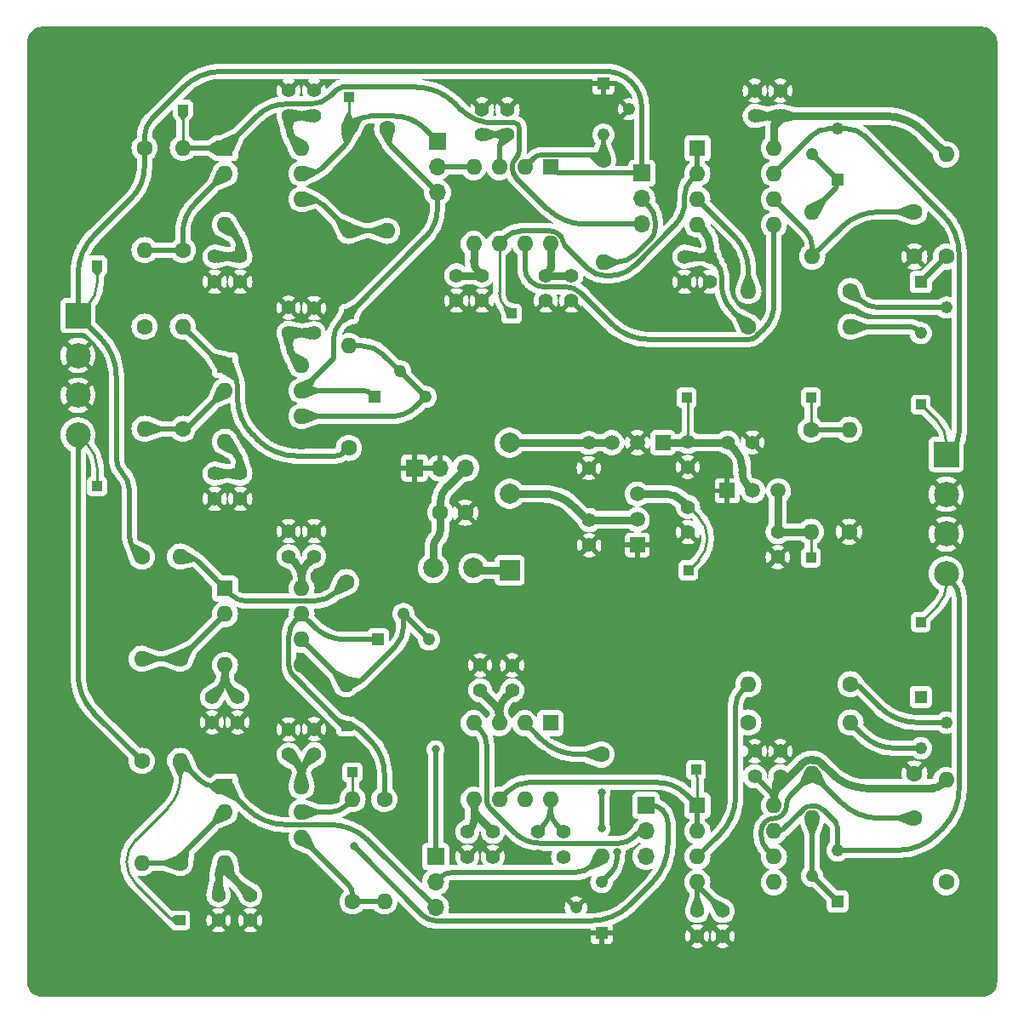
<source format=gbr>
%TF.GenerationSoftware,KiCad,Pcbnew,8.0.3*%
%TF.CreationDate,2024-07-06T18:41:17-06:00*%
%TF.ProjectId,pincushion2,70696e63-7573-4686-996f-6e322e6b6963,rev?*%
%TF.SameCoordinates,Original*%
%TF.FileFunction,Copper,L1,Top*%
%TF.FilePolarity,Positive*%
%FSLAX46Y46*%
G04 Gerber Fmt 4.6, Leading zero omitted, Abs format (unit mm)*
G04 Created by KiCad (PCBNEW 8.0.3) date 2024-07-06 18:41:17*
%MOMM*%
%LPD*%
G01*
G04 APERTURE LIST*
%TA.AperFunction,ComponentPad*%
%ADD10C,1.400000*%
%TD*%
%TA.AperFunction,ComponentPad*%
%ADD11R,1.222000X1.222000*%
%TD*%
%TA.AperFunction,ComponentPad*%
%ADD12C,1.222000*%
%TD*%
%TA.AperFunction,ComponentPad*%
%ADD13R,1.000000X1.000000*%
%TD*%
%TA.AperFunction,ComponentPad*%
%ADD14R,2.500000X2.500000*%
%TD*%
%TA.AperFunction,ComponentPad*%
%ADD15C,2.500000*%
%TD*%
%TA.AperFunction,ComponentPad*%
%ADD16C,1.600000*%
%TD*%
%TA.AperFunction,ComponentPad*%
%ADD17O,1.600000X1.600000*%
%TD*%
%TA.AperFunction,ComponentPad*%
%ADD18C,0.800000*%
%TD*%
%TA.AperFunction,ComponentPad*%
%ADD19C,7.400000*%
%TD*%
%TA.AperFunction,ComponentPad*%
%ADD20R,1.600000X1.600000*%
%TD*%
%TA.AperFunction,ComponentPad*%
%ADD21R,1.700000X1.700000*%
%TD*%
%TA.AperFunction,ComponentPad*%
%ADD22O,1.700000X1.700000*%
%TD*%
%TA.AperFunction,ComponentPad*%
%ADD23R,2.000000X2.000000*%
%TD*%
%TA.AperFunction,ComponentPad*%
%ADD24C,2.000000*%
%TD*%
%TA.AperFunction,ComponentPad*%
%ADD25R,1.500000X1.500000*%
%TD*%
%TA.AperFunction,ComponentPad*%
%ADD26C,1.500000*%
%TD*%
%TA.AperFunction,ViaPad*%
%ADD27C,0.800000*%
%TD*%
%TA.AperFunction,Conductor*%
%ADD28C,0.762000*%
%TD*%
%TA.AperFunction,Conductor*%
%ADD29C,0.508000*%
%TD*%
%TA.AperFunction,Conductor*%
%ADD30C,0.250000*%
%TD*%
%TA.AperFunction,Conductor*%
%ADD31C,0.254000*%
%TD*%
%TA.AperFunction,Conductor*%
%ADD32C,0.500000*%
%TD*%
G04 APERTURE END LIST*
D10*
%TO.P,C36,1*%
%TO.N,+9V*%
X92543100Y-64208800D03*
%TO.P,C36,2*%
%TO.N,GND*%
X95043100Y-64208800D03*
%TD*%
%TO.P,C7,1*%
%TO.N,+9V*%
X77022800Y-47599200D03*
%TO.P,C7,2*%
%TO.N,GND*%
X77022800Y-50099200D03*
%TD*%
D11*
%TO.P,VR4,1*%
%TO.N,Net-(R13-Pad2)*%
X103505000Y-38100000D03*
D12*
%TO.P,VR4,2*%
X100965000Y-35560000D03*
%TO.P,VR4,3*%
%TO.N,X_OUT*%
X103505000Y-33020000D03*
%TD*%
D13*
%TO.P,TP13,1,1*%
%TO.N,+9V*%
X88468200Y-59763800D03*
%TD*%
D10*
%TO.P,C30,1*%
%TO.N,GND*%
X89525000Y-113312144D03*
%TO.P,C30,2*%
%TO.N,-9V*%
X89525000Y-110812144D03*
%TD*%
D14*
%TO.P,J7,1,1*%
%TO.N,X_OUT*%
X114300000Y-65405000D03*
D15*
%TO.P,J7,2,2*%
%TO.N,GND*%
X114300000Y-69365000D03*
%TO.P,J7,3,3*%
X114300000Y-73325000D03*
%TO.P,J7,4,4*%
%TO.N,Y_OUT*%
X114300000Y-77285000D03*
%TD*%
D16*
%TO.P,R9,1*%
%TO.N,Y_IN*%
X34554000Y-52695000D03*
D17*
%TO.P,R9,2*%
%TO.N,Net-(U2A--)*%
X34554000Y-62855000D03*
%TD*%
D10*
%TO.P,C11,1*%
%TO.N,GND*%
X44079000Y-69820000D03*
%TO.P,C11,2*%
%TO.N,-9V*%
X44079000Y-67320000D03*
%TD*%
D18*
%TO.P,H1,1,1*%
%TO.N,GND*%
X25165000Y-27940000D03*
X25977779Y-25977779D03*
X25977779Y-29902221D03*
X27940000Y-25165000D03*
D19*
X27940000Y-27940000D03*
D18*
X27940000Y-30715000D03*
X29902221Y-25977779D03*
X29902221Y-29902221D03*
X30715000Y-27940000D03*
%TD*%
%TO.P,H3,1,1*%
%TO.N,GND*%
X25165000Y-114300000D03*
X25977779Y-112337779D03*
X25977779Y-116262221D03*
X27940000Y-111525000D03*
D19*
X27940000Y-114300000D03*
D18*
X27940000Y-117075000D03*
X29902221Y-112337779D03*
X29902221Y-116262221D03*
X30715000Y-114300000D03*
%TD*%
D16*
%TO.P,R15,1*%
%TO.N,/amps-y/X_COR*%
X58420000Y-99695000D03*
D17*
%TO.P,R15,2*%
%TO.N,Net-(U4B--)*%
X58420000Y-109855000D03*
%TD*%
D16*
%TO.P,R21,1*%
%TO.N,Net-(R21-Pad1)*%
X54610000Y-78105000D03*
D17*
%TO.P,R21,2*%
%TO.N,Net-(U5B--)*%
X54610000Y-88265000D03*
%TD*%
D10*
%TO.P,C38,1*%
%TO.N,+1V*%
X68132800Y-33589200D03*
%TO.P,C38,2*%
%TO.N,GND*%
X68132800Y-31089200D03*
%TD*%
%TO.P,C34,1*%
%TO.N,+12V*%
X78740000Y-64256600D03*
%TO.P,C34,2*%
%TO.N,GND*%
X78740000Y-66756600D03*
%TD*%
%TO.P,C23,1*%
%TO.N,+9V*%
X76200000Y-102930000D03*
%TO.P,C23,2*%
%TO.N,GND*%
X76200000Y-105430000D03*
%TD*%
D13*
%TO.P,TP2,1,1*%
%TO.N,/amps-x/~{Y_COR}*%
X54874000Y-29835000D03*
%TD*%
D16*
%TO.P,R7,1*%
%TO.N,-9V*%
X94615000Y-52705000D03*
D17*
%TO.P,R7,2*%
%TO.N,Net-(R7-Pad2)*%
X104775000Y-52705000D03*
%TD*%
D10*
%TO.P,C43,1*%
%TO.N,-9V*%
X88620600Y-70632000D03*
%TO.P,C43,2*%
%TO.N,GND*%
X88620600Y-73132000D03*
%TD*%
D11*
%TO.P,VR1,1*%
%TO.N,Net-(R3-Pad1)*%
X111760000Y-48260000D03*
D12*
%TO.P,VR1,2*%
%TO.N,Net-(R4-Pad1)*%
X114300000Y-50800000D03*
%TO.P,VR1,3*%
%TO.N,Net-(R7-Pad2)*%
X111760000Y-53340000D03*
%TD*%
D16*
%TO.P,R28,1*%
%TO.N,GND*%
X104648000Y-73098800D03*
D17*
%TO.P,R28,2*%
%TO.N,+1V*%
X104648000Y-62938800D03*
%TD*%
D20*
%TO.P,IC1,1,X1*%
%TO.N,X_IN*%
X74920000Y-36840000D03*
D17*
%TO.P,IC1,2,X2*%
%TO.N,/amps-x/X_LIN*%
X72380000Y-36840000D03*
%TO.P,IC1,3,Y1*%
%TO.N,+1V*%
X69840000Y-36840000D03*
%TO.P,IC1,4,Y2*%
%TO.N,Net-(IC1-Y2)*%
X67300000Y-36840000D03*
%TO.P,IC1,5,-VS*%
%TO.N,-9V*%
X67300000Y-44460000D03*
%TO.P,IC1,6,Z*%
%TO.N,/amps-x/X_CEN*%
X69840000Y-44460000D03*
%TO.P,IC1,7,W*%
%TO.N,Net-(IC1-W)*%
X72380000Y-44460000D03*
%TO.P,IC1,8,+VS*%
%TO.N,+9V*%
X74920000Y-44460000D03*
%TD*%
D10*
%TO.P,C22,1*%
%TO.N,+9V*%
X97790000Y-97417144D03*
%TO.P,C22,2*%
%TO.N,GND*%
X97790000Y-94917144D03*
%TD*%
D21*
%TO.P,J3,1,Pin_1*%
%TO.N,Y_IN*%
X63500000Y-105410000D03*
D22*
%TO.P,J3,2,Pin_2*%
%TO.N,Net-(J3-Pin_2)*%
X63500000Y-107950000D03*
%TO.P,J3,3,Pin_3*%
%TO.N,/amps-y/~{Y_IN}*%
X63500000Y-110490000D03*
%TD*%
D10*
%TO.P,C24,1*%
%TO.N,+9V*%
X73660000Y-102890000D03*
%TO.P,C24,2*%
%TO.N,GND*%
X73660000Y-105390000D03*
%TD*%
D13*
%TO.P,TP14,1,1*%
%TO.N,+1V5*%
X100838000Y-75638800D03*
%TD*%
D10*
%TO.P,C4,1*%
%TO.N,+9V*%
X51435000Y-53350000D03*
%TO.P,C4,2*%
%TO.N,GND*%
X51435000Y-50850000D03*
%TD*%
D16*
%TO.P,R22,1*%
%TO.N,X_IN*%
X34290000Y-75565000D03*
D17*
%TO.P,R22,2*%
%TO.N,Net-(U5A--)*%
X34290000Y-85725000D03*
%TD*%
D10*
%TO.P,C39,1*%
%TO.N,+1V*%
X70672800Y-33589200D03*
%TO.P,C39,2*%
%TO.N,GND*%
X70672800Y-31089200D03*
%TD*%
D16*
%TO.P,R2,1*%
%TO.N,/amps-x/Y_COR*%
X58684000Y-33010000D03*
D17*
%TO.P,R2,2*%
%TO.N,Net-(U1B--)*%
X58684000Y-43170000D03*
%TD*%
D16*
%TO.P,R19,1*%
%TO.N,Net-(U4B--)*%
X55245000Y-109855000D03*
D17*
%TO.P,R19,2*%
%TO.N,/amps-y/~{X_COR}*%
X55245000Y-99695000D03*
%TD*%
D13*
%TO.P,TP1,1,1*%
%TO.N,/amps-x/~{X_IN}*%
X38364000Y-31105000D03*
%TD*%
D20*
%TO.P,U4,1*%
%TO.N,/amps-y/~{Y_IN}*%
X42545000Y-98435000D03*
D17*
%TO.P,U4,2,-*%
%TO.N,Net-(U4A--)*%
X42545000Y-100975000D03*
%TO.P,U4,3,+*%
%TO.N,GND*%
X42545000Y-103515000D03*
%TO.P,U4,4,V-*%
%TO.N,-9V*%
X42545000Y-106055000D03*
%TO.P,U4,5,+*%
%TO.N,GND*%
X50165000Y-106055000D03*
%TO.P,U4,6,-*%
%TO.N,Net-(U4B--)*%
X50165000Y-103515000D03*
%TO.P,U4,7*%
%TO.N,/amps-y/~{X_COR}*%
X50165000Y-100975000D03*
%TO.P,U4,8,V+*%
%TO.N,+9V*%
X50165000Y-98435000D03*
%TD*%
D16*
%TO.P,R25,1*%
%TO.N,GND*%
X111125000Y-97155000D03*
D17*
%TO.P,R25,2*%
%TO.N,Net-(U6B--)*%
X100965000Y-97155000D03*
%TD*%
D20*
%TO.P,U5,1*%
%TO.N,Net-(R21-Pad1)*%
X42555000Y-78750000D03*
D17*
%TO.P,U5,2,-*%
%TO.N,Net-(U5A--)*%
X42555000Y-81290000D03*
%TO.P,U5,3,+*%
%TO.N,GND*%
X42555000Y-83830000D03*
%TO.P,U5,4,V-*%
%TO.N,-9V*%
X42555000Y-86370000D03*
%TO.P,U5,5,+*%
%TO.N,GND*%
X50175000Y-86370000D03*
%TO.P,U5,6,-*%
%TO.N,Net-(U5B--)*%
X50175000Y-83830000D03*
%TO.P,U5,7*%
%TO.N,/amps-y/X_COR*%
X50175000Y-81290000D03*
%TO.P,U5,8,V+*%
%TO.N,+9V*%
X50175000Y-78750000D03*
%TD*%
D13*
%TO.P,TP7,1,1*%
%TO.N,/amps-y/~{Y_IN}*%
X38100000Y-111760000D03*
%TD*%
D10*
%TO.P,C14,1*%
%TO.N,GND*%
X88265000Y-48240000D03*
%TO.P,C14,2*%
%TO.N,-9V*%
X88265000Y-45740000D03*
%TD*%
%TO.P,C12,1*%
%TO.N,GND*%
X41539000Y-69820000D03*
%TO.P,C12,2*%
%TO.N,-9V*%
X41539000Y-67320000D03*
%TD*%
D13*
%TO.P,TP12,1,1*%
%TO.N,Y_OUT*%
X111760000Y-82072000D03*
%TD*%
%TO.P,TP10,1,1*%
%TO.N,/amps-y/X_COR*%
X54610000Y-92456000D03*
%TD*%
D20*
%TO.P,IC2,1,X1*%
%TO.N,Y_IN*%
X74920000Y-92125000D03*
D17*
%TO.P,IC2,2,X2*%
%TO.N,/amps-y/Y_LIN*%
X72380000Y-92125000D03*
%TO.P,IC2,3,Y1*%
%TO.N,+1V*%
X69840000Y-92125000D03*
%TO.P,IC2,4,Y2*%
%TO.N,Net-(IC2-Y2)*%
X67300000Y-92125000D03*
%TO.P,IC2,5,-VS*%
%TO.N,-9V*%
X67300000Y-99745000D03*
%TO.P,IC2,6,Z*%
%TO.N,/amps-y/Y_CEN*%
X69840000Y-99745000D03*
%TO.P,IC2,7,W*%
%TO.N,Net-(IC2-W)*%
X72380000Y-99745000D03*
%TO.P,IC2,8,+VS*%
%TO.N,+9V*%
X74920000Y-99745000D03*
%TD*%
D23*
%TO.P,PS1,1,+VIN*%
%TO.N,Net-(PS1-+VIN)*%
X70866000Y-76936600D03*
D24*
%TO.P,PS1,2,-VIN*%
%TO.N,GND*%
X70866000Y-74396600D03*
%TO.P,PS1,4,-VOUT*%
%TO.N,-12V*%
X70866000Y-69316600D03*
%TO.P,PS1,5,COM*%
%TO.N,GND*%
X70866000Y-66776600D03*
%TO.P,PS1,6,+VOUT*%
%TO.N,+12V*%
X70866000Y-64236600D03*
%TD*%
D10*
%TO.P,C6,1*%
%TO.N,+9V*%
X97790000Y-31730000D03*
%TO.P,C6,2*%
%TO.N,GND*%
X97790000Y-29230000D03*
%TD*%
%TO.P,C40,1*%
%TO.N,+1V*%
X67945000Y-88860000D03*
%TO.P,C40,2*%
%TO.N,GND*%
X67945000Y-86360000D03*
%TD*%
D16*
%TO.P,R20,1*%
%TO.N,-9V*%
X94615000Y-92075000D03*
D17*
%TO.P,R20,2*%
%TO.N,Net-(R20-Pad2)*%
X104775000Y-92075000D03*
%TD*%
D16*
%TO.P,R17,1*%
%TO.N,Net-(R17-Pad1)*%
X104775000Y-88265000D03*
D17*
%TO.P,R17,2*%
%TO.N,Net-(U6A-+)*%
X94615000Y-88265000D03*
%TD*%
D11*
%TO.P,VR7,1*%
%TO.N,GND*%
X80010000Y-113030000D03*
D12*
%TO.P,VR7,2*%
X77470000Y-110490000D03*
%TO.P,VR7,3*%
%TO.N,/amps-y/Y_LIN*%
X80010000Y-107950000D03*
%TD*%
D10*
%TO.P,C25,1*%
%TO.N,GND*%
X45085000Y-111740000D03*
%TO.P,C25,2*%
%TO.N,-9V*%
X45085000Y-109240000D03*
%TD*%
D16*
%TO.P,R10,1*%
%TO.N,Net-(U2A--)*%
X38364000Y-62855000D03*
D17*
%TO.P,R10,2*%
%TO.N,Net-(R10-Pad2)*%
X38364000Y-52695000D03*
%TD*%
D25*
%TO.P,U8,1,GND*%
%TO.N,GND*%
X92523100Y-69013800D03*
D26*
%TO.P,U8,2,VI*%
%TO.N,+9V*%
X95063100Y-69013800D03*
%TO.P,U8,3,VO*%
%TO.N,+1V5*%
X97603100Y-69013800D03*
%TD*%
D10*
%TO.P,C20,1*%
%TO.N,+9V*%
X51435000Y-75545000D03*
%TO.P,C20,2*%
%TO.N,GND*%
X51435000Y-73045000D03*
%TD*%
D13*
%TO.P,TP8,1,1*%
%TO.N,/amps-y/~{X_COR}*%
X55245000Y-97028000D03*
%TD*%
D10*
%TO.P,C27,1*%
%TO.N,GND*%
X43815000Y-92055000D03*
%TO.P,C27,2*%
%TO.N,-9V*%
X43815000Y-89555000D03*
%TD*%
D16*
%TO.P,R6,1*%
%TO.N,Net-(U1B--)*%
X54874000Y-43170000D03*
D17*
%TO.P,R6,2*%
%TO.N,/amps-x/~{Y_COR}*%
X54874000Y-33010000D03*
%TD*%
D10*
%TO.P,C16,1*%
%TO.N,GND*%
X68132800Y-50099200D03*
%TO.P,C16,2*%
%TO.N,-9V*%
X68132800Y-47599200D03*
%TD*%
D16*
%TO.P,C33,1*%
%TO.N,+5V*%
X63968100Y-71193800D03*
%TO.P,C33,2*%
%TO.N,GND*%
X66468100Y-71193800D03*
%TD*%
D18*
%TO.P,H4,1,1*%
%TO.N,GND*%
X111525000Y-114300000D03*
X112337779Y-112337779D03*
X112337779Y-116262221D03*
X114300000Y-111525000D03*
D19*
X114300000Y-114300000D03*
D18*
X114300000Y-117075000D03*
X116262221Y-112337779D03*
X116262221Y-116262221D03*
X117075000Y-114300000D03*
%TD*%
D10*
%TO.P,C5,1*%
%TO.N,+9V*%
X95250000Y-31730000D03*
%TO.P,C5,2*%
%TO.N,GND*%
X95250000Y-29230000D03*
%TD*%
D16*
%TO.P,R11,1*%
%TO.N,/amps-x/X_LIN*%
X80197800Y-36149200D03*
D17*
%TO.P,R11,2*%
%TO.N,Net-(J1-Pin_2)*%
X80197800Y-46309200D03*
%TD*%
D16*
%TO.P,R3,1*%
%TO.N,Net-(R3-Pad1)*%
X114300000Y-45720000D03*
D17*
%TO.P,R3,2*%
%TO.N,+9V*%
X114300000Y-35560000D03*
%TD*%
D13*
%TO.P,TP16,1,1*%
%TO.N,-9V*%
X88646000Y-76936600D03*
%TD*%
%TO.P,TP5,1,1*%
%TO.N,Y_IN*%
X29845000Y-68580000D03*
%TD*%
D10*
%TO.P,C37,1*%
%TO.N,+1V5*%
X97536000Y-73118800D03*
%TO.P,C37,2*%
%TO.N,GND*%
X97536000Y-75618800D03*
%TD*%
%TO.P,C1,1*%
%TO.N,+9V*%
X48895000Y-31720000D03*
%TO.P,C1,2*%
%TO.N,GND*%
X48895000Y-29220000D03*
%TD*%
D16*
%TO.P,R13,1*%
%TO.N,Net-(U3B--)*%
X111125000Y-41275000D03*
D17*
%TO.P,R13,2*%
%TO.N,Net-(R13-Pad2)*%
X100965000Y-41275000D03*
%TD*%
D20*
%TO.P,U3,1*%
%TO.N,/amps-x/X_CEN*%
X89545000Y-34935000D03*
D17*
%TO.P,U3,2,-*%
X89545000Y-37475000D03*
%TO.P,U3,3,+*%
%TO.N,Net-(U3A-+)*%
X89545000Y-40015000D03*
%TO.P,U3,4,V-*%
%TO.N,-9V*%
X89545000Y-42555000D03*
%TO.P,U3,5,+*%
%TO.N,Net-(IC1-W)*%
X97165000Y-42555000D03*
%TO.P,U3,6,-*%
%TO.N,Net-(U3B--)*%
X97165000Y-40015000D03*
%TO.P,U3,7*%
%TO.N,X_OUT*%
X97165000Y-37475000D03*
%TO.P,U3,8,V+*%
%TO.N,+9V*%
X97165000Y-34935000D03*
%TD*%
D16*
%TO.P,R1,1*%
%TO.N,X_IN*%
X34554000Y-34915000D03*
D17*
%TO.P,R1,2*%
%TO.N,Net-(U1A--)*%
X34554000Y-45075000D03*
%TD*%
D10*
%TO.P,C2,1*%
%TO.N,+9V*%
X51435000Y-31720000D03*
%TO.P,C2,2*%
%TO.N,GND*%
X51435000Y-29220000D03*
%TD*%
D16*
%TO.P,R4,1*%
%TO.N,Net-(R4-Pad1)*%
X104775000Y-49149000D03*
D17*
%TO.P,R4,2*%
%TO.N,Net-(U3A-+)*%
X94615000Y-49149000D03*
%TD*%
D10*
%TO.P,C21,1*%
%TO.N,+9V*%
X95250000Y-97417144D03*
%TO.P,C21,2*%
%TO.N,GND*%
X95250000Y-94917144D03*
%TD*%
%TO.P,C19,1*%
%TO.N,+9V*%
X48895000Y-75545000D03*
%TO.P,C19,2*%
%TO.N,GND*%
X48895000Y-73045000D03*
%TD*%
D16*
%TO.P,R18,1*%
%TO.N,Net-(U4A--)*%
X38100000Y-106045000D03*
D17*
%TO.P,R18,2*%
%TO.N,/amps-y/~{Y_IN}*%
X38100000Y-95885000D03*
%TD*%
D13*
%TO.P,TP6,1,1*%
%TO.N,X_OUT*%
X111760000Y-60452000D03*
%TD*%
%TO.P,TP15,1,1*%
%TO.N,+1V*%
X100838000Y-59763800D03*
%TD*%
D16*
%TO.P,R8,1*%
%TO.N,Net-(R10-Pad2)*%
X54874000Y-64760000D03*
D17*
%TO.P,R8,2*%
%TO.N,Net-(U2B--)*%
X54874000Y-54600000D03*
%TD*%
D16*
%TO.P,R23,1*%
%TO.N,Net-(U5A--)*%
X38100000Y-85725000D03*
D17*
%TO.P,R23,2*%
%TO.N,Net-(R21-Pad1)*%
X38100000Y-75565000D03*
%TD*%
D11*
%TO.P,VR6,1*%
%TO.N,/amps-y/X_COR*%
X57785000Y-83820000D03*
D12*
%TO.P,VR6,2*%
%TO.N,Net-(U5B--)*%
X60325000Y-81280000D03*
%TO.P,VR6,3*%
X62865000Y-83820000D03*
%TD*%
D10*
%TO.P,C15,1*%
%TO.N,GND*%
X65592800Y-50099200D03*
%TO.P,C15,2*%
%TO.N,-9V*%
X65592800Y-47599200D03*
%TD*%
D11*
%TO.P,VR2,1*%
%TO.N,/amps-x/Y_COR*%
X57414000Y-59680000D03*
D12*
%TO.P,VR2,2*%
%TO.N,Net-(U2B--)*%
X59954000Y-57140000D03*
%TO.P,VR2,3*%
X62494000Y-59680000D03*
%TD*%
D21*
%TO.P,J5,1,Pin_1*%
%TO.N,GND*%
X61423100Y-66748800D03*
D22*
%TO.P,J5,2,Pin_2*%
X63963100Y-66748800D03*
%TO.P,J5,3,Pin_3*%
%TO.N,+5V*%
X66503100Y-66748800D03*
%TD*%
D20*
%TO.P,U2,1*%
%TO.N,Net-(R10-Pad2)*%
X42555000Y-56525000D03*
D17*
%TO.P,U2,2,-*%
%TO.N,Net-(U2A--)*%
X42555000Y-59065000D03*
%TO.P,U2,3,+*%
%TO.N,GND*%
X42555000Y-61605000D03*
%TO.P,U2,4,V-*%
%TO.N,-9V*%
X42555000Y-64145000D03*
%TO.P,U2,5,+*%
%TO.N,GND*%
X50175000Y-64145000D03*
%TO.P,U2,6,-*%
%TO.N,Net-(U2B--)*%
X50175000Y-61605000D03*
%TO.P,U2,7*%
%TO.N,/amps-x/Y_COR*%
X50175000Y-59065000D03*
%TO.P,U2,8,V+*%
%TO.N,+9V*%
X50175000Y-56525000D03*
%TD*%
D13*
%TO.P,TP3,1,1*%
%TO.N,/amps-x/X_CEN*%
X71069200Y-51404200D03*
%TD*%
D20*
%TO.P,U1,1*%
%TO.N,/amps-x/~{X_IN}*%
X42555000Y-34935000D03*
D17*
%TO.P,U1,2,-*%
%TO.N,Net-(U1A--)*%
X42555000Y-37475000D03*
%TO.P,U1,3,+*%
%TO.N,GND*%
X42555000Y-40015000D03*
%TO.P,U1,4,V-*%
%TO.N,-9V*%
X42555000Y-42555000D03*
%TO.P,U1,5,+*%
%TO.N,GND*%
X50175000Y-42555000D03*
%TO.P,U1,6,-*%
%TO.N,Net-(U1B--)*%
X50175000Y-40015000D03*
%TO.P,U1,7*%
%TO.N,/amps-x/~{Y_COR}*%
X50175000Y-37475000D03*
%TO.P,U1,8,V+*%
%TO.N,+9V*%
X50175000Y-34935000D03*
%TD*%
D10*
%TO.P,C9,1*%
%TO.N,GND*%
X44079000Y-48230000D03*
%TO.P,C9,2*%
%TO.N,-9V*%
X44079000Y-45730000D03*
%TD*%
%TO.P,C32,1*%
%TO.N,GND*%
X69215000Y-105430000D03*
%TO.P,C32,2*%
%TO.N,-9V*%
X69215000Y-102930000D03*
%TD*%
D16*
%TO.P,R26,1*%
%TO.N,Net-(U6B--)*%
X111125000Y-101600000D03*
D17*
%TO.P,R26,2*%
%TO.N,Net-(R26-Pad2)*%
X100965000Y-101600000D03*
%TD*%
D11*
%TO.P,VR8,1*%
%TO.N,Net-(R26-Pad2)*%
X103495000Y-109855000D03*
D12*
%TO.P,VR8,2*%
X100955000Y-107315000D03*
%TO.P,VR8,3*%
%TO.N,Y_OUT*%
X103495000Y-104775000D03*
%TD*%
D10*
%TO.P,C35,1*%
%TO.N,+9V*%
X88595200Y-64155000D03*
%TO.P,C35,2*%
%TO.N,GND*%
X88595200Y-66655000D03*
%TD*%
D13*
%TO.P,TP9,1,1*%
%TO.N,/amps-y/Y_CEN*%
X89408000Y-96774000D03*
%TD*%
D10*
%TO.P,C41,1*%
%TO.N,+1V*%
X71120000Y-88880000D03*
%TO.P,C41,2*%
%TO.N,GND*%
X71120000Y-86380000D03*
%TD*%
D21*
%TO.P,J2,1,Pin_1*%
%TO.N,/amps-x/~{Y_COR}*%
X63687800Y-34259200D03*
D22*
%TO.P,J2,2,Pin_2*%
%TO.N,Net-(IC1-Y2)*%
X63687800Y-36799200D03*
%TO.P,J2,3,Pin_3*%
%TO.N,/amps-x/Y_COR*%
X63687800Y-39339200D03*
%TD*%
D10*
%TO.P,C17,1*%
%TO.N,+9V*%
X48895000Y-95250000D03*
%TO.P,C17,2*%
%TO.N,GND*%
X48895000Y-92750000D03*
%TD*%
D25*
%TO.P,U7,1,VO*%
%TO.N,+9V*%
X86106000Y-64236600D03*
D26*
%TO.P,U7,2,GND*%
%TO.N,GND*%
X83566000Y-64236600D03*
%TO.P,U7,3,VI*%
%TO.N,+12V*%
X81026000Y-64236600D03*
%TD*%
D10*
%TO.P,C29,1*%
%TO.N,GND*%
X92065000Y-113312144D03*
%TO.P,C29,2*%
%TO.N,-9V*%
X92065000Y-110812144D03*
%TD*%
D11*
%TO.P,VR5,1*%
%TO.N,Net-(R16-Pad1)*%
X111760000Y-89535000D03*
D12*
%TO.P,VR5,2*%
%TO.N,Net-(R17-Pad1)*%
X114300000Y-92075000D03*
%TO.P,VR5,3*%
%TO.N,Net-(R20-Pad2)*%
X111760000Y-94615000D03*
%TD*%
D11*
%TO.P,VR3,1*%
%TO.N,GND*%
X80197800Y-28529200D03*
D12*
%TO.P,VR3,2*%
X82737800Y-31069200D03*
%TO.P,VR3,3*%
%TO.N,/amps-x/X_LIN*%
X80197800Y-33609200D03*
%TD*%
D10*
%TO.P,C42,1*%
%TO.N,-12V*%
X78790800Y-71927400D03*
%TO.P,C42,2*%
%TO.N,GND*%
X78790800Y-74427400D03*
%TD*%
D24*
%TO.P,L1,1,1*%
%TO.N,+5V*%
X63278000Y-76708000D03*
%TO.P,L1,2,2*%
%TO.N,Net-(PS1-+VIN)*%
X67278000Y-76708000D03*
%TD*%
D10*
%TO.P,C8,1*%
%TO.N,+9V*%
X74482800Y-47599200D03*
%TO.P,C8,2*%
%TO.N,GND*%
X74482800Y-50099200D03*
%TD*%
D13*
%TO.P,TP4,1,1*%
%TO.N,/amps-x/Y_COR*%
X54874000Y-51425000D03*
%TD*%
D14*
%TO.P,J6,1,1*%
%TO.N,X_IN*%
X27940000Y-51597500D03*
D15*
%TO.P,J6,2,2*%
%TO.N,GND*%
X27940000Y-55557500D03*
%TO.P,J6,3,3*%
X27940000Y-59517500D03*
%TO.P,J6,4,4*%
%TO.N,Y_IN*%
X27940000Y-63477500D03*
%TD*%
D16*
%TO.P,R16,1*%
%TO.N,Net-(R16-Pad1)*%
X114300000Y-107950000D03*
D17*
%TO.P,R16,2*%
%TO.N,+9V*%
X114300000Y-97790000D03*
%TD*%
D21*
%TO.P,J4,1,Pin_1*%
%TO.N,/amps-y/~{X_COR}*%
X84455000Y-100330000D03*
D22*
%TO.P,J4,2,Pin_2*%
%TO.N,Net-(IC2-Y2)*%
X84455000Y-102870000D03*
%TO.P,J4,3,Pin_3*%
%TO.N,/amps-y/X_COR*%
X84455000Y-105410000D03*
%TD*%
D16*
%TO.P,R5,1*%
%TO.N,Net-(U1A--)*%
X38364000Y-45075000D03*
D17*
%TO.P,R5,2*%
%TO.N,/amps-x/~{X_IN}*%
X38364000Y-34915000D03*
%TD*%
D10*
%TO.P,C26,1*%
%TO.N,GND*%
X41910000Y-111740000D03*
%TO.P,C26,2*%
%TO.N,-9V*%
X41910000Y-109240000D03*
%TD*%
D18*
%TO.P,H2,1,1*%
%TO.N,GND*%
X111525000Y-27940000D03*
X112337779Y-25977779D03*
X112337779Y-29902221D03*
X114300000Y-25165000D03*
D19*
X114300000Y-27940000D03*
D18*
X114300000Y-30715000D03*
X116262221Y-25977779D03*
X116262221Y-29902221D03*
X117075000Y-27940000D03*
%TD*%
D16*
%TO.P,R24,1*%
%TO.N,/amps-y/Y_LIN*%
X80010000Y-95250000D03*
D17*
%TO.P,R24,2*%
%TO.N,Net-(J3-Pin_2)*%
X80010000Y-105410000D03*
%TD*%
D16*
%TO.P,R27,1*%
%TO.N,+1V*%
X100838000Y-62938800D03*
D17*
%TO.P,R27,2*%
%TO.N,+1V5*%
X100838000Y-73098800D03*
%TD*%
D10*
%TO.P,C10,1*%
%TO.N,GND*%
X41539000Y-48230000D03*
%TO.P,C10,2*%
%TO.N,-9V*%
X41539000Y-45730000D03*
%TD*%
%TO.P,C18,1*%
%TO.N,+9V*%
X51435000Y-95230000D03*
%TO.P,C18,2*%
%TO.N,GND*%
X51435000Y-92730000D03*
%TD*%
D13*
%TO.P,TP11,1,1*%
%TO.N,X_IN*%
X29845000Y-46609000D03*
%TD*%
D10*
%TO.P,C31,1*%
%TO.N,GND*%
X66675000Y-105430000D03*
%TO.P,C31,2*%
%TO.N,-9V*%
X66675000Y-102930000D03*
%TD*%
D20*
%TO.P,U6,1*%
%TO.N,/amps-y/Y_CEN*%
X89535000Y-100340000D03*
D17*
%TO.P,U6,2,-*%
X89535000Y-102880000D03*
%TO.P,U6,3,+*%
%TO.N,Net-(U6A-+)*%
X89535000Y-105420000D03*
%TO.P,U6,4,V-*%
%TO.N,-9V*%
X89535000Y-107960000D03*
%TO.P,U6,5,+*%
%TO.N,Net-(IC2-W)*%
X97155000Y-107960000D03*
%TO.P,U6,6,-*%
%TO.N,Net-(U6B--)*%
X97155000Y-105420000D03*
%TO.P,U6,7*%
%TO.N,Y_OUT*%
X97155000Y-102880000D03*
%TO.P,U6,8,V+*%
%TO.N,+9V*%
X97155000Y-100340000D03*
%TD*%
D21*
%TO.P,J1,1,Pin_1*%
%TO.N,X_IN*%
X84007800Y-37434200D03*
D22*
%TO.P,J1,2,Pin_2*%
%TO.N,Net-(J1-Pin_2)*%
X84007800Y-39974200D03*
%TO.P,J1,3,Pin_3*%
%TO.N,/amps-x/~{X_IN}*%
X84007800Y-42514200D03*
%TD*%
D10*
%TO.P,C28,1*%
%TO.N,GND*%
X41275000Y-92055000D03*
%TO.P,C28,2*%
%TO.N,-9V*%
X41275000Y-89555000D03*
%TD*%
%TO.P,C3,1*%
%TO.N,+9V*%
X48895000Y-53310000D03*
%TO.P,C3,2*%
%TO.N,GND*%
X48895000Y-50810000D03*
%TD*%
D16*
%TO.P,R14,1*%
%TO.N,Y_IN*%
X34290000Y-95885000D03*
D17*
%TO.P,R14,2*%
%TO.N,Net-(U4A--)*%
X34290000Y-106045000D03*
%TD*%
D16*
%TO.P,R12,1*%
%TO.N,GND*%
X111125000Y-45720000D03*
D17*
%TO.P,R12,2*%
%TO.N,Net-(U3B--)*%
X100965000Y-45720000D03*
%TD*%
D10*
%TO.P,C13,1*%
%TO.N,GND*%
X90805000Y-48240000D03*
%TO.P,C13,2*%
%TO.N,-9V*%
X90805000Y-45740000D03*
%TD*%
D25*
%TO.P,U9,1,GND*%
%TO.N,GND*%
X83566000Y-74422000D03*
D26*
%TO.P,U9,2,VI*%
%TO.N,-12V*%
X83566000Y-71882000D03*
%TO.P,U9,3,VO*%
%TO.N,-9V*%
X83566000Y-69342000D03*
%TD*%
D27*
%TO.N,GND*%
X45720000Y-40894000D03*
X46482000Y-103124000D03*
X46228000Y-60198000D03*
X46228000Y-82804000D03*
X71120000Y-40640000D03*
X93218000Y-38608000D03*
X93472000Y-104394000D03*
X74168000Y-95250000D03*
%TO.N,/amps-y/Y_LIN*%
X81534000Y-104938000D03*
X80010000Y-102616000D03*
X80010000Y-99060000D03*
%TO.N,/amps-y/~{X_COR}*%
X55372000Y-104394000D03*
%TO.N,Y_IN*%
X63500000Y-94742000D03*
%TD*%
D28*
%TO.N,+9V*%
X86106000Y-64236600D02*
X88632110Y-64236600D01*
X93261550Y-64927250D02*
X92543100Y-64208800D01*
X49535000Y-76185000D02*
X48895000Y-75545000D01*
X50165000Y-98435000D02*
X50165000Y-97418025D01*
X49535000Y-34295000D02*
X50175000Y-34935000D01*
D29*
X97199147Y-98185720D02*
X97199147Y-100264636D01*
X74920000Y-100739045D02*
X74920000Y-99745000D01*
D28*
X50800000Y-95865000D02*
X51435000Y-95230000D01*
X106344239Y-98589999D02*
X112934316Y-98589999D01*
X100925514Y-95774000D02*
X101002376Y-95774001D01*
X94521550Y-68472250D02*
X95063100Y-69013800D01*
X102945028Y-97181999D02*
X101915095Y-96152066D01*
X97348058Y-31730000D02*
X95250000Y-31730000D01*
X92495642Y-64236600D02*
X88646000Y-64236600D01*
X50175000Y-78750000D02*
X50175000Y-77730096D01*
D29*
X74920000Y-100744903D02*
X74920000Y-99745000D01*
X96795133Y-98962277D02*
X95250000Y-97417144D01*
D28*
X99881593Y-96206406D02*
X97652449Y-98435550D01*
X97165000Y-32796941D02*
X97165000Y-34935000D01*
X113900000Y-98189999D02*
X114300000Y-97790000D01*
X49535000Y-55885000D02*
X50175000Y-56525000D01*
X93980000Y-67164832D02*
X93980000Y-66661741D01*
X49530000Y-95885000D02*
X48895000Y-95250000D01*
X50175000Y-78750000D02*
X50175000Y-77695954D01*
X74920000Y-46852852D02*
X74920000Y-44460000D01*
D30*
X88595200Y-59980602D02*
X88595200Y-64155000D01*
D28*
X50805000Y-76175000D02*
X51435000Y-75545000D01*
X108236036Y-31750000D02*
X98448000Y-31750000D01*
X74791947Y-47599200D02*
X77022800Y-47599200D01*
X97155000Y-99636500D02*
X97155000Y-99831072D01*
X50165000Y-97398025D02*
X50165000Y-98435000D01*
X48895000Y-31720000D02*
X51435000Y-31720000D01*
X48895000Y-54339903D02*
X48895000Y-53310000D01*
D29*
X97472500Y-97734644D02*
X97790000Y-97417144D01*
D28*
X92557000Y-64222700D02*
X93168100Y-64833800D01*
D29*
X74290000Y-102260000D02*
X73660000Y-102890000D01*
X97165000Y-34935000D02*
X97165000Y-33033000D01*
X75560000Y-102290000D02*
X76200000Y-102930000D01*
D28*
X112083792Y-33343792D02*
X114300000Y-35560000D01*
X48895000Y-31720000D02*
X48895000Y-32749903D01*
X48895000Y-53310000D02*
X51366715Y-53310000D01*
D29*
X96795133Y-98962277D02*
G75*
G02*
X97155008Y-99831072I-868833J-868823D01*
G01*
D28*
X93980000Y-66661741D02*
G75*
G03*
X93261562Y-64927238I-2452900J41D01*
G01*
D29*
X97199147Y-98185720D02*
G75*
G02*
X97472487Y-97734631I1076053J-343680D01*
G01*
D28*
X93980000Y-67164832D02*
G75*
G03*
X94521560Y-68472240I1849000J32D01*
G01*
D29*
X75560000Y-102290000D02*
G75*
G02*
X74919999Y-100744903I1545100J1545100D01*
G01*
D28*
X102945028Y-97181999D02*
G75*
G03*
X106344239Y-98589974I3399172J3399199D01*
G01*
X112083792Y-33343792D02*
G75*
G03*
X108236036Y-31749989I-3847792J-3847808D01*
G01*
X49535000Y-76185000D02*
G75*
G02*
X50175001Y-77730096I-1545100J-1545100D01*
G01*
X49535000Y-34295000D02*
G75*
G02*
X48894999Y-32749903I1545100J1545100D01*
G01*
X113900000Y-98189999D02*
G75*
G02*
X112934316Y-98590005I-965700J965699D01*
G01*
X50805000Y-76175000D02*
G75*
G03*
X50175023Y-77695954I1520900J-1520900D01*
G01*
X50165000Y-97418025D02*
G75*
G03*
X49530008Y-95884992I-2168000J25D01*
G01*
X101915095Y-96152066D02*
G75*
G03*
X101002376Y-95774027I-912695J-912734D01*
G01*
X100925514Y-95774000D02*
G75*
G03*
X99881592Y-96206405I-14J-1476300D01*
G01*
X97477500Y-32042500D02*
G75*
G03*
X97348058Y-31730101I-129400J129400D01*
G01*
X97652449Y-98435550D02*
G75*
G03*
X97155000Y-99636500I1200951J-1200950D01*
G01*
X50165000Y-97398025D02*
G75*
G02*
X50799992Y-95864992I2168000J25D01*
G01*
X74920000Y-46852852D02*
G75*
G02*
X74701385Y-47380585I-746400J52D01*
G01*
D29*
X74920000Y-100739045D02*
G75*
G02*
X74289987Y-102259987I-2151000J45D01*
G01*
D28*
X49535000Y-55885000D02*
G75*
G02*
X48894999Y-54339903I1545100J1545100D01*
G01*
X97477500Y-32042500D02*
G75*
G03*
X97165017Y-32796941I754400J-754400D01*
G01*
%TO.N,-9V*%
X44079000Y-67320000D02*
X44079000Y-66494500D01*
X42555000Y-87404045D02*
X42555000Y-86370000D01*
D29*
X89648895Y-108396039D02*
X92065000Y-110812144D01*
X89535000Y-110795072D02*
X89535000Y-108121072D01*
D28*
X67543921Y-47599200D02*
X65592800Y-47599200D01*
X90175000Y-43185000D02*
X89545000Y-42555000D01*
X67300000Y-46177521D02*
X67300000Y-44460000D01*
D31*
X89652974Y-71593574D02*
X88646000Y-70586600D01*
D28*
X89988998Y-45740000D02*
X88265000Y-45740000D01*
X90805000Y-44705954D02*
X90805000Y-44923998D01*
D29*
X93074460Y-51164460D02*
X94615000Y-52705000D01*
D28*
X87975600Y-69987000D02*
X88620600Y-70632000D01*
X43495283Y-43495283D02*
X42555000Y-42555000D01*
D31*
X89652974Y-75929625D02*
X88646000Y-76936600D01*
D28*
X44079000Y-44904500D02*
X44079000Y-45730000D01*
X43495283Y-65085283D02*
X42555000Y-64145000D01*
X43185000Y-88925000D02*
X43815000Y-89555000D01*
X86418432Y-69342000D02*
X83566000Y-69342000D01*
X42773041Y-106928041D02*
X45085000Y-109240000D01*
X44079000Y-45730000D02*
X41539000Y-45730000D01*
X67749012Y-101464012D02*
X69215000Y-102930000D01*
X67300000Y-101863058D02*
X67300000Y-100380000D01*
X66987500Y-102617500D02*
X66675000Y-102930000D01*
X41910000Y-107139012D02*
X41910000Y-109240000D01*
X41915000Y-88915000D02*
X41275000Y-89555000D01*
X42227500Y-106372500D02*
X42316958Y-106283041D01*
X42555000Y-87369903D02*
X42555000Y-86370000D01*
D29*
X91959000Y-47710001D02*
X91959000Y-48471500D01*
D28*
X44079000Y-67320000D02*
X41539000Y-67320000D01*
X89988998Y-45740000D02*
G75*
G03*
X90805000Y-44923998I2J816000D01*
G01*
X87975600Y-69987000D02*
G75*
G03*
X86418432Y-69341987I-1557200J-1557200D01*
G01*
X43495283Y-43495283D02*
G75*
G02*
X44079010Y-44904500I-1409183J-1409217D01*
G01*
X67300000Y-46177521D02*
G75*
G03*
X67716406Y-47182794I1421700J21D01*
G01*
D31*
X89652974Y-71593574D02*
G75*
G02*
X90550986Y-73761600I-2168074J-2168026D01*
G01*
D28*
X67749012Y-101464012D02*
G75*
G02*
X67299992Y-100380000I1083988J1084012D01*
G01*
X42227500Y-106372500D02*
G75*
G03*
X41910005Y-107139012I766500J-766500D01*
G01*
X42773041Y-106928041D02*
G75*
G02*
X42545005Y-106377500I550559J550541D01*
G01*
D29*
X91382000Y-46317000D02*
G75*
G03*
X89988998Y-45740001I-1393000J-1393000D01*
G01*
D28*
X90805000Y-44705954D02*
G75*
G03*
X90174987Y-43185013I-2151000J-46D01*
G01*
X66987500Y-102617500D02*
G75*
G03*
X67299953Y-101863058I-754500J754400D01*
G01*
X67543921Y-47599200D02*
G75*
G03*
X67716363Y-47182837I-21J243900D01*
G01*
X42555000Y-87369903D02*
G75*
G02*
X41914999Y-88914999I-2185100J3D01*
G01*
X43495283Y-65085283D02*
G75*
G02*
X44079010Y-66494500I-1409183J-1409217D01*
G01*
X42555000Y-87404045D02*
G75*
G03*
X43185034Y-88924966I2150900J45D01*
G01*
D29*
X91959000Y-47710001D02*
G75*
G03*
X91382000Y-46317000I-1970000J1D01*
G01*
X93074460Y-51164460D02*
G75*
G02*
X91958994Y-48471500I2692940J2692960D01*
G01*
D28*
X91382000Y-46317000D02*
G75*
G02*
X90805001Y-44923998I1393000J1393000D01*
G01*
D31*
X89652974Y-75929625D02*
G75*
G03*
X90550985Y-73761600I-2168074J2168025D01*
G01*
D28*
%TO.N,+12V*%
X70866000Y-64236600D02*
X81026000Y-64236600D01*
%TO.N,-12V*%
X74149948Y-69316600D02*
X70866000Y-69316600D01*
X83488497Y-71927400D02*
X78790800Y-71927400D01*
X77216000Y-70586600D02*
X78486000Y-71856600D01*
X74149948Y-69316600D02*
G75*
G02*
X77215986Y-70586614I-48J-4336100D01*
G01*
D31*
%TO.N,+1V5*%
X100838000Y-73112942D02*
X100838000Y-75638800D01*
D28*
X97536000Y-73118800D02*
X100803857Y-73118800D01*
X97536000Y-73118800D02*
X97536000Y-69013800D01*
%TO.N,+1V*%
X69355631Y-90270631D02*
X67945000Y-88860000D01*
D32*
X100838000Y-62938800D02*
X104568450Y-62938800D01*
D29*
X70083921Y-33589200D02*
X68132800Y-33589200D01*
D28*
X69840000Y-91065096D02*
X69840000Y-91440000D01*
D29*
X69840000Y-35010878D02*
X69840000Y-36840000D01*
D31*
X100838000Y-62938800D02*
X100838000Y-59763800D01*
D28*
X70480000Y-89520000D02*
X71110000Y-88890000D01*
D29*
X70256400Y-34005600D02*
G75*
G03*
X70083921Y-33589148I-172500J172500D01*
G01*
D28*
X69840000Y-91065096D02*
G75*
G02*
X70480001Y-89520001I2185100J-4D01*
G01*
D29*
X70256400Y-34005600D02*
G75*
G03*
X69839991Y-35010878I1005300J-1005300D01*
G01*
D28*
X69355631Y-90270631D02*
G75*
G02*
X69840011Y-91440000I-1169331J-1169369D01*
G01*
D29*
%TO.N,/amps-x/X_LIN*%
X74063361Y-35586000D02*
X79236357Y-35586000D01*
X73330396Y-35889604D02*
X72380000Y-36840000D01*
X80197800Y-35750957D02*
X80197800Y-33609200D01*
X74063361Y-35586000D02*
G75*
G03*
X73330409Y-35889617I39J-1036600D01*
G01*
X79236357Y-35586000D02*
G75*
G02*
X79916212Y-35867588I43J-961400D01*
G01*
%TO.N,Net-(IC2-Y2)*%
X81747572Y-104084000D02*
X73909828Y-104084000D01*
X71341909Y-103020333D02*
X68930676Y-100609100D01*
X68580000Y-94310096D02*
X68580000Y-99762493D01*
X83212999Y-103476999D02*
X83595493Y-103094506D01*
X67940000Y-92765000D02*
X67300000Y-92125000D01*
X83595493Y-103094506D02*
G75*
G02*
X84137500Y-102869996I542007J-541994D01*
G01*
X67940000Y-92765000D02*
G75*
G02*
X68580001Y-94310096I-1545100J-1545100D01*
G01*
X83212999Y-103476999D02*
G75*
G02*
X81747572Y-104083987I-1465399J1465399D01*
G01*
X68580000Y-99762493D02*
G75*
G03*
X68930669Y-100609107I1197300J-7D01*
G01*
X71341909Y-103020333D02*
G75*
G03*
X73909828Y-104083976I2567891J2567933D01*
G01*
%TO.N,Net-(U3A-+)*%
X94615000Y-47117000D02*
X94615000Y-49149000D01*
X93178159Y-43648159D02*
X89545000Y-40015000D01*
X93178159Y-43648159D02*
G75*
G02*
X94614995Y-47117000I-3468859J-3468841D01*
G01*
%TO.N,Net-(U3B--)*%
X107663963Y-41275000D02*
X111125000Y-41275000D01*
X100291480Y-43141480D02*
X97165000Y-40015000D01*
X100965000Y-45720000D02*
X100965000Y-44767500D01*
X103816207Y-42868792D02*
X100965000Y-45720000D01*
X103816207Y-42868792D02*
G75*
G02*
X107663963Y-41274959I3847793J-3847708D01*
G01*
X100291480Y-43141480D02*
G75*
G02*
X100965011Y-44767500I-1625980J-1626020D01*
G01*
D31*
%TO.N,/amps-x/X_CEN*%
X70454600Y-50789600D02*
X71069200Y-51404200D01*
D29*
X83308783Y-46597480D02*
X87270551Y-42635712D01*
X76344916Y-44594916D02*
X78682484Y-46932484D01*
X88918000Y-38102000D02*
X89231500Y-37788500D01*
X70480000Y-43820000D02*
X70160000Y-44140000D01*
X75793712Y-43560288D02*
X76003083Y-43769659D01*
X88291000Y-39615711D02*
X88291000Y-40172132D01*
X89545000Y-37031644D02*
X89545000Y-34935000D01*
D31*
X69840000Y-49305824D02*
X69840000Y-44912548D01*
D29*
X72025096Y-43180000D02*
X74875615Y-43180000D01*
X80354397Y-47625004D02*
X80828132Y-47625000D01*
X76174000Y-44182288D02*
G75*
G03*
X76003068Y-43769674I-583500J-12D01*
G01*
X83308783Y-46597480D02*
G75*
G02*
X80828132Y-47625013I-2480683J2480680D01*
G01*
D31*
X70454600Y-50789600D02*
G75*
G02*
X69839990Y-49305824I1483800J1483800D01*
G01*
D29*
X87270551Y-42635712D02*
G75*
G03*
X88291030Y-40172132I-2463551J2463612D01*
G01*
X70480000Y-43820000D02*
G75*
G02*
X72025096Y-43179999I1545100J-1545100D01*
G01*
X78682484Y-46932484D02*
G75*
G03*
X80354397Y-47625024I1671916J1671884D01*
G01*
X88918000Y-38102000D02*
G75*
G03*
X88291005Y-39615711I1513700J-1513700D01*
G01*
X76344916Y-44594916D02*
G75*
G02*
X76173995Y-44182288I412584J412616D01*
G01*
X75793712Y-43560288D02*
G75*
G03*
X74875615Y-43179994I-918112J-918112D01*
G01*
%TO.N,Net-(U2A--)*%
X35958000Y-62855000D02*
X34554000Y-62855000D01*
X37759366Y-62855000D02*
X37743702Y-62855000D01*
X37843952Y-62855000D02*
X37831420Y-62855000D01*
X37646587Y-62855000D02*
X37648741Y-62855000D01*
X36827552Y-62855000D02*
X36827160Y-62855000D01*
X37360717Y-62855000D02*
X37377163Y-62855000D01*
X37843952Y-62855000D02*
X37850218Y-62855000D01*
X37230704Y-62855000D02*
X37229137Y-62855000D01*
X37279068Y-62855000D02*
X37247348Y-62855000D01*
X37027072Y-62855000D02*
X36893928Y-62855000D01*
X37699842Y-62855000D02*
X37683395Y-62855000D01*
X37540070Y-62855000D02*
X37508742Y-62855000D01*
X37466449Y-62855000D02*
X37457050Y-62855000D01*
X37447651Y-62855000D02*
X37427288Y-62855000D01*
X37652655Y-62855000D02*
X37650698Y-62855000D01*
X37295711Y-62855000D02*
X37279068Y-62855000D01*
X37210340Y-62855000D02*
X37177446Y-62855000D01*
X37508742Y-62855000D02*
X37477414Y-62855000D01*
X37825154Y-62855000D02*
X37800091Y-62855000D01*
X38906774Y-62713225D02*
X42555000Y-59065000D01*
X37360717Y-62855000D02*
X37295711Y-62855000D01*
X37229137Y-62855000D02*
X37227570Y-62855000D01*
X37227570Y-62855000D02*
X37226003Y-62855000D01*
X37831420Y-62855000D02*
X37825154Y-62855000D01*
X37681829Y-62855000D02*
X37683395Y-62855000D01*
X37716289Y-62855000D02*
X37699842Y-62855000D01*
X37607425Y-62855000D02*
X37613690Y-62855000D01*
X37619956Y-62855000D02*
X37616823Y-62855000D01*
X37598027Y-62855000D02*
X37588629Y-62855000D01*
X37427288Y-62855000D02*
X37377163Y-62855000D01*
X37607425Y-62855000D02*
X37598027Y-62855000D01*
X37627789Y-62855000D02*
X37621523Y-62855000D01*
X37668515Y-62855000D02*
X37666948Y-62855000D01*
X37800091Y-62855000D02*
X37790694Y-62855000D01*
X37142985Y-62855000D02*
X37110091Y-62855000D01*
X37681829Y-62855000D02*
X37668515Y-62855000D01*
X37558867Y-62855000D02*
X37552601Y-62855000D01*
X37743702Y-62855000D02*
X37716289Y-62855000D01*
X37640321Y-62855000D02*
X37634055Y-62855000D01*
X36759804Y-62855000D02*
X36826768Y-62855000D01*
X37650698Y-62855000D02*
X37648741Y-62855000D01*
X37616823Y-62855000D02*
X37613690Y-62855000D01*
X36827160Y-62855000D02*
X36826768Y-62855000D01*
X36359000Y-62855000D02*
X35958000Y-62855000D01*
X37466449Y-62855000D02*
X37477414Y-62855000D01*
X37077197Y-62855000D02*
X37027072Y-62855000D01*
X36827552Y-62855000D02*
X36893928Y-62855000D01*
X36759804Y-62855000D02*
X36626268Y-62855000D01*
X37540070Y-62855000D02*
X37552601Y-62855000D01*
X37666948Y-62855000D02*
X37656767Y-62855000D01*
X37457050Y-62855000D02*
X37447651Y-62855000D01*
X37565133Y-62855000D02*
X37588629Y-62855000D01*
X37247348Y-62855000D02*
X37232271Y-62855000D01*
X37110091Y-62855000D02*
X37077197Y-62855000D01*
X37565133Y-62855000D02*
X37558867Y-62855000D01*
X37634055Y-62855000D02*
X37627789Y-62855000D01*
X37621523Y-62855000D02*
X37619956Y-62855000D01*
X37142985Y-62855000D02*
X37177446Y-62855000D01*
X37790694Y-62855000D02*
X37775030Y-62855000D01*
X37656767Y-62855000D02*
X37652655Y-62855000D01*
X37775030Y-62855000D02*
X37759366Y-62855000D01*
X36626268Y-62855000D02*
X36492732Y-62855000D01*
X37646587Y-62855000D02*
X37640321Y-62855000D01*
X36359000Y-62855000D02*
X36492732Y-62855000D01*
X37232271Y-62855000D02*
X37230704Y-62855000D01*
X37226003Y-62855000D02*
X37210340Y-62855000D01*
X38906774Y-62713225D02*
G75*
G02*
X38564500Y-62854985I-342274J342325D01*
G01*
%TO.N,/amps-y/Y_CEN*%
X72743788Y-98044000D02*
X85615482Y-98044000D01*
D31*
X89535000Y-100340000D02*
X89535000Y-97498802D01*
X89408000Y-97192197D02*
X89408000Y-96520000D01*
D29*
X89535000Y-100340000D02*
X89535000Y-102880000D01*
X70690500Y-98894500D02*
X69840000Y-99745000D01*
X88387000Y-99192000D02*
X89535000Y-100340000D01*
D31*
X89535000Y-97498802D02*
G75*
G03*
X89471501Y-97345499I-216800J2D01*
G01*
D29*
X88387000Y-99192000D02*
G75*
G03*
X85615482Y-98044007I-2771500J-2771500D01*
G01*
X72743788Y-98044000D02*
G75*
G03*
X70690503Y-98894503I12J-2903800D01*
G01*
D31*
X89408000Y-97192197D02*
G75*
G03*
X89471499Y-97345501I216800J-3D01*
G01*
D29*
%TO.N,Net-(U2B--)*%
X58312025Y-55498025D02*
X59954000Y-57140000D01*
X56144000Y-54600000D02*
X54874000Y-54600000D01*
X59207819Y-61605000D02*
X50175000Y-61605000D01*
X61531500Y-60642500D02*
X62494000Y-59680000D01*
X59954000Y-57140000D02*
X62494000Y-59680000D01*
X61531500Y-60642500D02*
G75*
G02*
X59207819Y-61605008I-2323700J2323700D01*
G01*
X58312025Y-55498025D02*
G75*
G03*
X56144000Y-54600014I-2168025J-2168075D01*
G01*
%TO.N,Net-(U5B--)*%
X60325000Y-81280000D02*
X62865000Y-83820000D01*
X56141369Y-87865000D02*
X59475987Y-84530382D01*
X54410000Y-88065000D02*
X50175000Y-83830000D01*
X55175685Y-88265000D02*
X54892842Y-88265000D01*
X60325000Y-81280000D02*
X60325000Y-82480685D01*
X59475987Y-84530382D02*
G75*
G03*
X60324992Y-82480685I-2049687J2049682D01*
G01*
X55175685Y-88265000D02*
G75*
G03*
X56141380Y-87865011I15J1365700D01*
G01*
%TO.N,/amps-y/Y_LIN*%
X77714708Y-95250000D02*
X80010000Y-95250000D01*
X73942500Y-93687500D02*
X72380000Y-92125000D01*
X81534000Y-105682000D02*
X81534000Y-104938000D01*
X80010000Y-102616000D02*
X80010000Y-99060000D01*
X81007912Y-106952087D02*
X80010000Y-107950000D01*
X81007912Y-106952087D02*
G75*
G03*
X81533992Y-105682000I-1270112J1270087D01*
G01*
X77714708Y-95250000D02*
G75*
G02*
X73942497Y-93687503I-8J5334700D01*
G01*
D28*
%TO.N,+5V*%
X64643386Y-68608513D02*
X66503100Y-66748800D01*
X63968100Y-72957925D02*
X63968100Y-71193800D01*
X63278000Y-74623974D02*
X63278000Y-76708000D01*
X63968100Y-71193800D02*
X63968100Y-70238800D01*
X63968100Y-72957925D02*
G75*
G02*
X63623042Y-73790942I-1178100J25D01*
G01*
X63623050Y-73790950D02*
G75*
G03*
X63277989Y-74623974I833050J-833050D01*
G01*
X64643386Y-68608513D02*
G75*
G03*
X63968107Y-70238800I1630314J-1630287D01*
G01*
%TO.N,Net-(PS1-+VIN)*%
X67668244Y-76936600D02*
X70866000Y-76936600D01*
D31*
%TO.N,/amps-y/~{Y_IN}*%
X38100000Y-95885000D02*
X38100000Y-97599500D01*
X36887665Y-100526334D02*
X33664025Y-103749974D01*
D29*
X42545000Y-98435000D02*
X44745207Y-100635207D01*
X56832792Y-103822792D02*
X63500000Y-110490000D01*
D31*
X37719000Y-111760000D02*
X38100000Y-111760000D01*
D29*
X48592963Y-102229000D02*
X52985036Y-102229000D01*
D31*
X37068592Y-111490592D02*
X33664025Y-108086025D01*
D29*
X38100000Y-95885000D02*
X39980016Y-97765016D01*
X42545000Y-98435000D02*
X41597500Y-98435000D01*
X56832792Y-103822792D02*
G75*
G03*
X52985036Y-102228989I-3847792J-3847808D01*
G01*
D31*
X38100000Y-97599500D02*
G75*
G02*
X36887672Y-100526341I-4139200J0D01*
G01*
X32766000Y-105918000D02*
G75*
G02*
X33664036Y-103749985I3066000J0D01*
G01*
X37068592Y-111490592D02*
G75*
G03*
X37719000Y-111760005I650408J650392D01*
G01*
D29*
X48592963Y-102229000D02*
G75*
G02*
X44745215Y-100635199I37J5441600D01*
G01*
D31*
X32766000Y-105918000D02*
G75*
G03*
X33664015Y-108086035I3066100J0D01*
G01*
D29*
X39980016Y-97765016D02*
G75*
G03*
X41597500Y-98434990I1617484J1617516D01*
G01*
%TO.N,/amps-y/~{X_COR}*%
X55372000Y-104394000D02*
X62245522Y-111267522D01*
D31*
X55245000Y-99242451D02*
X55245000Y-97028000D01*
D29*
X86614000Y-102064420D02*
X86614000Y-104172036D01*
X78992036Y-111794000D02*
X63516552Y-111794000D01*
X82839792Y-110200207D02*
X85020207Y-108019792D01*
X86106000Y-100838000D02*
X86002111Y-100734111D01*
X53059903Y-100975000D02*
X50165000Y-100975000D01*
X54605000Y-100335000D02*
X54925000Y-100015000D01*
X86002111Y-100734111D02*
G75*
G03*
X85026500Y-100329993I-975611J-975589D01*
G01*
X86614000Y-104172036D02*
G75*
G02*
X85020200Y-108019785I-5441600J36D01*
G01*
X82839792Y-110200207D02*
G75*
G02*
X78992036Y-111794010I-3847792J3847807D01*
G01*
X53059903Y-100975000D02*
G75*
G03*
X54604999Y-100334999I-3J2185100D01*
G01*
X86614000Y-102064420D02*
G75*
G03*
X86106006Y-100837994I-1734400J20D01*
G01*
X62245522Y-111267522D02*
G75*
G03*
X63516552Y-111794036I1271078J1271022D01*
G01*
%TO.N,/amps-y/X_COR*%
X54493980Y-83820000D02*
X57785000Y-83820000D01*
X58420000Y-97225656D02*
X58420000Y-99695000D01*
X56075012Y-92905012D02*
X57023000Y-93853000D01*
X48921000Y-86388827D02*
X48921000Y-83430711D01*
X54131493Y-92231493D02*
X49368014Y-87468014D01*
X54673500Y-92456000D02*
X54991000Y-92456000D01*
X50802000Y-81917000D02*
X51440000Y-82555000D01*
X48921000Y-86388827D02*
G75*
G03*
X49368028Y-87468000I1526200J27D01*
G01*
X54991000Y-92456000D02*
G75*
G02*
X56075007Y-92905017I0J-1533000D01*
G01*
X54493980Y-83820000D02*
G75*
G02*
X51440006Y-82554994I20J4319000D01*
G01*
X50802000Y-81917000D02*
G75*
G03*
X49548000Y-81917000I-627000J-627000D01*
G01*
X58420000Y-97225656D02*
G75*
G03*
X57022999Y-93853001I-4769660J-4D01*
G01*
X54673500Y-92456000D02*
G75*
G02*
X54131496Y-92231490I0J766500D01*
G01*
X49548000Y-81917000D02*
G75*
G03*
X48921005Y-83430711I1513700J-1513700D01*
G01*
D31*
%TO.N,/amps-x/~{Y_COR}*%
X54874000Y-31740000D02*
X54874000Y-32216250D01*
D29*
X54874000Y-33486250D02*
X54874000Y-33645000D01*
D31*
X54874000Y-32533750D02*
X54874000Y-32851250D01*
X54874000Y-30470000D02*
X54874000Y-29835000D01*
D29*
X55323012Y-32560987D02*
X55500999Y-32382999D01*
D31*
X54874000Y-33168750D02*
X54874000Y-33486250D01*
D29*
X57014711Y-31756000D02*
X59414570Y-31756000D01*
D31*
X54874000Y-32851250D02*
X54874000Y-33168750D01*
D29*
X50927000Y-37475000D02*
X50175000Y-37475000D01*
D31*
X54874000Y-30470000D02*
X54874000Y-31740000D01*
D29*
X62436200Y-33007600D02*
X63687800Y-34259200D01*
D31*
X54874000Y-32216250D02*
X54874000Y-32533750D01*
D29*
X52210744Y-36943255D02*
X54424987Y-34729012D01*
X54424987Y-34729012D02*
G75*
G03*
X54874007Y-33645000I-1083987J1084012D01*
G01*
X50927000Y-37475000D02*
G75*
G03*
X52210747Y-36943258I0J1815500D01*
G01*
X57014711Y-31756000D02*
G75*
G03*
X55500997Y-32382997I-11J-2140700D01*
G01*
X55323012Y-32560987D02*
G75*
G03*
X54873992Y-33645000I1083988J-1084013D01*
G01*
X62436200Y-33007600D02*
G75*
G03*
X59414570Y-31756012I-3021600J-3021600D01*
G01*
%TO.N,/amps-x/Y_COR*%
X59152599Y-34803999D02*
X63687800Y-39339200D01*
X53340000Y-55862100D02*
X53340000Y-54043701D01*
X53347000Y-55893000D02*
X50175000Y-59065000D01*
X63687800Y-39339200D02*
X63687800Y-40975200D01*
X56364129Y-59065000D02*
X50175000Y-59065000D01*
X54107000Y-52192000D02*
X54874000Y-51425000D01*
X58684000Y-33672700D02*
X58684000Y-33010000D01*
X54874000Y-51425000D02*
X62530973Y-43768026D01*
X53340000Y-55862100D02*
G75*
G03*
X53347000Y-55879000I23900J0D01*
G01*
X56364129Y-59065000D02*
G75*
G02*
X57106491Y-59372509I-29J-1049900D01*
G01*
X62530973Y-43768026D02*
G75*
G03*
X63687786Y-40975200I-2792873J2792826D01*
G01*
X53347000Y-55893000D02*
G75*
G03*
X53347000Y-55879000I-7000J7000D01*
G01*
X54107000Y-52192000D02*
G75*
G03*
X53340001Y-54043701I1851700J-1851700D01*
G01*
X59152599Y-34803999D02*
G75*
G02*
X58684000Y-33672700I1131301J1131299D01*
G01*
%TO.N,/amps-x/~{X_IN}*%
X42555000Y-34935000D02*
X38398142Y-34935000D01*
X66020019Y-31095019D02*
X65399792Y-30474792D01*
X54240092Y-28881000D02*
X61552036Y-28881000D01*
X71522493Y-37867493D02*
X74575407Y-40920407D01*
X78423163Y-42514200D02*
X84007800Y-42514200D01*
X42555000Y-34935000D02*
X45765054Y-31724945D01*
X53693661Y-29107339D02*
X53077500Y-29723500D01*
X71826800Y-35119992D02*
X71826800Y-32905678D01*
D31*
X38364000Y-34900857D02*
X38364000Y-31105000D01*
D29*
X71120000Y-36895788D02*
X71120000Y-36826359D01*
X51043525Y-30566000D02*
X48562993Y-30566000D01*
X69255501Y-32435200D02*
X71356321Y-32435200D01*
X71522493Y-37867493D02*
G75*
G02*
X71120009Y-36895788I971707J971693D01*
G01*
X48562993Y-30566000D02*
G75*
G03*
X45765054Y-31724945I7J-3956900D01*
G01*
X71689000Y-32573000D02*
G75*
G02*
X71826809Y-32905678I-332700J-332700D01*
G01*
X71473400Y-35973176D02*
G75*
G03*
X71119976Y-36826359I853200J-853224D01*
G01*
X61552036Y-28881000D02*
G75*
G02*
X65399784Y-30474800I-36J-5441600D01*
G01*
X66020019Y-31095019D02*
G75*
G03*
X69255501Y-32435188I3235481J3235519D01*
G01*
X71473400Y-35973176D02*
G75*
G03*
X71826790Y-35119992I-853200J853176D01*
G01*
X54240092Y-28881000D02*
G75*
G03*
X53693659Y-29107337I8J-772800D01*
G01*
X51043525Y-30566000D02*
G75*
G03*
X53077493Y-29723493I-25J2876500D01*
G01*
X74575407Y-40920407D02*
G75*
G03*
X78423163Y-42514211I3847793J3847807D01*
G01*
X71689000Y-32573000D02*
G75*
G03*
X71356321Y-32435191I-332700J-332700D01*
G01*
%TO.N,Net-(U1A--)*%
X39569263Y-40460736D02*
X42555000Y-37475000D01*
X38364000Y-45075000D02*
X38364000Y-43370500D01*
X38364000Y-45075000D02*
X34554000Y-45075000D01*
X38364000Y-43370500D02*
G75*
G02*
X39569269Y-40460742I4115000J0D01*
G01*
%TO.N,Net-(U1B--)*%
X54874000Y-43170000D02*
X58684000Y-43170000D01*
X50947000Y-40015000D02*
X50175000Y-40015000D01*
X54874000Y-43170000D02*
X52264886Y-40560886D01*
X52264886Y-40560886D02*
G75*
G03*
X50947000Y-40015008I-1317886J-1317914D01*
G01*
%TO.N,Net-(U4B--)*%
X55875000Y-109855000D02*
X58420000Y-109855000D01*
X54799522Y-108149522D02*
X50165000Y-103515000D01*
X55245000Y-109225000D02*
G75*
G03*
X55875000Y-109855000I630000J0D01*
G01*
X55245000Y-109225000D02*
G75*
G03*
X54799531Y-108149513I-1521000J0D01*
G01*
%TO.N,Net-(IC1-W)*%
X94598447Y-53975000D02*
X84803963Y-53975000D01*
X96141712Y-52951712D02*
X95486103Y-53607321D01*
X77915641Y-49340641D02*
X80956207Y-52381207D01*
X74323028Y-48753200D02*
X76497433Y-48753200D01*
X97165000Y-50481276D02*
X97165000Y-42555000D01*
X72380000Y-46810171D02*
X72380000Y-44460000D01*
X84803963Y-53975000D02*
G75*
G02*
X80956215Y-52381199I37J5441600D01*
G01*
X94598447Y-53975000D02*
G75*
G03*
X95486072Y-53607290I-47J1255300D01*
G01*
X72949100Y-48184100D02*
G75*
G02*
X72380012Y-46810171I1373900J1373900D01*
G01*
X76497433Y-48753200D02*
G75*
G02*
X77915614Y-49340668I-33J-2005600D01*
G01*
X96141712Y-52951712D02*
G75*
G03*
X97164990Y-50481276I-2470412J2470412D01*
G01*
X74323028Y-48753200D02*
G75*
G02*
X72949092Y-48184108I-28J1943000D01*
G01*
%TO.N,Net-(IC1-Y2)*%
X63757449Y-36840000D02*
X67300000Y-36840000D01*
%TO.N,Net-(R3-Pad1)*%
X114300000Y-45720000D02*
X111760000Y-48260000D01*
%TO.N,Net-(U6A-+)*%
X93988000Y-88892000D02*
X94615000Y-88265000D01*
X93361000Y-99340036D02*
X93361000Y-90405711D01*
X91767207Y-103187792D02*
X89535000Y-105420000D01*
X93988000Y-88892000D02*
G75*
G03*
X93361005Y-90405711I1513700J-1513700D01*
G01*
X93361000Y-99340036D02*
G75*
G02*
X91767200Y-103187785I-5441600J36D01*
G01*
%TO.N,Net-(R4-Pad1)*%
X107593433Y-50800000D02*
X114300000Y-50800000D01*
X105600500Y-49974500D02*
X104775000Y-49149000D01*
X107593433Y-50800000D02*
G75*
G02*
X105600490Y-49974510I-33J2818400D01*
G01*
%TO.N,Net-(R7-Pad2)*%
X110675987Y-52705000D02*
X104775000Y-52705000D01*
X111442500Y-53022500D02*
X111760000Y-53340000D01*
X111442500Y-53022500D02*
G75*
G03*
X110675987Y-52705005I-766500J-766500D01*
G01*
%TO.N,Net-(R10-Pad2)*%
X45825206Y-63966206D02*
X45283671Y-63424671D01*
X54474000Y-65159999D02*
X54874000Y-64760000D01*
X53508316Y-65559999D02*
X49672962Y-65559999D01*
X43809000Y-59864500D02*
X43809000Y-58665711D01*
X42066367Y-56397367D02*
X38364000Y-52695000D01*
X43182000Y-57152000D02*
X42682632Y-56652632D01*
X45825206Y-63966206D02*
G75*
G03*
X49672962Y-65560011I3847794J3847806D01*
G01*
X53508316Y-65559999D02*
G75*
G03*
X54473996Y-65159995I-16J1365699D01*
G01*
X43809000Y-58665711D02*
G75*
G03*
X43182003Y-57151997I-2140700J11D01*
G01*
X45283671Y-63424671D02*
G75*
G02*
X43808988Y-59864500I3560129J3560171D01*
G01*
%TO.N,Net-(R13-Pad2)*%
X103280493Y-38959506D02*
X100965000Y-41275000D01*
X103392746Y-37987746D02*
X100965000Y-35560000D01*
X103280493Y-38959506D02*
G75*
G03*
X103505003Y-38417500I-541993J542006D01*
G01*
%TO.N,Net-(U4A--)*%
X37787500Y-106045000D02*
X34290000Y-106045000D01*
X38320970Y-105199029D02*
X42545000Y-100975000D01*
X38320970Y-105199029D02*
G75*
G03*
X38099987Y-105732500I533430J-533471D01*
G01*
%TO.N,Net-(R17-Pad1)*%
X105634506Y-88489506D02*
X107626207Y-90481207D01*
X111473963Y-92075000D02*
X114300000Y-92075000D01*
X111473963Y-92075000D02*
G75*
G02*
X107626215Y-90481199I37J5441600D01*
G01*
X105634506Y-88489506D02*
G75*
G03*
X105092500Y-88264996I-542006J-541994D01*
G01*
%TO.N,Net-(R20-Pad2)*%
X106045000Y-93345000D02*
X104775000Y-92075000D01*
X109111051Y-94615000D02*
X111760000Y-94615000D01*
X109111051Y-94615000D02*
G75*
G02*
X106045014Y-93344986I49J4336100D01*
G01*
%TO.N,Net-(R21-Pad1)*%
X43144340Y-79339340D02*
X43147708Y-79342708D01*
X43169446Y-79364446D02*
X43170058Y-79365058D01*
X43179244Y-79374244D02*
X43179856Y-79374856D01*
X43110052Y-79305052D02*
X43115563Y-79310563D01*
X41727161Y-77922161D02*
X41736958Y-77931958D01*
X43124441Y-79319441D02*
X43126890Y-79321890D01*
X43181693Y-79376693D02*
X43182000Y-79377000D01*
X42055357Y-78250357D02*
X42065154Y-78260154D01*
X43163935Y-79358935D02*
X43166997Y-79361997D01*
X41656135Y-77851135D02*
X41670830Y-77865830D01*
X41855746Y-78050746D02*
X41898608Y-78093608D01*
X43179856Y-79374856D02*
X43180468Y-79375468D01*
X43138218Y-79333218D02*
X43141279Y-79336279D01*
X43136381Y-79331381D02*
X43138218Y-79333218D01*
X41736958Y-77931958D02*
X41746755Y-77941755D01*
X43141279Y-79336279D02*
X43144340Y-79339340D01*
X43129339Y-79324339D02*
X43131788Y-79326788D01*
X41898608Y-78093608D02*
X41923099Y-78118099D01*
X43168834Y-79363834D02*
X43166997Y-79361997D01*
X41804312Y-77999312D02*
X41830029Y-78025029D01*
X41753185Y-77948185D02*
X41756247Y-77951247D01*
X41091591Y-77286591D02*
X41094041Y-77289041D01*
X41750123Y-77945123D02*
X41746755Y-77941755D01*
X43180468Y-79375468D02*
X43181080Y-79376080D01*
X41947590Y-78142590D02*
X41972081Y-78167081D01*
X41096491Y-77291491D02*
X41098941Y-77293941D01*
X41972081Y-78167081D02*
X41986778Y-78181778D01*
X43134237Y-79329237D02*
X43135155Y-79330155D01*
X42025966Y-78220966D02*
X42035763Y-78230763D01*
X43181080Y-79376080D02*
X43181693Y-79376693D01*
X43105154Y-79300154D02*
X43108215Y-79303215D01*
X41482242Y-77677242D02*
X41531226Y-77726226D01*
X41531226Y-77726226D02*
X41580210Y-77775210D01*
X38735000Y-75565000D02*
X38100000Y-75565000D01*
X43160873Y-79355873D02*
X43163935Y-79358935D01*
X41656135Y-77851135D02*
X41619397Y-77814397D01*
X43108215Y-79303215D02*
X43110052Y-79305052D01*
X43170976Y-79365976D02*
X43173425Y-79368425D01*
X41700220Y-77895220D02*
X41705118Y-77900118D01*
X41599803Y-77794803D02*
X41580210Y-77775210D01*
X41094041Y-77289041D02*
X41096491Y-77291491D01*
X41098941Y-77293941D02*
X41433258Y-77628258D01*
X43126890Y-79321890D02*
X43129339Y-79324339D01*
X41089141Y-77284141D02*
X41091591Y-77286591D01*
X41707567Y-77902567D02*
X41705118Y-77900118D01*
X41433258Y-77628258D02*
X41482242Y-77677242D01*
X44695711Y-80004000D02*
X51368204Y-80004000D01*
X43147708Y-79342708D02*
X43157505Y-79352505D01*
X41756247Y-77951247D02*
X41762676Y-77957676D01*
X41609600Y-77804600D02*
X41619397Y-77814397D01*
X43124441Y-79319441D02*
X43121074Y-79316074D01*
X42035763Y-78230763D02*
X42055357Y-78250357D01*
X43168834Y-79363834D02*
X43169446Y-79364446D01*
X43175875Y-79370875D02*
X43178325Y-79373325D01*
X43135155Y-79330155D02*
X43135768Y-79330768D01*
X43131788Y-79326788D02*
X43134237Y-79329237D01*
X43105154Y-79300154D02*
X43103624Y-79298624D01*
X41685525Y-77880525D02*
X41695322Y-77890322D01*
X41089141Y-77284141D02*
X39819012Y-76014012D01*
X41695322Y-77890322D02*
X41700220Y-77895220D01*
X41986778Y-78181778D02*
X42025966Y-78220966D01*
X43160873Y-79355873D02*
X43157505Y-79352505D01*
X43135768Y-79330768D02*
X43136381Y-79331381D01*
X43173425Y-79368425D02*
X43175875Y-79370875D01*
X41670830Y-77865830D02*
X41685525Y-77880525D01*
X41717364Y-77912364D02*
X41727161Y-77922161D01*
X41599803Y-77794803D02*
X41609600Y-77804600D01*
X41707567Y-77902567D02*
X41717364Y-77912364D01*
X41762676Y-77957676D02*
X41778596Y-77973596D01*
X43178325Y-79373325D02*
X43179244Y-79374244D01*
X43115563Y-79310563D02*
X43121074Y-79316074D01*
X43170058Y-79365058D02*
X43170976Y-79365976D01*
X41923099Y-78118099D02*
X41947590Y-78142590D01*
X41830029Y-78025029D02*
X41855746Y-78050746D01*
X41801863Y-77996863D02*
X41804312Y-77999312D01*
X41781045Y-77976045D02*
X41801863Y-77996863D01*
X53660500Y-79054500D02*
X54610000Y-78105000D01*
X41750123Y-77945123D02*
X41753185Y-77948185D01*
X41781045Y-77976045D02*
X41778596Y-77973596D01*
X44695711Y-80004000D02*
G75*
G02*
X43181997Y-79377003I-11J2140700D01*
G01*
X53660500Y-79054500D02*
G75*
G02*
X51368204Y-80004002I-2292300J2292300D01*
G01*
X38735000Y-75565000D02*
G75*
G02*
X39819007Y-76014017I0J-1533000D01*
G01*
%TO.N,Net-(U5A--)*%
X38100000Y-85725000D02*
X42527928Y-81297071D01*
X38100000Y-85725000D02*
X34290000Y-85725000D01*
%TO.N,Net-(U6B--)*%
X96512000Y-104777000D02*
X97155000Y-105420000D01*
X103816207Y-100006207D02*
X100965000Y-97155000D01*
X96273288Y-101988288D02*
X96305601Y-101955974D01*
X98038711Y-101229711D02*
X98024398Y-101244025D01*
X98409000Y-100285212D02*
X98409000Y-100335757D01*
X107663963Y-101600000D02*
X111125000Y-101600000D01*
D32*
X95885000Y-103263288D02*
X95885000Y-102925698D01*
X98815029Y-99304970D02*
X100965000Y-97155000D01*
X95885000Y-103263288D02*
G75*
G03*
X96511997Y-104777003I2140700J-12D01*
G01*
X97165000Y-101600000D02*
G75*
G03*
X98024404Y-101244031I0J1215400D01*
G01*
X95885000Y-102925698D02*
G75*
G02*
X96273289Y-101988289I1325700J-2D01*
G01*
X98038711Y-101229711D02*
G75*
G03*
X98408981Y-100335757I-893911J893911D01*
G01*
X98815029Y-99304970D02*
G75*
G03*
X98409016Y-100285212I980271J-980230D01*
G01*
X97165000Y-101600000D02*
G75*
G03*
X96305596Y-101955969I0J-1215400D01*
G01*
D29*
X103816207Y-100006207D02*
G75*
G03*
X107663963Y-101600011I3847793J3847807D01*
G01*
%TO.N,Net-(R26-Pad2)*%
X100965000Y-107297928D02*
X100965000Y-101600000D01*
X100960000Y-107320000D02*
X103495000Y-109855000D01*
%TO.N,X_IN*%
X75934362Y-37434200D02*
X84007800Y-37434200D01*
X84007800Y-30877633D02*
X84007800Y-37434200D01*
X33655000Y-74930000D02*
X34290000Y-75565000D01*
X35317321Y-31992678D02*
X38411207Y-28898792D01*
X33020000Y-68843025D02*
X33020000Y-73396974D01*
X34554000Y-34915000D02*
X34554000Y-33835500D01*
D31*
X29845000Y-48345461D02*
X29845000Y-46609000D01*
D29*
X42258963Y-27305000D02*
X80435166Y-27305000D01*
X27940000Y-51597500D02*
X27940000Y-47480963D01*
X27940000Y-51597500D02*
X30156207Y-53813707D01*
X29533792Y-43633207D02*
X33246559Y-39920440D01*
X34554000Y-34915000D02*
X34554000Y-36764000D01*
X31750000Y-65776974D02*
X31750000Y-57661463D01*
X80435166Y-27305000D02*
G75*
G02*
X82961410Y-28351390I34J-3572600D01*
G01*
X29533792Y-43633207D02*
G75*
G03*
X27939959Y-47480963I3847708J-3847793D01*
G01*
X75934362Y-37434200D02*
G75*
G02*
X75217111Y-37137089I38J1014400D01*
G01*
X82961400Y-28351400D02*
G75*
G02*
X84007786Y-30877633I-2526200J-2526200D01*
G01*
X42258963Y-27305000D02*
G75*
G03*
X38411236Y-28898821I37J-5441500D01*
G01*
D31*
X29845000Y-48345461D02*
G75*
G02*
X28892502Y-50645002I-3252050J1D01*
G01*
D29*
X34554000Y-33835500D02*
G75*
G02*
X35317331Y-31992688I2606100J0D01*
G01*
X33655000Y-74930000D02*
G75*
G02*
X33020011Y-73396974I1533000J1533000D01*
G01*
X32385000Y-67310000D02*
G75*
G02*
X31750011Y-65776974I1533000J1533000D01*
G01*
X32385000Y-67310000D02*
G75*
G02*
X33019989Y-68843025I-1533000J-1533000D01*
G01*
X34554000Y-36764000D02*
G75*
G02*
X33246563Y-39920444I-4463900J0D01*
G01*
X30156207Y-53813707D02*
G75*
G02*
X31750011Y-57661463I-3847807J-3847793D01*
G01*
D31*
%TO.N,Y_IN*%
X29845000Y-66729538D02*
X29845000Y-68580000D01*
D29*
X63500000Y-94742000D02*
X63500000Y-105410000D01*
D31*
X28892500Y-63980000D02*
X27940000Y-64932500D01*
D29*
X29533792Y-91128792D02*
X34290000Y-95885000D01*
X27940000Y-87281036D02*
X27940000Y-63477500D01*
D31*
X29845000Y-66729538D02*
G75*
G03*
X28892500Y-64430000I-3252040J-2D01*
G01*
D29*
X29533792Y-91128792D02*
G75*
G02*
X27939989Y-87281036I3847808J3847792D01*
G01*
%TO.N,X_OUT*%
X104457500Y-33020000D02*
X103505000Y-33020000D01*
D31*
X114300000Y-64198500D02*
X114300000Y-64955987D01*
D29*
X106083519Y-33693519D02*
X113976207Y-41586207D01*
X100953551Y-33686448D02*
X97165000Y-37475000D01*
X102562500Y-33020000D02*
X103505000Y-33020000D01*
X115570000Y-63236974D02*
X115570000Y-45433963D01*
D31*
X113446875Y-62138875D02*
X111760000Y-60452000D01*
D29*
X115570000Y-45433963D02*
G75*
G03*
X113976199Y-41586215I-5441600J-37D01*
G01*
X102562500Y-33020000D02*
G75*
G03*
X100953551Y-33686448I0J-2275400D01*
G01*
D31*
X113446875Y-62138875D02*
G75*
G02*
X114300014Y-64198500I-2059575J-2059625D01*
G01*
D29*
X104457500Y-33020000D02*
G75*
G02*
X106083511Y-33693527I0J-2299500D01*
G01*
X115570000Y-63236974D02*
G75*
G02*
X114935008Y-64770008I-2168000J-26D01*
G01*
%TO.N,Y_OUT*%
X113976206Y-102558792D02*
X113353792Y-103181207D01*
X100094410Y-100697165D02*
X98179065Y-102612509D01*
X102029807Y-100759807D02*
X103280493Y-102010493D01*
X103505000Y-102552500D02*
X103505000Y-102862928D01*
X103495000Y-104775000D02*
X103495000Y-102887071D01*
X115570000Y-98711036D02*
X115570000Y-79638025D01*
X103495000Y-104775000D02*
X109506036Y-104775000D01*
D31*
X113505565Y-80326434D02*
X111760000Y-82072000D01*
D29*
X114935000Y-78105000D02*
X114300000Y-77470000D01*
D31*
X114300000Y-78408500D02*
X114300000Y-77285000D01*
D29*
X100942185Y-100346001D02*
X101030788Y-100346000D01*
X100942185Y-100346001D02*
G75*
G03*
X100094423Y-100697178I15J-1198899D01*
G01*
X102029807Y-100759807D02*
G75*
G03*
X101030788Y-100346001I-999007J-998993D01*
G01*
X103495000Y-102887071D02*
G75*
G02*
X103500008Y-102875008I17100J-29D01*
G01*
X109506036Y-104775000D02*
G75*
G03*
X113353785Y-103181200I-36J5441600D01*
G01*
X114935000Y-78105000D02*
G75*
G02*
X115569989Y-79638025I-1533000J-1533000D01*
G01*
X103505000Y-102552500D02*
G75*
G03*
X103280490Y-102010496I-766500J0D01*
G01*
D31*
X114300000Y-78408500D02*
G75*
G02*
X113505572Y-80326441I-2712400J0D01*
G01*
D29*
X103505000Y-102862928D02*
G75*
G02*
X103499992Y-102874992I-17100J28D01*
G01*
X115570000Y-98711036D02*
G75*
G02*
X113976199Y-102558785I-5441600J36D01*
G01*
X98179065Y-102612509D02*
G75*
G02*
X97533288Y-102879981I-645765J645809D01*
G01*
%TO.N,Net-(J1-Pin_2)*%
X84822614Y-44082378D02*
X84816217Y-44088775D01*
X83502111Y-45402879D02*
X83499903Y-45405086D01*
X84712588Y-44192404D02*
X84711308Y-44193684D01*
X83727259Y-45177728D02*
X83721742Y-45183245D01*
X84521247Y-44383743D02*
X84508880Y-44396110D01*
X84174035Y-44730954D02*
X84168412Y-44736577D01*
X83453551Y-45451440D02*
X83454380Y-45450611D01*
X84804702Y-44100289D02*
X84803422Y-44101569D01*
X83455482Y-45449510D02*
X83454931Y-45450061D01*
X84177241Y-44727747D02*
X84174035Y-44730954D01*
X84770798Y-44134192D02*
X84765680Y-44139310D01*
X84899379Y-44005618D02*
X84898100Y-44006897D01*
X84786151Y-44118838D02*
X84781033Y-44123957D01*
X84067073Y-44837916D02*
X84065052Y-44839937D01*
X83599231Y-45305758D02*
X83603646Y-45301343D01*
X84711308Y-44193684D02*
X84710028Y-44194964D01*
X83613857Y-45291132D02*
X83613304Y-45291685D01*
X83525565Y-45379426D02*
X83525013Y-45379977D01*
X84893620Y-44011376D02*
X84888502Y-44016492D01*
X83938060Y-44966929D02*
X83897119Y-45007868D01*
X83621583Y-45283406D02*
X83624618Y-45280371D01*
X83483072Y-45421918D02*
X83484728Y-45420262D01*
X84760562Y-44144428D02*
X84750327Y-44154663D01*
X84486489Y-44418501D02*
X84475683Y-44429305D01*
X84876349Y-44028645D02*
X84875070Y-44029924D01*
X83495488Y-45409501D02*
X83499903Y-45405086D01*
X83827417Y-45077570D02*
X83814726Y-45090263D01*
X84801503Y-44103487D02*
X84803422Y-44101569D01*
X83614409Y-45290579D02*
X83616066Y-45288923D01*
X83814726Y-45090263D02*
X83802034Y-45102955D01*
X83614409Y-45290579D02*
X83613857Y-45291132D01*
X84219928Y-44685061D02*
X84205981Y-44699008D01*
X84901300Y-44003700D02*
X84900660Y-44004339D01*
X83827417Y-45077570D02*
X83866124Y-45038864D01*
X83504318Y-45400672D02*
X83502111Y-45402879D01*
X84254124Y-44650864D02*
X84262899Y-44642089D01*
X84380896Y-44524094D02*
X84379335Y-44525655D01*
X85347600Y-42246067D02*
X85347600Y-42926236D01*
X84475683Y-44429305D02*
X84473762Y-44431227D01*
X84205981Y-44699008D02*
X84189278Y-44715712D01*
X83608063Y-45296927D02*
X83605855Y-45299135D01*
X84227802Y-44677187D02*
X84226001Y-44678988D01*
X84144340Y-44760648D02*
X84138717Y-44766271D01*
X83748229Y-45156758D02*
X83727259Y-45177728D01*
X84122455Y-44782533D02*
X84124311Y-44780677D01*
X84055290Y-44849700D02*
X84050173Y-44854817D01*
X83773614Y-45131374D02*
X83771407Y-45133581D01*
X84791269Y-44113721D02*
X84786151Y-44118838D01*
X84254124Y-44650864D02*
X84238377Y-44666612D01*
X84062493Y-44842496D02*
X84059397Y-44845593D01*
X84014317Y-44890672D02*
X84008694Y-44896294D01*
X83979000Y-44925989D02*
X83973377Y-44931612D01*
X84869951Y-44035042D02*
X84863555Y-44041439D01*
X84497294Y-44407696D02*
X84486489Y-44418501D01*
X83453551Y-45451440D02*
X83451343Y-45453650D01*
X84380896Y-44524094D02*
X84390681Y-44514309D01*
X84850121Y-44054872D02*
X84829651Y-44075342D01*
X83693046Y-45211941D02*
X83688631Y-45216356D01*
X83697461Y-45207526D02*
X83693046Y-45211941D01*
X84032371Y-44872618D02*
X84025958Y-44879031D01*
X84296196Y-44608792D02*
X84262899Y-44642089D01*
X84466799Y-44438191D02*
X84459836Y-44445154D01*
X83485832Y-45419158D02*
X83485281Y-45419711D01*
X84869951Y-44035042D02*
X84873790Y-44031203D01*
X83633447Y-45271542D02*
X83624618Y-45280371D01*
X83973377Y-44931612D02*
X83967360Y-44937630D01*
X83573573Y-45331417D02*
X83573020Y-45331969D01*
X84094397Y-44810592D02*
X84089564Y-44815425D01*
X83769200Y-45135788D02*
X83766992Y-45137995D01*
X83483072Y-45421918D02*
X83480313Y-45424677D01*
X83485281Y-45419711D02*
X83484728Y-45420262D01*
X83445551Y-45459445D02*
X83444999Y-45459997D01*
X84369550Y-44535439D02*
X84351541Y-44553448D01*
X84050173Y-44854817D02*
X84045055Y-44859934D01*
X84888502Y-44016492D02*
X84883385Y-44021609D01*
X84117219Y-44787770D02*
X84118964Y-44786024D01*
X83454931Y-45450061D02*
X83454380Y-45450611D01*
X83697461Y-45207526D02*
X83704083Y-45200904D01*
X83493281Y-45411709D02*
X83491074Y-45413917D01*
X83459897Y-45445095D02*
X83457138Y-45447854D01*
X84134720Y-44770267D02*
X84131514Y-44773474D01*
X83444999Y-45459997D02*
X83444447Y-45460550D01*
X83457138Y-45447854D02*
X83455482Y-45449510D01*
X84131514Y-44773474D02*
X84124311Y-44780677D01*
X84750327Y-44154663D02*
X84724741Y-44180250D01*
X84539016Y-44365973D02*
X84521247Y-44383743D01*
X84863555Y-44041439D02*
X84857158Y-44047836D01*
X84585358Y-44319632D02*
X84642220Y-44262771D01*
X83555086Y-45349904D02*
X83544050Y-45360940D01*
X84895542Y-44009455D02*
X84893620Y-44011376D01*
X83567226Y-45337763D02*
X83573020Y-45331969D01*
X84351541Y-44553448D02*
X84333532Y-44571457D01*
X83651108Y-45253880D02*
X83642276Y-45262713D01*
X83594818Y-45310172D02*
X83590404Y-45314587D01*
X84076265Y-44828724D02*
X84079329Y-44825660D01*
X84111042Y-44793945D02*
X84109242Y-44795746D01*
X83446102Y-45458892D02*
X83445551Y-45459445D01*
X84189278Y-44715712D02*
X84177241Y-44727747D01*
X83688631Y-45216356D02*
X83686424Y-45218564D01*
X84377774Y-44527215D02*
X84369550Y-44535439D01*
X84850121Y-44054872D02*
X84857158Y-44047836D01*
X83485832Y-45419158D02*
X83486660Y-45418331D01*
X84122455Y-44782533D02*
X84118964Y-44786024D01*
X84229603Y-44675386D02*
X84227802Y-44677187D01*
X83938060Y-44966929D02*
X83949701Y-44955289D01*
X84069094Y-44835895D02*
X84067073Y-44837916D01*
X83897119Y-45007868D02*
X83880158Y-45024830D01*
X83990246Y-44914743D02*
X83984623Y-44920366D01*
X84695954Y-44209037D02*
X84669087Y-44235904D01*
X84019940Y-44885049D02*
X84014317Y-44890672D01*
X83574126Y-45330864D02*
X83579368Y-45325623D01*
X84508880Y-44396110D02*
X84508099Y-44396891D01*
X84883385Y-44021609D02*
X84878268Y-44026726D01*
X83526116Y-45378875D02*
X83525565Y-45379426D01*
X84562187Y-44342803D02*
X84539016Y-44365973D01*
X84136300Y-44768687D02*
X84135511Y-44769478D01*
X83668766Y-45236222D02*
X83659937Y-45245051D01*
X83474519Y-45430472D02*
X83465691Y-45439301D01*
X83597025Y-45307965D02*
X83594818Y-45310172D01*
X84089564Y-44815425D02*
X84079329Y-44825660D01*
X83677595Y-45227393D02*
X83668766Y-45236222D01*
X84072158Y-44832831D02*
X84071115Y-44833874D01*
X83491074Y-45413917D02*
X83488867Y-45416124D01*
X83488867Y-45416124D02*
X83486660Y-45418331D01*
X83449137Y-45455858D02*
X83446930Y-45458065D01*
X83574126Y-45330864D02*
X83573573Y-45331417D01*
X84508099Y-44396891D02*
X84497294Y-44407696D01*
X84045055Y-44859934D02*
X84032371Y-44872618D01*
X84025563Y-44879426D02*
X84019940Y-44885049D01*
X84878268Y-44026726D02*
X84876349Y-44028645D01*
X83446102Y-45458892D02*
X83446930Y-45458065D01*
X84114865Y-44790122D02*
X84111042Y-44793945D01*
X83519770Y-45385220D02*
X83525013Y-45379977D01*
X83605855Y-45299135D02*
X83603646Y-45301343D01*
X84315523Y-44589465D02*
X84296196Y-44608792D01*
X81396800Y-46309200D02*
X80197800Y-46309200D01*
X83880158Y-45024830D02*
X83873141Y-45031847D01*
X84219928Y-44685061D02*
X84226001Y-44678988D01*
X83462656Y-45442336D02*
X83459897Y-45445095D01*
X84875070Y-44029924D02*
X84873790Y-44031203D01*
X84411812Y-44493178D02*
X84390681Y-44514309D01*
X84724741Y-44180250D02*
X84712588Y-44192404D01*
X83763405Y-45141582D02*
X83766992Y-45137995D01*
X83612476Y-45292512D02*
X83610270Y-45294720D01*
X83444447Y-45460550D02*
X83443896Y-45461102D01*
X83599231Y-45305758D02*
X83597025Y-45307965D01*
X84065052Y-44839937D02*
X84063031Y-44841958D01*
X84149963Y-44755025D02*
X84144340Y-44760648D01*
X84168412Y-44736577D02*
X84162789Y-44742200D01*
X83775821Y-45129167D02*
X83773614Y-45131374D01*
X84162789Y-44742200D02*
X84157165Y-44747823D01*
X83618825Y-45286165D02*
X83616066Y-45288923D01*
X83508733Y-45396257D02*
X83504318Y-45400672D01*
X83771407Y-45133581D02*
X83769200Y-45135788D01*
X83721742Y-45183245D02*
X83704083Y-45200904D01*
X83642276Y-45262713D02*
X83633447Y-45271542D01*
X84669087Y-44235904D02*
X84642220Y-44262771D01*
X84805982Y-44099009D02*
X84804702Y-44100289D01*
X83526116Y-45378875D02*
X83531911Y-45373081D01*
X83790445Y-45114543D02*
X83779960Y-45125028D01*
X83544050Y-45360940D02*
X83531911Y-45373081D01*
X83686424Y-45218564D02*
X83677595Y-45227393D01*
X83967360Y-44937630D02*
X83949701Y-44955289D01*
X84801503Y-44103487D02*
X84796386Y-44108604D01*
X84695600Y-40672000D02*
X84043600Y-40020000D01*
X84333532Y-44571457D02*
X84315523Y-44589465D01*
X83610270Y-45294720D02*
X83608063Y-45296927D01*
X84473762Y-44431227D02*
X84466799Y-44438191D01*
X83443621Y-45461378D02*
X83443896Y-45461102D01*
X83990246Y-44914743D02*
X84008694Y-44896294D01*
X84805982Y-44099009D02*
X84809820Y-44095171D01*
X83495488Y-45409501D02*
X83493281Y-45411709D01*
X84062493Y-44842496D02*
X84063031Y-44841958D01*
X84411812Y-44493178D02*
X84426218Y-44478772D01*
X84116777Y-44788211D02*
X84114865Y-44790122D01*
X84076265Y-44828724D02*
X84072158Y-44832831D01*
X83659937Y-45245051D02*
X83651108Y-45253880D01*
X83748229Y-45156758D02*
X83754024Y-45150964D01*
X84101820Y-44803169D02*
X84094397Y-44810592D01*
X84459836Y-44445154D02*
X84450951Y-44454039D01*
X84829651Y-44075342D02*
X84822614Y-44082378D01*
X84157165Y-44747823D02*
X84149963Y-44755025D01*
X83612476Y-45292512D02*
X83613304Y-45291685D01*
X84109242Y-44795746D02*
X84101820Y-44803169D01*
X84816217Y-44088775D02*
X84809820Y-44095171D01*
X83873141Y-45031847D02*
X83866124Y-45038864D01*
X84059397Y-44845593D02*
X84055290Y-44849700D01*
X84898100Y-44006897D02*
X84896821Y-44008176D01*
X83590404Y-45314587D02*
X83579368Y-45325623D01*
X84231404Y-44673585D02*
X84229603Y-44675386D01*
X83477554Y-45427436D02*
X83474519Y-45430472D01*
X84071115Y-44833874D02*
X84069094Y-44835895D01*
X83621583Y-45283406D02*
X83618825Y-45286165D01*
X83763405Y-45141582D02*
X83754024Y-45150964D01*
X84450951Y-44454039D02*
X84426218Y-44478772D01*
X83480313Y-45424677D02*
X83477554Y-45427436D01*
X84900660Y-44004339D02*
X84899379Y-44005618D01*
X84231404Y-44673585D02*
X84238377Y-44666612D01*
X84585358Y-44319632D02*
X84562187Y-44342803D01*
X83462656Y-45442336D02*
X83465691Y-45439301D01*
X83790445Y-45114543D02*
X83802034Y-45102955D01*
X83451343Y-45453650D02*
X83449137Y-45455858D01*
X83779960Y-45125028D02*
X83775821Y-45129167D01*
X84896821Y-44008176D02*
X84895542Y-44009455D01*
X84796386Y-44108604D02*
X84791269Y-44113721D01*
X84379335Y-44525655D02*
X84377774Y-44527215D01*
X84025563Y-44879426D02*
X84025958Y-44879031D01*
X84781033Y-44123957D02*
X84770798Y-44134192D01*
X83984623Y-44920366D02*
X83979000Y-44925989D01*
X84136300Y-44768687D02*
X84138717Y-44766271D01*
X84695954Y-44209037D02*
X84710028Y-44194964D01*
X83519770Y-45385220D02*
X83508733Y-45396257D01*
X83567226Y-45337763D02*
X83555086Y-45349904D01*
X84765680Y-44139310D02*
X84760562Y-44144428D01*
X84135511Y-44769478D02*
X84134720Y-44770267D01*
X85347600Y-42246067D02*
G75*
G03*
X84695590Y-40672010I-2226100J-33D01*
G01*
X84116998Y-44787991D02*
G75*
G03*
X84116778Y-44788212I8002J-8209D01*
G01*
X83443621Y-45461378D02*
G75*
G02*
X81396800Y-46309212I-2046821J2046778D01*
G01*
X84117219Y-44787770D02*
G75*
G03*
X84116998Y-44787991I12081J-12330D01*
G01*
X84901300Y-44003700D02*
G75*
G03*
X85347615Y-42926236I-1077500J1077500D01*
G01*
%TO.N,Net-(J3-Pin_2)*%
X79217000Y-106203000D02*
X80010000Y-105410000D01*
X65128579Y-106996000D02*
X77302528Y-106996000D01*
X63977000Y-107473000D02*
X63500000Y-107950000D01*
X77302528Y-106996000D02*
G75*
G03*
X79216992Y-106202992I-28J2707500D01*
G01*
X65128579Y-106996000D02*
G75*
G03*
X63977006Y-107473006I21J-1628600D01*
G01*
%TD*%
%TA.AperFunction,Conductor*%
%TO.N,+1V*%
G36*
X70403453Y-32946620D02*
G01*
X70409151Y-32952656D01*
X70671932Y-33584708D01*
X70671944Y-33593663D01*
X70671932Y-33593692D01*
X70409151Y-34225743D01*
X70402811Y-34232066D01*
X70394514Y-34232305D01*
X69280666Y-33845928D01*
X69273972Y-33839979D01*
X69272800Y-33834874D01*
X69272800Y-33343525D01*
X69276227Y-33335252D01*
X69280664Y-33332471D01*
X70394514Y-32946094D01*
X70403453Y-32946620D01*
G37*
%TD.AperFunction*%
%TD*%
%TA.AperFunction,Conductor*%
%TO.N,-9V*%
G36*
X43335009Y-106054991D02*
G01*
X43343279Y-106058425D01*
X43346556Y-106064869D01*
X43513700Y-107124929D01*
X43511604Y-107133635D01*
X43510416Y-107135024D01*
X42984300Y-107661140D01*
X42976027Y-107664567D01*
X42967754Y-107661140D01*
X42967545Y-107660925D01*
X42467938Y-107135024D01*
X41987158Y-106628941D01*
X41983945Y-106620584D01*
X41987357Y-106612622D01*
X42540861Y-106057733D01*
X42549127Y-106054297D01*
X43335009Y-106054991D01*
G37*
%TD.AperFunction*%
%TD*%
%TA.AperFunction,Conductor*%
%TO.N,Net-(U5A--)*%
G36*
X37792225Y-84990165D02*
G01*
X37798187Y-84996326D01*
X38099134Y-85720510D01*
X38099144Y-85729463D01*
X38099135Y-85729485D01*
X38099134Y-85729490D01*
X37798187Y-86453673D01*
X37791848Y-86459998D01*
X37783276Y-86460138D01*
X36507593Y-85981846D01*
X36501049Y-85975733D01*
X36500000Y-85970891D01*
X36500000Y-85479108D01*
X36503427Y-85470835D01*
X36507593Y-85468153D01*
X37783277Y-84989861D01*
X37792225Y-84990165D01*
G37*
%TD.AperFunction*%
%TD*%
%TA.AperFunction,Conductor*%
%TO.N,Net-(R21-Pad1)*%
G36*
X53881631Y-77803286D02*
G01*
X54606287Y-78102521D01*
X54612625Y-78108846D01*
X54612636Y-78108871D01*
X54911771Y-78833505D01*
X54911760Y-78842459D01*
X54905637Y-78848692D01*
X53696794Y-79376469D01*
X53687841Y-79376638D01*
X53682966Y-79373041D01*
X53376166Y-78988326D01*
X53373687Y-78979721D01*
X53374530Y-78976491D01*
X53866385Y-77809554D01*
X53872755Y-77803263D01*
X53881631Y-77803286D01*
G37*
%TD.AperFunction*%
%TD*%
%TA.AperFunction,Conductor*%
%TO.N,+9V*%
G36*
X50797821Y-94966056D02*
G01*
X51431003Y-95227279D01*
X51437344Y-95233602D01*
X51437355Y-95233630D01*
X51699028Y-95867392D01*
X51699018Y-95876347D01*
X51694223Y-95881896D01*
X50863865Y-96378915D01*
X50855006Y-96380224D01*
X50852006Y-96379009D01*
X50851843Y-96378915D01*
X50681294Y-96280449D01*
X50208112Y-96007260D01*
X50202661Y-96000155D01*
X50203788Y-95991349D01*
X50783189Y-94971093D01*
X50790252Y-94965594D01*
X50797821Y-94966056D01*
G37*
%TD.AperFunction*%
%TD*%
%TA.AperFunction,Conductor*%
%TO.N,/amps-y/~{X_COR}*%
G36*
X50482096Y-100240001D02*
G01*
X51757407Y-100718153D01*
X51763951Y-100724266D01*
X51765000Y-100729108D01*
X51765000Y-101220891D01*
X51761573Y-101229164D01*
X51757407Y-101231846D01*
X50481723Y-101710138D01*
X50472774Y-101709834D01*
X50466812Y-101703673D01*
X50165864Y-100979487D01*
X50165854Y-100970538D01*
X50466813Y-100246324D01*
X50473151Y-100240001D01*
X50481722Y-100239861D01*
X50482096Y-100240001D01*
G37*
%TD.AperFunction*%
%TD*%
%TA.AperFunction,Conductor*%
%TO.N,/amps-x/~{Y_COR}*%
G36*
X51618186Y-37057645D02*
G01*
X51625133Y-37063053D01*
X51870607Y-37488227D01*
X51871775Y-37497105D01*
X51866324Y-37504210D01*
X51865810Y-37504489D01*
X50492423Y-38208324D01*
X50483498Y-38209048D01*
X50476675Y-38203248D01*
X50476283Y-38202403D01*
X50175999Y-37479987D01*
X50175988Y-37471033D01*
X50477161Y-36745497D01*
X50483497Y-36739172D01*
X50491152Y-36738727D01*
X51618186Y-37057645D01*
G37*
%TD.AperFunction*%
%TD*%
%TA.AperFunction,Conductor*%
%TO.N,+9V*%
G36*
X49531856Y-53573779D02*
G01*
X49538180Y-53580119D01*
X49538533Y-53588070D01*
X49276900Y-54426128D01*
X49271164Y-54433004D01*
X49267259Y-54434241D01*
X48529215Y-54531404D01*
X48520565Y-54529086D01*
X48516432Y-54522997D01*
X48490899Y-54433004D01*
X48251122Y-53587880D01*
X48252161Y-53578987D01*
X48257885Y-53573885D01*
X48890380Y-53310875D01*
X48899330Y-53310863D01*
X49531856Y-53573779D01*
G37*
%TD.AperFunction*%
%TD*%
%TA.AperFunction,Conductor*%
%TO.N,Net-(U2A--)*%
G36*
X41826335Y-58763162D02*
G01*
X41840803Y-58769136D01*
X42551212Y-59062437D01*
X42557551Y-59068762D01*
X42557562Y-59068787D01*
X42856836Y-59793663D01*
X42856825Y-59802618D01*
X42850863Y-59808779D01*
X41610616Y-60372619D01*
X41601667Y-60372923D01*
X41597501Y-60370241D01*
X41249758Y-60022498D01*
X41246331Y-60014225D01*
X41247379Y-60009387D01*
X41811221Y-58769134D01*
X41817764Y-58763023D01*
X41826335Y-58763162D01*
G37*
%TD.AperFunction*%
%TD*%
%TA.AperFunction,Conductor*%
%TO.N,Net-(R21-Pad1)*%
G36*
X38416236Y-74832108D02*
G01*
X38417770Y-74832882D01*
X39341229Y-75387964D01*
X39777518Y-75650214D01*
X39782843Y-75657413D01*
X39781518Y-75666270D01*
X39780955Y-75667119D01*
X39492482Y-76064163D01*
X39485510Y-76068717D01*
X38415698Y-76302020D01*
X38406885Y-76300435D01*
X38402399Y-76295073D01*
X38308466Y-76068717D01*
X38101052Y-75568899D01*
X38101047Y-75559947D01*
X38400941Y-74838420D01*
X38407281Y-74832097D01*
X38416236Y-74832108D01*
G37*
%TD.AperFunction*%
%TD*%
%TA.AperFunction,Conductor*%
%TO.N,Net-(U5B--)*%
G36*
X53665613Y-86957379D02*
G01*
X54905864Y-87521221D01*
X54911976Y-87527764D01*
X54911836Y-87536336D01*
X54612562Y-88261212D01*
X54606237Y-88267551D01*
X54606212Y-88267562D01*
X53881336Y-88566836D01*
X53872381Y-88566825D01*
X53866221Y-88560864D01*
X53302379Y-87320614D01*
X53302076Y-87311667D01*
X53304756Y-87307503D01*
X53652502Y-86959757D01*
X53660774Y-86956331D01*
X53665613Y-86957379D01*
G37*
%TD.AperFunction*%
%TD*%
%TA.AperFunction,Conductor*%
%TO.N,/amps-y/~{Y_IN}*%
G36*
X38837618Y-95583174D02*
G01*
X38843779Y-95589136D01*
X39407619Y-96829383D01*
X39407923Y-96838332D01*
X39405241Y-96842498D01*
X39057498Y-97190241D01*
X39049225Y-97193668D01*
X39044383Y-97192619D01*
X38261631Y-96836765D01*
X37804135Y-96628778D01*
X37798023Y-96622235D01*
X37798162Y-96613664D01*
X38097438Y-95888785D01*
X38103762Y-95882448D01*
X38103764Y-95882446D01*
X38828664Y-95583163D01*
X38837618Y-95583174D01*
G37*
%TD.AperFunction*%
%TD*%
%TA.AperFunction,Conductor*%
%TO.N,Net-(U4A--)*%
G36*
X41816335Y-100673162D02*
G01*
X41830803Y-100679136D01*
X42541212Y-100972437D01*
X42547551Y-100978762D01*
X42547562Y-100978787D01*
X42846836Y-101703663D01*
X42846825Y-101712618D01*
X42840863Y-101718779D01*
X41600616Y-102282619D01*
X41591667Y-102282923D01*
X41587501Y-102280241D01*
X41239758Y-101932498D01*
X41236331Y-101924225D01*
X41237379Y-101919387D01*
X41801221Y-100679134D01*
X41807764Y-100673023D01*
X41816335Y-100673162D01*
G37*
%TD.AperFunction*%
%TD*%
%TA.AperFunction,Conductor*%
%TO.N,/amps-x/Y_COR*%
G36*
X54383569Y-51221823D02*
G01*
X54870196Y-51422429D01*
X54876538Y-51428749D01*
X54876553Y-51428786D01*
X55077140Y-51915410D01*
X55077125Y-51924365D01*
X55072047Y-51930073D01*
X54296397Y-52365137D01*
X54287505Y-52366196D01*
X54282500Y-52363306D01*
X53931671Y-52020860D01*
X53928145Y-52012628D01*
X53929650Y-52006745D01*
X54368920Y-51226897D01*
X54375964Y-51221372D01*
X54383569Y-51221823D01*
G37*
%TD.AperFunction*%
%TD*%
%TA.AperFunction,Conductor*%
%TO.N,Net-(R10-Pad2)*%
G36*
X43352980Y-56256679D02*
G01*
X43358841Y-56263287D01*
X43953114Y-57951470D01*
X43952629Y-57960412D01*
X43945963Y-57966391D01*
X43945106Y-57966656D01*
X43471362Y-58093594D01*
X43462484Y-58092425D01*
X43462390Y-58092370D01*
X42170785Y-57330506D01*
X42165400Y-57323352D01*
X42166226Y-57315273D01*
X42552602Y-56528393D01*
X42559319Y-56522481D01*
X43344044Y-56256093D01*
X43352980Y-56256679D01*
G37*
%TD.AperFunction*%
%TD*%
%TA.AperFunction,Conductor*%
%TO.N,+9V*%
G36*
X49531856Y-31983779D02*
G01*
X49538180Y-31990119D01*
X49538533Y-31998070D01*
X49276900Y-32836128D01*
X49271164Y-32843004D01*
X49267259Y-32844241D01*
X48529215Y-32941404D01*
X48520565Y-32939086D01*
X48516432Y-32932997D01*
X48490899Y-32843004D01*
X48251122Y-31997880D01*
X48252161Y-31988987D01*
X48257885Y-31983885D01*
X48890380Y-31720875D01*
X48899330Y-31720863D01*
X49531856Y-31983779D01*
G37*
%TD.AperFunction*%
%TD*%
%TA.AperFunction,Conductor*%
%TO.N,Net-(R10-Pad2)*%
G36*
X41375429Y-55342437D02*
G01*
X42805386Y-55721825D01*
X42812504Y-55727259D01*
X42813695Y-55736134D01*
X42813507Y-55736768D01*
X42557216Y-56521086D01*
X42551389Y-56527886D01*
X42551366Y-56527897D01*
X41764666Y-56924894D01*
X41755736Y-56925562D01*
X41749389Y-56920513D01*
X41511457Y-56527886D01*
X41014464Y-55707766D01*
X41013108Y-55698916D01*
X41016196Y-55693433D01*
X41364157Y-55345472D01*
X41372429Y-55342046D01*
X41375429Y-55342437D01*
G37*
%TD.AperFunction*%
%TD*%
%TA.AperFunction,Conductor*%
%TO.N,Net-(U6B--)*%
G36*
X101702618Y-96853174D02*
G01*
X101708779Y-96859136D01*
X102272619Y-98099383D01*
X102272923Y-98108332D01*
X102270241Y-98112498D01*
X101922498Y-98460241D01*
X101914225Y-98463668D01*
X101909383Y-98462619D01*
X101126631Y-98106765D01*
X100669135Y-97898778D01*
X100663023Y-97892235D01*
X100663162Y-97883664D01*
X100962438Y-97158785D01*
X100968762Y-97152448D01*
X100968764Y-97152446D01*
X101693664Y-96853163D01*
X101702618Y-96853174D01*
G37*
%TD.AperFunction*%
%TD*%
%TA.AperFunction,Conductor*%
%TO.N,Net-(U3A-+)*%
G36*
X94869165Y-47552427D02*
G01*
X94871847Y-47556593D01*
X95350138Y-48832276D01*
X95349834Y-48841225D01*
X95343673Y-48847187D01*
X94619490Y-49148134D01*
X94610536Y-49148144D01*
X94610510Y-49148134D01*
X93886326Y-48847187D01*
X93880001Y-48840848D01*
X93879861Y-48832277D01*
X94358153Y-47556592D01*
X94364266Y-47550049D01*
X94369108Y-47549000D01*
X94860892Y-47549000D01*
X94869165Y-47552427D01*
G37*
%TD.AperFunction*%
%TD*%
%TA.AperFunction,Conductor*%
%TO.N,Net-(R13-Pad2)*%
G36*
X101922498Y-39969758D02*
G01*
X102270241Y-40317501D01*
X102273668Y-40325774D01*
X102272619Y-40330616D01*
X101708779Y-41570863D01*
X101702235Y-41576976D01*
X101693663Y-41576836D01*
X100968787Y-41277562D01*
X100962448Y-41271237D01*
X100962437Y-41271212D01*
X100663163Y-40546336D01*
X100663174Y-40537381D01*
X100669134Y-40531222D01*
X101909385Y-39967379D01*
X101918332Y-39967076D01*
X101922498Y-39969758D01*
G37*
%TD.AperFunction*%
%TD*%
%TA.AperFunction,Conductor*%
%TO.N,-9V*%
G36*
X90706623Y-45806536D02*
G01*
X90712730Y-45813085D01*
X90712417Y-45822034D01*
X90706248Y-45827991D01*
X90621573Y-45863065D01*
X90620585Y-45863424D01*
X90564917Y-45880818D01*
X90555999Y-45880014D01*
X90550260Y-45873139D01*
X90551064Y-45864221D01*
X90557329Y-45858692D01*
X90697675Y-45806223D01*
X90706623Y-45806536D01*
G37*
%TD.AperFunction*%
%TD*%
%TA.AperFunction,Conductor*%
%TO.N,-9V*%
G36*
X41865053Y-88398357D02*
G01*
X42508909Y-88770086D01*
X42514359Y-88777190D01*
X42513221Y-88786016D01*
X41926819Y-89813931D01*
X41919743Y-89819419D01*
X41912194Y-89818949D01*
X41278996Y-89557720D01*
X41272656Y-89551398D01*
X41010960Y-88917579D01*
X41010970Y-88908624D01*
X41015733Y-88903094D01*
X41853168Y-88398469D01*
X41862021Y-88397135D01*
X41865053Y-88398357D01*
G37*
%TD.AperFunction*%
%TD*%
%TA.AperFunction,Conductor*%
%TO.N,+9V*%
G36*
X96640973Y-31346881D02*
G01*
X96648245Y-31352107D01*
X96650000Y-31358271D01*
X96650000Y-32101728D01*
X96646573Y-32110001D01*
X96640973Y-32113118D01*
X95527542Y-32374447D01*
X95518705Y-32373002D01*
X95514067Y-32367550D01*
X95250866Y-31734490D01*
X95250855Y-31725538D01*
X95514067Y-31092448D01*
X95520406Y-31086127D01*
X95527541Y-31085552D01*
X96640973Y-31346881D01*
G37*
%TD.AperFunction*%
%TD*%
%TA.AperFunction,Conductor*%
%TO.N,/amps-x/~{X_IN}*%
G36*
X43746998Y-33395628D02*
G01*
X44094371Y-33743001D01*
X44097798Y-33751274D01*
X44096600Y-33756432D01*
X43359833Y-35256528D01*
X43353110Y-35262443D01*
X43344865Y-35262184D01*
X42558785Y-34937562D01*
X42552447Y-34931238D01*
X42227815Y-34145134D01*
X42227824Y-34136179D01*
X42233469Y-34130167D01*
X43733569Y-33393398D01*
X43742504Y-33392828D01*
X43746998Y-33395628D01*
G37*
%TD.AperFunction*%
%TD*%
%TA.AperFunction,Conductor*%
%TO.N,-9V*%
G36*
X90868020Y-45691874D02*
G01*
X90868389Y-45700821D01*
X90868213Y-45701270D01*
X90689166Y-46133526D01*
X90682834Y-46139858D01*
X90675453Y-46140383D01*
X90190083Y-46016025D01*
X90182919Y-46010652D01*
X90181653Y-46001787D01*
X90187026Y-45994623D01*
X90188055Y-45994081D01*
X90852486Y-45686176D01*
X90861432Y-45685808D01*
X90868020Y-45691874D01*
G37*
%TD.AperFunction*%
%TD*%
%TA.AperFunction,Conductor*%
%TO.N,Net-(R4-Pad1)*%
G36*
X105511561Y-48847610D02*
G01*
X105517886Y-48853948D01*
X105518139Y-48854618D01*
X105869991Y-49880323D01*
X105869434Y-49889260D01*
X105868071Y-49891414D01*
X105560586Y-50276988D01*
X105552749Y-50281319D01*
X105547437Y-50280687D01*
X104480323Y-49892279D01*
X104473721Y-49886230D01*
X104473331Y-49877283D01*
X104473498Y-49876849D01*
X104772364Y-49152869D01*
X104778686Y-49146532D01*
X105502608Y-48847600D01*
X105511561Y-48847610D01*
G37*
%TD.AperFunction*%
%TD*%
%TA.AperFunction,Conductor*%
%TO.N,Net-(U4A--)*%
G36*
X37792225Y-105310165D02*
G01*
X37798187Y-105316326D01*
X38099134Y-106040510D01*
X38099144Y-106049463D01*
X38099135Y-106049485D01*
X38099134Y-106049490D01*
X37798187Y-106773673D01*
X37791848Y-106779998D01*
X37783276Y-106780138D01*
X36507593Y-106301846D01*
X36501049Y-106295733D01*
X36500000Y-106290891D01*
X36500000Y-105799108D01*
X36503427Y-105790835D01*
X36507593Y-105788153D01*
X37783277Y-105309861D01*
X37792225Y-105310165D01*
G37*
%TD.AperFunction*%
%TD*%
%TA.AperFunction,Conductor*%
%TO.N,+9V*%
G36*
X99177194Y-31366764D02*
G01*
X99184373Y-31372117D01*
X99186022Y-31378106D01*
X99186022Y-32121573D01*
X99182595Y-32129846D01*
X99176812Y-32133005D01*
X98067421Y-32374637D01*
X98058608Y-32373049D01*
X98054128Y-32367697D01*
X97955719Y-32131000D01*
X97790866Y-31734490D01*
X97790855Y-31725538D01*
X98053999Y-31092612D01*
X98060338Y-31086291D01*
X98067670Y-31085764D01*
X99177194Y-31366764D01*
G37*
%TD.AperFunction*%
%TD*%
%TA.AperFunction,Conductor*%
%TO.N,-9V*%
G36*
X43293284Y-63842898D02*
G01*
X43299103Y-63848169D01*
X43883994Y-64938013D01*
X43884887Y-64946924D01*
X43880808Y-64952828D01*
X43290019Y-65406164D01*
X43281369Y-65408482D01*
X43277592Y-65407311D01*
X42383979Y-64952828D01*
X42258488Y-64889004D01*
X42252668Y-64882200D01*
X42252978Y-64874112D01*
X42552537Y-64148698D01*
X42558858Y-64142363D01*
X43284331Y-63842887D01*
X43293284Y-63842898D01*
G37*
%TD.AperFunction*%
%TD*%
%TA.AperFunction,Conductor*%
%TO.N,-9V*%
G36*
X90541539Y-45104325D02*
G01*
X90542431Y-45106050D01*
X90795015Y-45713408D01*
X90795028Y-45722363D01*
X90788705Y-45728704D01*
X90779750Y-45728717D01*
X90779747Y-45728715D01*
X90383974Y-45565306D01*
X90378307Y-45560342D01*
X90228227Y-45300396D01*
X90227058Y-45291518D01*
X90232139Y-45284637D01*
X90525410Y-45100631D01*
X90534239Y-45099138D01*
X90541539Y-45104325D01*
G37*
%TD.AperFunction*%
%TD*%
%TA.AperFunction,Conductor*%
%TO.N,Net-(U6B--)*%
G36*
X110817225Y-100865165D02*
G01*
X110823187Y-100871326D01*
X111124134Y-101595510D01*
X111124144Y-101604463D01*
X111124135Y-101604485D01*
X111124134Y-101604490D01*
X110823187Y-102328673D01*
X110816848Y-102334998D01*
X110808276Y-102335138D01*
X109532593Y-101856846D01*
X109526049Y-101850733D01*
X109525000Y-101845891D01*
X109525000Y-101354108D01*
X109528427Y-101345835D01*
X109532593Y-101343153D01*
X110808277Y-100864861D01*
X110817225Y-100865165D01*
G37*
%TD.AperFunction*%
%TD*%
%TA.AperFunction,Conductor*%
%TO.N,+9V*%
G36*
X50285973Y-52926881D02*
G01*
X50293245Y-52932107D01*
X50295000Y-52938271D01*
X50295000Y-53681728D01*
X50291573Y-53690001D01*
X50285973Y-53693118D01*
X49172542Y-53954447D01*
X49163705Y-53953002D01*
X49159067Y-53947550D01*
X48895866Y-53314490D01*
X48895855Y-53305538D01*
X49159067Y-52672448D01*
X49165406Y-52666127D01*
X49172541Y-52665552D01*
X50285973Y-52926881D01*
G37*
%TD.AperFunction*%
%TD*%
%TA.AperFunction,Conductor*%
%TO.N,-9V*%
G36*
X44394097Y-44364225D02*
G01*
X44399457Y-44371006D01*
X44722694Y-45452016D01*
X44721780Y-45460924D01*
X44715977Y-45466171D01*
X44083748Y-45729097D01*
X44074793Y-45729109D01*
X44032383Y-45711486D01*
X43441605Y-45465995D01*
X43435281Y-45459656D01*
X43434749Y-45452334D01*
X43658489Y-44563999D01*
X43663832Y-44556816D01*
X43666799Y-44555560D01*
X44385220Y-44363057D01*
X44394097Y-44364225D01*
G37*
%TD.AperFunction*%
%TD*%
%TA.AperFunction,Conductor*%
%TO.N,+9V*%
G36*
X97155855Y-31467309D02*
G01*
X97787837Y-31728107D01*
X97791651Y-31730655D01*
X98276461Y-32216444D01*
X98279880Y-32224720D01*
X98276445Y-32232989D01*
X98276196Y-32233231D01*
X97549378Y-32916830D01*
X97541362Y-32920007D01*
X96798933Y-32920007D01*
X96790660Y-32916580D01*
X96787233Y-32908307D01*
X96787573Y-32905507D01*
X96955285Y-32224975D01*
X97140030Y-31475323D01*
X97145337Y-31468112D01*
X97154190Y-31466764D01*
X97155855Y-31467309D01*
G37*
%TD.AperFunction*%
%TD*%
%TA.AperFunction,Conductor*%
%TO.N,/amps-x/~{Y_COR}*%
G36*
X55967850Y-31743991D02*
G01*
X55973855Y-31750182D01*
X56161875Y-32204106D01*
X56161875Y-32213060D01*
X56161541Y-32213795D01*
X55617963Y-33306379D01*
X55611210Y-33312259D01*
X55603020Y-33311980D01*
X54877569Y-33012238D01*
X54871232Y-33005912D01*
X54572449Y-32282031D01*
X54572460Y-32273076D01*
X54578800Y-32266752D01*
X54579071Y-32266644D01*
X55958901Y-31743718D01*
X55967850Y-31743991D01*
G37*
%TD.AperFunction*%
%TD*%
%TA.AperFunction,Conductor*%
%TO.N,-9V*%
G36*
X93670613Y-51397379D02*
G01*
X94910864Y-51961221D01*
X94916976Y-51967764D01*
X94916836Y-51976336D01*
X94617562Y-52701212D01*
X94611237Y-52707551D01*
X94611212Y-52707562D01*
X93886336Y-53006836D01*
X93877381Y-53006825D01*
X93871221Y-53000864D01*
X93307379Y-51760614D01*
X93307076Y-51751667D01*
X93309756Y-51747503D01*
X93657502Y-51399757D01*
X93665774Y-51396331D01*
X93670613Y-51397379D01*
G37*
%TD.AperFunction*%
%TD*%
%TA.AperFunction,Conductor*%
%TO.N,/amps-x/~{X_IN}*%
G36*
X41761858Y-34141849D02*
G01*
X42547711Y-34926722D01*
X42551143Y-34934993D01*
X42547721Y-34943268D01*
X42547711Y-34943278D01*
X41761858Y-35728150D01*
X41753583Y-35731572D01*
X41746994Y-35729536D01*
X40960104Y-35192483D01*
X40955203Y-35184989D01*
X40955000Y-35182819D01*
X40955000Y-34687180D01*
X40958427Y-34678907D01*
X40960100Y-34677518D01*
X41746996Y-34140462D01*
X41755760Y-34138630D01*
X41761858Y-34141849D01*
G37*
%TD.AperFunction*%
%TD*%
%TA.AperFunction,Conductor*%
%TO.N,-9V*%
G36*
X42929973Y-45346881D02*
G01*
X42937245Y-45352107D01*
X42939000Y-45358271D01*
X42939000Y-46101728D01*
X42935573Y-46110001D01*
X42929973Y-46113118D01*
X41816542Y-46374447D01*
X41807705Y-46373002D01*
X41803067Y-46367550D01*
X41539866Y-45734490D01*
X41539855Y-45725538D01*
X41803067Y-45092448D01*
X41809406Y-45086127D01*
X41816541Y-45085552D01*
X42929973Y-45346881D01*
G37*
%TD.AperFunction*%
%TD*%
%TA.AperFunction,Conductor*%
%TO.N,+9V*%
G36*
X49516003Y-55228396D02*
G01*
X50472272Y-55780769D01*
X50477722Y-55787874D01*
X50477234Y-55795367D01*
X50177354Y-56521373D01*
X50171028Y-56527711D01*
X50171004Y-56527721D01*
X49446137Y-56826919D01*
X49437182Y-56826908D01*
X49431117Y-56821150D01*
X49287814Y-56521373D01*
X48854913Y-55615782D01*
X48854438Y-55606842D01*
X48859618Y-55600606D01*
X49504308Y-55228395D01*
X49513184Y-55227228D01*
X49516003Y-55228396D01*
G37*
%TD.AperFunction*%
%TD*%
%TA.AperFunction,Conductor*%
%TO.N,Net-(J3-Pin_2)*%
G36*
X79281343Y-105108168D02*
G01*
X80006351Y-105407611D01*
X80012690Y-105413937D01*
X80012700Y-105413961D01*
X80311750Y-106138453D01*
X80311739Y-106147408D01*
X80305564Y-106153662D01*
X79014955Y-106709641D01*
X79006001Y-106709767D01*
X79000419Y-106705121D01*
X78738825Y-106288802D01*
X78737325Y-106279974D01*
X78738075Y-106277747D01*
X79266224Y-105114144D01*
X79272763Y-105108029D01*
X79281343Y-105108168D01*
G37*
%TD.AperFunction*%
%TD*%
%TA.AperFunction,Conductor*%
%TO.N,+9V*%
G36*
X50565671Y-97071451D02*
G01*
X50572774Y-97076901D01*
X50573802Y-97079239D01*
X50900890Y-98118642D01*
X50900105Y-98127562D01*
X50894218Y-98132959D01*
X50169231Y-98434100D01*
X50160276Y-98434108D01*
X49435890Y-98133007D01*
X49429566Y-98126667D01*
X49429261Y-98118567D01*
X49832393Y-96886427D01*
X49838222Y-96879631D01*
X49846538Y-96878766D01*
X50565671Y-97071451D01*
G37*
%TD.AperFunction*%
%TD*%
%TA.AperFunction,Conductor*%
%TO.N,Net-(R7-Pad2)*%
G36*
X105092096Y-51970001D02*
G01*
X106367407Y-52448153D01*
X106373951Y-52454266D01*
X106375000Y-52459108D01*
X106375000Y-52950891D01*
X106371573Y-52959164D01*
X106367407Y-52961846D01*
X105091723Y-53440138D01*
X105082774Y-53439834D01*
X105076812Y-53433673D01*
X104775864Y-52709487D01*
X104775854Y-52700538D01*
X105076813Y-51976324D01*
X105083151Y-51970001D01*
X105091722Y-51969861D01*
X105092096Y-51970001D01*
G37*
%TD.AperFunction*%
%TD*%
%TA.AperFunction,Conductor*%
%TO.N,Net-(J1-Pin_2)*%
G36*
X80514533Y-45575107D02*
G01*
X80515025Y-45575325D01*
X81524907Y-46052026D01*
X81530926Y-46058656D01*
X81531539Y-46061296D01*
X81586732Y-46551144D01*
X81584253Y-46559749D01*
X81579915Y-46563120D01*
X80514934Y-47043349D01*
X80505984Y-47043626D01*
X80499459Y-47037492D01*
X80499321Y-47037173D01*
X80300839Y-46559616D01*
X80198671Y-46313798D01*
X80198661Y-46304848D01*
X80499241Y-45581420D01*
X80505578Y-45575097D01*
X80514533Y-45575107D01*
G37*
%TD.AperFunction*%
%TD*%
%TA.AperFunction,Conductor*%
%TO.N,+9V*%
G36*
X51166489Y-52706906D02*
G01*
X51170809Y-52712154D01*
X51434132Y-53345508D01*
X51434144Y-53354463D01*
X51434132Y-53354492D01*
X51171070Y-53987219D01*
X51164730Y-53993542D01*
X51157197Y-53994017D01*
X51155450Y-53993542D01*
X51053431Y-53965798D01*
X50051586Y-53693346D01*
X50044502Y-53687868D01*
X50042956Y-53682056D01*
X50042956Y-52938584D01*
X50046383Y-52930311D01*
X50052352Y-52927113D01*
X51157703Y-52705175D01*
X51166489Y-52706906D01*
G37*
%TD.AperFunction*%
%TD*%
%TA.AperFunction,Conductor*%
%TO.N,Net-(U2A--)*%
G36*
X34871096Y-62120001D02*
G01*
X36146407Y-62598153D01*
X36152951Y-62604266D01*
X36154000Y-62609108D01*
X36154000Y-63100891D01*
X36150573Y-63109164D01*
X36146407Y-63111846D01*
X34870723Y-63590138D01*
X34861774Y-63589834D01*
X34855812Y-63583673D01*
X34554864Y-62859487D01*
X34554854Y-62850538D01*
X34855813Y-62126324D01*
X34862151Y-62120001D01*
X34870722Y-62119861D01*
X34871096Y-62120001D01*
G37*
%TD.AperFunction*%
%TD*%
%TA.AperFunction,Conductor*%
%TO.N,+9V*%
G36*
X50492389Y-96899921D02*
G01*
X50497641Y-96906362D01*
X50900672Y-98118532D01*
X50900031Y-98127463D01*
X50894061Y-98133027D01*
X50169747Y-98434099D01*
X50160792Y-98434110D01*
X50160768Y-98434100D01*
X50160766Y-98434099D01*
X49435835Y-98132981D01*
X49429510Y-98126644D01*
X49429183Y-98118605D01*
X49756177Y-97099187D01*
X49761967Y-97092357D01*
X49764286Y-97091462D01*
X50483513Y-96898752D01*
X50492389Y-96899921D01*
G37*
%TD.AperFunction*%
%TD*%
%TA.AperFunction,Conductor*%
%TO.N,Net-(R26-Pad2)*%
G36*
X101693673Y-101901812D02*
G01*
X101699998Y-101908151D01*
X101700138Y-101916723D01*
X101221847Y-103192407D01*
X101215734Y-103198951D01*
X101210892Y-103200000D01*
X100719108Y-103200000D01*
X100710835Y-103196573D01*
X100708153Y-103192407D01*
X100229861Y-101916723D01*
X100230165Y-101907774D01*
X100236324Y-101901813D01*
X100960512Y-101600864D01*
X100969461Y-101600854D01*
X101693673Y-101901812D01*
G37*
%TD.AperFunction*%
%TD*%
%TA.AperFunction,Conductor*%
%TO.N,-9V*%
G36*
X89655973Y-45356881D02*
G01*
X89663245Y-45362107D01*
X89665000Y-45368271D01*
X89665000Y-46111728D01*
X89661573Y-46120001D01*
X89655973Y-46123118D01*
X88542542Y-46384447D01*
X88533705Y-46383002D01*
X88529067Y-46377550D01*
X88265866Y-45744490D01*
X88265855Y-45735538D01*
X88529067Y-45102448D01*
X88535406Y-45096127D01*
X88542541Y-45095552D01*
X89655973Y-45356881D01*
G37*
%TD.AperFunction*%
%TD*%
%TA.AperFunction,Conductor*%
%TO.N,+1V*%
G36*
X69524934Y-33332471D02*
G01*
X69531628Y-33338420D01*
X69532800Y-33343525D01*
X69532800Y-33834874D01*
X69529373Y-33843147D01*
X69524934Y-33845928D01*
X68411085Y-34232305D01*
X68402146Y-34231779D01*
X68396448Y-34225743D01*
X68133666Y-33593690D01*
X68133655Y-33584738D01*
X68396449Y-32952654D01*
X68402788Y-32946333D01*
X68411085Y-32946094D01*
X69524934Y-33332471D01*
G37*
%TD.AperFunction*%
%TD*%
%TA.AperFunction,Conductor*%
%TO.N,-9V*%
G36*
X43293284Y-42252898D02*
G01*
X43299103Y-42258169D01*
X43883994Y-43348013D01*
X43884887Y-43356924D01*
X43880808Y-43362828D01*
X43290019Y-43816164D01*
X43281369Y-43818482D01*
X43277592Y-43817311D01*
X42383979Y-43362828D01*
X42258488Y-43299004D01*
X42252668Y-43292200D01*
X42252978Y-43284112D01*
X42552537Y-42558698D01*
X42558858Y-42552363D01*
X43284331Y-42252887D01*
X43293284Y-42252898D01*
G37*
%TD.AperFunction*%
%TD*%
%TA.AperFunction,Conductor*%
%TO.N,/amps-y/X_COR*%
G36*
X53942922Y-91679148D02*
G01*
X54756929Y-91952350D01*
X54763682Y-91958231D01*
X54764369Y-91966945D01*
X54612165Y-92452059D01*
X54606419Y-92458926D01*
X54606382Y-92458946D01*
X54118606Y-92711513D01*
X54109683Y-92712274D01*
X54104019Y-92708343D01*
X53583239Y-92044210D01*
X53580832Y-92035587D01*
X53584173Y-92028720D01*
X53930927Y-91681966D01*
X53939199Y-91678540D01*
X53942922Y-91679148D01*
G37*
%TD.AperFunction*%
%TD*%
%TA.AperFunction,Conductor*%
%TO.N,/amps-x/Y_COR*%
G36*
X50492096Y-58330001D02*
G01*
X51767407Y-58808153D01*
X51773951Y-58814266D01*
X51775000Y-58819108D01*
X51775000Y-59310891D01*
X51771573Y-59319164D01*
X51767407Y-59321846D01*
X50491723Y-59800138D01*
X50482774Y-59799834D01*
X50476812Y-59793673D01*
X50175864Y-59069487D01*
X50175854Y-59060538D01*
X50476813Y-58336324D01*
X50483151Y-58330001D01*
X50491722Y-58329861D01*
X50492096Y-58330001D01*
G37*
%TD.AperFunction*%
%TD*%
%TA.AperFunction,Conductor*%
%TO.N,/amps-x/~{Y_COR}*%
G36*
X55001865Y-31413427D02*
G01*
X55004168Y-31416697D01*
X55607854Y-32692756D01*
X55608294Y-32701700D01*
X55602281Y-32708335D01*
X55601768Y-32708563D01*
X54878490Y-33009134D01*
X54869536Y-33009144D01*
X54869510Y-33009134D01*
X54146231Y-32708563D01*
X54139906Y-32702224D01*
X54139917Y-32693269D01*
X54140132Y-32692785D01*
X54743832Y-31416697D01*
X54750467Y-31410684D01*
X54754408Y-31410000D01*
X54993592Y-31410000D01*
X55001865Y-31413427D01*
G37*
%TD.AperFunction*%
%TD*%
%TA.AperFunction,Conductor*%
%TO.N,X_IN*%
G36*
X33519113Y-74323525D02*
G01*
X34586007Y-74821166D01*
X34592056Y-74827769D01*
X34591875Y-74836236D01*
X34292354Y-75561373D01*
X34286028Y-75567711D01*
X34286004Y-75567721D01*
X33562136Y-75866507D01*
X33553181Y-75866496D01*
X33546857Y-75860156D01*
X33546710Y-75859777D01*
X33077058Y-74584193D01*
X33077415Y-74575248D01*
X33082184Y-74570023D01*
X33508321Y-74323995D01*
X33517198Y-74322828D01*
X33519113Y-74323525D01*
G37*
%TD.AperFunction*%
%TD*%
%TA.AperFunction,Conductor*%
%TO.N,Net-(U1A--)*%
G36*
X41826335Y-37173162D02*
G01*
X41840803Y-37179136D01*
X42551212Y-37472437D01*
X42557551Y-37478762D01*
X42557562Y-37478787D01*
X42856836Y-38203663D01*
X42856825Y-38212618D01*
X42850863Y-38218779D01*
X41610616Y-38782619D01*
X41601667Y-38782923D01*
X41597501Y-38780241D01*
X41249758Y-38432498D01*
X41246331Y-38424225D01*
X41247379Y-38419387D01*
X41811221Y-37179134D01*
X41817764Y-37173023D01*
X41826335Y-37173162D01*
G37*
%TD.AperFunction*%
%TD*%
%TA.AperFunction,Conductor*%
%TO.N,+9V*%
G36*
X97521294Y-31086997D02*
G01*
X97525933Y-31092450D01*
X97789132Y-31725508D01*
X97789144Y-31734463D01*
X97789132Y-31734492D01*
X97525933Y-32367549D01*
X97519593Y-32373872D01*
X97512457Y-32374447D01*
X96399027Y-32113118D01*
X96391755Y-32107892D01*
X96390000Y-32101728D01*
X96390000Y-31358271D01*
X96393427Y-31349998D01*
X96399026Y-31346881D01*
X97512458Y-31085552D01*
X97521294Y-31086997D01*
G37*
%TD.AperFunction*%
%TD*%
%TA.AperFunction,Conductor*%
%TO.N,/amps-x/Y_COR*%
G36*
X51132498Y-57759758D02*
G01*
X51480241Y-58107501D01*
X51483668Y-58115774D01*
X51482619Y-58120616D01*
X50918779Y-59360863D01*
X50912235Y-59366976D01*
X50903663Y-59366836D01*
X50178787Y-59067562D01*
X50172448Y-59061237D01*
X50172437Y-59061212D01*
X49873163Y-58336336D01*
X49873174Y-58327381D01*
X49879134Y-58321222D01*
X51119385Y-57757379D01*
X51128332Y-57757076D01*
X51132498Y-57759758D01*
G37*
%TD.AperFunction*%
%TD*%
%TA.AperFunction,Conductor*%
%TO.N,/amps-x/Y_COR*%
G36*
X59412395Y-33311703D02*
G01*
X59413875Y-33312317D01*
X59420203Y-33318653D01*
X59420766Y-33325860D01*
X59160539Y-34407196D01*
X59156041Y-34413925D01*
X58759068Y-34702342D01*
X58750361Y-34704432D01*
X58742725Y-34699753D01*
X58742055Y-34698720D01*
X57951547Y-33327683D01*
X57950383Y-33318804D01*
X57955839Y-33311703D01*
X57957175Y-33311043D01*
X58678928Y-33011054D01*
X58687878Y-33011044D01*
X59412395Y-33311703D01*
G37*
%TD.AperFunction*%
%TD*%
%TA.AperFunction,Conductor*%
%TO.N,-9V*%
G36*
X44372337Y-107985526D02*
G01*
X45344439Y-108588053D01*
X45349665Y-108595325D01*
X45349090Y-108602461D01*
X45087562Y-109236210D01*
X45081239Y-109242550D01*
X45081210Y-109242562D01*
X44447461Y-109504090D01*
X44438506Y-109504078D01*
X44433053Y-109499439D01*
X44273828Y-109242550D01*
X43830526Y-108527337D01*
X43829082Y-108518501D01*
X43832197Y-108512903D01*
X44357902Y-107987198D01*
X44366174Y-107983772D01*
X44372337Y-107985526D01*
G37*
%TD.AperFunction*%
%TD*%
%TA.AperFunction,Conductor*%
%TO.N,/amps-y/X_COR*%
G36*
X55117241Y-92018083D02*
G01*
X55700332Y-92346354D01*
X55705860Y-92353398D01*
X55705017Y-92361861D01*
X55481453Y-92800622D01*
X55475467Y-92806135D01*
X55117202Y-92953046D01*
X55108247Y-92953014D01*
X55104493Y-92950498D01*
X54617927Y-92464357D01*
X54614497Y-92456085D01*
X54617920Y-92447810D01*
X54618442Y-92447319D01*
X55103767Y-92019501D01*
X55112237Y-92016602D01*
X55117241Y-92018083D01*
G37*
%TD.AperFunction*%
%TD*%
%TA.AperFunction,Conductor*%
%TO.N,Net-(U4A--)*%
G36*
X38642677Y-104533514D02*
G01*
X38990359Y-104881196D01*
X38993786Y-104889469D01*
X38993748Y-104890416D01*
X38900872Y-106034256D01*
X38896786Y-106042225D01*
X38889220Y-106045009D01*
X38104153Y-106045702D01*
X38095877Y-106042282D01*
X38095860Y-106042265D01*
X37543180Y-105488202D01*
X37539763Y-105479924D01*
X37543200Y-105471656D01*
X37543802Y-105471096D01*
X38626745Y-104532943D01*
X38635240Y-104530117D01*
X38642677Y-104533514D01*
G37*
%TD.AperFunction*%
%TD*%
%TA.AperFunction,Conductor*%
%TO.N,-9V*%
G36*
X43810294Y-66676997D02*
G01*
X43814933Y-66682450D01*
X44078132Y-67315508D01*
X44078144Y-67324463D01*
X44078132Y-67324492D01*
X43814933Y-67957549D01*
X43808593Y-67963872D01*
X43801457Y-67964447D01*
X42688027Y-67703118D01*
X42680755Y-67697892D01*
X42679000Y-67691728D01*
X42679000Y-66948271D01*
X42682427Y-66939998D01*
X42688026Y-66936881D01*
X43801458Y-66675552D01*
X43810294Y-66676997D01*
G37*
%TD.AperFunction*%
%TD*%
%TA.AperFunction,Conductor*%
%TO.N,/amps-y/~{Y_IN}*%
G36*
X38827768Y-96186436D02*
G01*
X38834093Y-96192775D01*
X38834082Y-96201730D01*
X38833854Y-96202243D01*
X38230168Y-97478303D01*
X38223533Y-97484316D01*
X38219592Y-97485000D01*
X37980408Y-97485000D01*
X37972135Y-97481573D01*
X37969832Y-97478303D01*
X37366145Y-96202243D01*
X37365705Y-96193299D01*
X37371718Y-96186664D01*
X37372211Y-96186444D01*
X38095512Y-95885864D01*
X38104461Y-95885854D01*
X38827768Y-96186436D01*
G37*
%TD.AperFunction*%
%TD*%
%TA.AperFunction,Conductor*%
%TO.N,Net-(U3B--)*%
G36*
X110817225Y-40540165D02*
G01*
X110823187Y-40546326D01*
X111124134Y-41270510D01*
X111124144Y-41279463D01*
X111124135Y-41279485D01*
X111124134Y-41279490D01*
X110823187Y-42003673D01*
X110816848Y-42009998D01*
X110808276Y-42010138D01*
X109532593Y-41531846D01*
X109526049Y-41525733D01*
X109525000Y-41520891D01*
X109525000Y-41029108D01*
X109528427Y-41020835D01*
X109532593Y-41018153D01*
X110808277Y-40539861D01*
X110817225Y-40540165D01*
G37*
%TD.AperFunction*%
%TD*%
%TA.AperFunction,Conductor*%
%TO.N,-9V*%
G36*
X42929973Y-66936881D02*
G01*
X42937245Y-66942107D01*
X42939000Y-66948271D01*
X42939000Y-67691728D01*
X42935573Y-67700001D01*
X42929973Y-67703118D01*
X41816542Y-67964447D01*
X41807705Y-67963002D01*
X41803067Y-67957550D01*
X41539866Y-67324490D01*
X41539855Y-67315538D01*
X41803067Y-66682448D01*
X41809406Y-66676127D01*
X41816541Y-66675552D01*
X42929973Y-66936881D01*
G37*
%TD.AperFunction*%
%TD*%
%TA.AperFunction,Conductor*%
%TO.N,+9V*%
G36*
X49541131Y-94986070D02*
G01*
X49546811Y-94991094D01*
X49695905Y-95253630D01*
X50126211Y-96011349D01*
X50127316Y-96020236D01*
X50121887Y-96027260D01*
X49477993Y-96399009D01*
X49469115Y-96400177D01*
X49466134Y-96398915D01*
X48835515Y-96021452D01*
X48635775Y-95901895D01*
X48630437Y-95894707D01*
X48630970Y-95887394D01*
X48892645Y-95253628D01*
X48898968Y-95247291D01*
X49532177Y-94986057D01*
X49541131Y-94986070D01*
G37*
%TD.AperFunction*%
%TD*%
%TA.AperFunction,Conductor*%
%TO.N,/amps-y/~{Y_IN}*%
G36*
X37605978Y-111265974D02*
G01*
X37796931Y-111456822D01*
X38091641Y-111751370D01*
X38095070Y-111759642D01*
X38091645Y-111767916D01*
X38090736Y-111768735D01*
X37607981Y-112159951D01*
X37599396Y-112162497D01*
X37592554Y-112159341D01*
X37304544Y-111885545D01*
X37080164Y-111672238D01*
X37076530Y-111664055D01*
X37078497Y-111657261D01*
X37212429Y-111456821D01*
X37216893Y-111452873D01*
X37592450Y-111263800D01*
X37601378Y-111263141D01*
X37605978Y-111265974D01*
G37*
%TD.AperFunction*%
%TD*%
%TA.AperFunction,Conductor*%
%TO.N,Net-(U6B--)*%
G36*
X100236364Y-96853174D02*
G01*
X100961212Y-97152437D01*
X100967551Y-97158762D01*
X100967562Y-97158787D01*
X101266824Y-97883634D01*
X101266813Y-97892589D01*
X101260822Y-97898763D01*
X100017775Y-98459819D01*
X100008825Y-98460099D01*
X100004689Y-98457428D01*
X99662570Y-98115310D01*
X99659143Y-98107037D01*
X99660179Y-98102224D01*
X100086005Y-97158787D01*
X100221236Y-96859176D01*
X100227763Y-96853046D01*
X100236364Y-96853174D01*
G37*
%TD.AperFunction*%
%TD*%
%TA.AperFunction,Conductor*%
%TO.N,-9V*%
G36*
X44394097Y-65954225D02*
G01*
X44399457Y-65961006D01*
X44722694Y-67042016D01*
X44721780Y-67050924D01*
X44715977Y-67056171D01*
X44083748Y-67319097D01*
X44074793Y-67319109D01*
X44032383Y-67301486D01*
X43441605Y-67055995D01*
X43435281Y-67049656D01*
X43434749Y-67042334D01*
X43658489Y-66153999D01*
X43663832Y-66146816D01*
X43666799Y-66145560D01*
X44385220Y-65953057D01*
X44394097Y-65954225D01*
G37*
%TD.AperFunction*%
%TD*%
%TA.AperFunction,Conductor*%
%TO.N,Net-(U1B--)*%
G36*
X55191096Y-42435001D02*
G01*
X56466407Y-42913153D01*
X56472951Y-42919266D01*
X56474000Y-42924108D01*
X56474000Y-43415891D01*
X56470573Y-43424164D01*
X56466407Y-43426846D01*
X55190723Y-43905138D01*
X55181774Y-43904834D01*
X55175812Y-43898673D01*
X54874864Y-43174487D01*
X54874854Y-43165538D01*
X55175813Y-42441324D01*
X55182151Y-42435001D01*
X55190722Y-42434861D01*
X55191096Y-42435001D01*
G37*
%TD.AperFunction*%
%TD*%
%TA.AperFunction,Conductor*%
%TO.N,-9V*%
G36*
X43810294Y-45086997D02*
G01*
X43814933Y-45092450D01*
X44078132Y-45725508D01*
X44078144Y-45734463D01*
X44078132Y-45734492D01*
X43814933Y-46367549D01*
X43808593Y-46373872D01*
X43801457Y-46374447D01*
X42688027Y-46113118D01*
X42680755Y-46107892D01*
X42679000Y-46101728D01*
X42679000Y-45358271D01*
X42682427Y-45349998D01*
X42688026Y-45346881D01*
X43801458Y-45085552D01*
X43810294Y-45086997D01*
G37*
%TD.AperFunction*%
%TD*%
%TA.AperFunction,Conductor*%
%TO.N,/amps-y/~{Y_IN}*%
G36*
X43343820Y-98107824D02*
G01*
X43349833Y-98113471D01*
X44086600Y-99613567D01*
X44087171Y-99622504D01*
X44084371Y-99626998D01*
X43736998Y-99974371D01*
X43728725Y-99977798D01*
X43723567Y-99976600D01*
X42223471Y-99239833D01*
X42217556Y-99233110D01*
X42217815Y-99224865D01*
X42542438Y-98438783D01*
X42548759Y-98432448D01*
X43334865Y-98107815D01*
X43343820Y-98107824D01*
G37*
%TD.AperFunction*%
%TD*%
%TA.AperFunction,Conductor*%
%TO.N,Net-(U5B--)*%
G36*
X54623764Y-87467484D02*
G01*
X55937458Y-87704642D01*
X55943782Y-87708015D01*
X56284954Y-88060167D01*
X56288250Y-88068493D01*
X56284692Y-88076711D01*
X56283128Y-88077985D01*
X55183679Y-88825251D01*
X55174910Y-88827067D01*
X55168840Y-88823858D01*
X54612723Y-88269127D01*
X54609286Y-88260859D01*
X54609286Y-88260834D01*
X54609457Y-88070163D01*
X54609987Y-87478987D01*
X54613421Y-87470718D01*
X54621697Y-87467299D01*
X54623764Y-87467484D01*
G37*
%TD.AperFunction*%
%TD*%
%TA.AperFunction,Conductor*%
%TO.N,Net-(U5A--)*%
G36*
X34607096Y-84990001D02*
G01*
X35882407Y-85468153D01*
X35888951Y-85474266D01*
X35890000Y-85479108D01*
X35890000Y-85970891D01*
X35886573Y-85979164D01*
X35882407Y-85981846D01*
X34606723Y-86460138D01*
X34597774Y-86459834D01*
X34591812Y-86453673D01*
X34290864Y-85729487D01*
X34290854Y-85720538D01*
X34591813Y-84996324D01*
X34598151Y-84990001D01*
X34606722Y-84989861D01*
X34607096Y-84990001D01*
G37*
%TD.AperFunction*%
%TD*%
%TA.AperFunction,Conductor*%
%TO.N,/amps-x/X_CEN*%
G36*
X70442381Y-50585455D02*
G01*
X71266906Y-50899904D01*
X71273415Y-50906054D01*
X71273669Y-50915005D01*
X71273539Y-50915330D01*
X71071678Y-51400496D01*
X71065336Y-51406818D01*
X71065300Y-51406833D01*
X70580266Y-51604932D01*
X70571311Y-51604888D01*
X70565011Y-51598525D01*
X70564918Y-51598292D01*
X70237898Y-50745907D01*
X70238134Y-50736957D01*
X70241696Y-50732438D01*
X70431096Y-50587106D01*
X70439744Y-50584789D01*
X70442381Y-50585455D01*
G37*
%TD.AperFunction*%
%TD*%
%TA.AperFunction,Conductor*%
%TO.N,/amps-y/Y_LIN*%
G36*
X79702225Y-94515165D02*
G01*
X79708187Y-94521326D01*
X80009134Y-95245510D01*
X80009144Y-95254463D01*
X80009135Y-95254485D01*
X80009134Y-95254490D01*
X79708187Y-95978673D01*
X79701848Y-95984998D01*
X79693276Y-95985138D01*
X78417593Y-95506846D01*
X78411049Y-95500733D01*
X78410000Y-95495891D01*
X78410000Y-95004108D01*
X78413427Y-94995835D01*
X78417593Y-94993153D01*
X79693277Y-94514861D01*
X79702225Y-94515165D01*
G37*
%TD.AperFunction*%
%TD*%
%TA.AperFunction,Conductor*%
%TO.N,Net-(U1B--)*%
G36*
X50491619Y-39281183D02*
G01*
X50492375Y-39281529D01*
X51837584Y-39956416D01*
X51843442Y-39963189D01*
X51843146Y-39971351D01*
X51655098Y-40425346D01*
X51648766Y-40431678D01*
X51647402Y-40432147D01*
X50491103Y-40751355D01*
X50482217Y-40750253D01*
X50477186Y-40744565D01*
X50175940Y-40019106D01*
X50175933Y-40010153D01*
X50175933Y-40010152D01*
X50476325Y-39287494D01*
X50482664Y-39281172D01*
X50491619Y-39281183D01*
G37*
%TD.AperFunction*%
%TD*%
%TA.AperFunction,Conductor*%
%TO.N,+9V*%
G36*
X50285973Y-31336881D02*
G01*
X50293245Y-31342107D01*
X50295000Y-31348271D01*
X50295000Y-32091728D01*
X50291573Y-32100001D01*
X50285973Y-32103118D01*
X49172542Y-32364447D01*
X49163705Y-32363002D01*
X49159067Y-32357550D01*
X48895866Y-31724490D01*
X48895855Y-31715538D01*
X49159067Y-31082448D01*
X49165406Y-31076127D01*
X49172541Y-31075552D01*
X50285973Y-31336881D01*
G37*
%TD.AperFunction*%
%TD*%
%TA.AperFunction,Conductor*%
%TO.N,/amps-y/~{Y_IN}*%
G36*
X41752650Y-97642643D02*
G01*
X42537516Y-98426817D01*
X42540947Y-98435089D01*
X42537524Y-98443363D01*
X42537353Y-98443531D01*
X41752455Y-99197637D01*
X41744115Y-99200898D01*
X41736974Y-99198283D01*
X41420064Y-98940974D01*
X41036015Y-98629154D01*
X41031754Y-98621280D01*
X41032089Y-98617048D01*
X41160664Y-98137189D01*
X41164362Y-98131325D01*
X41736781Y-97642025D01*
X41745294Y-97639256D01*
X41752650Y-97642643D01*
G37*
%TD.AperFunction*%
%TD*%
%TA.AperFunction,Conductor*%
%TO.N,+1V*%
G36*
X70038020Y-33326246D02*
G01*
X70668463Y-33586359D01*
X70674803Y-33592682D01*
X70674813Y-33592705D01*
X70936912Y-34226805D01*
X70936905Y-34235759D01*
X70932338Y-34241172D01*
X70126019Y-34749442D01*
X70117950Y-34751100D01*
X69633778Y-34674409D01*
X69626142Y-34669730D01*
X69624052Y-34661023D01*
X69624398Y-34659503D01*
X70022367Y-33333703D01*
X70028028Y-33326766D01*
X70036937Y-33325862D01*
X70038020Y-33326246D01*
G37*
%TD.AperFunction*%
%TD*%
%TA.AperFunction,Conductor*%
%TO.N,/amps-x/~{Y_COR}*%
G36*
X55354733Y-33208758D02*
G01*
X55600578Y-33310941D01*
X55606902Y-33317281D01*
X55606891Y-33326236D01*
X55606115Y-33327773D01*
X54788786Y-34687517D01*
X54781587Y-34692842D01*
X54772730Y-34691517D01*
X54771881Y-34690954D01*
X54602186Y-34567661D01*
X54374837Y-34402478D01*
X54370285Y-34395508D01*
X54166874Y-33462783D01*
X54136979Y-33325698D01*
X54138564Y-33316885D01*
X54143924Y-33312400D01*
X54870100Y-33011052D01*
X54879052Y-33011047D01*
X55354733Y-33208758D01*
G37*
%TD.AperFunction*%
%TD*%
%TA.AperFunction,Conductor*%
%TO.N,/amps-x/Y_COR*%
G36*
X55554432Y-50398326D02*
G01*
X55900673Y-50744567D01*
X55904100Y-50752840D01*
X55902410Y-50758897D01*
X55379194Y-51623522D01*
X55371979Y-51628826D01*
X55364725Y-51628282D01*
X54877795Y-51427562D01*
X54871452Y-51421241D01*
X54871437Y-51421204D01*
X54670717Y-50934274D01*
X54670732Y-50925319D01*
X54675475Y-50919807D01*
X55540103Y-50396588D01*
X55548954Y-50395238D01*
X55554432Y-50398326D01*
G37*
%TD.AperFunction*%
%TD*%
%TA.AperFunction,Conductor*%
%TO.N,Net-(U1B--)*%
G36*
X58376225Y-42435165D02*
G01*
X58382187Y-42441326D01*
X58683134Y-43165510D01*
X58683144Y-43174463D01*
X58683135Y-43174485D01*
X58683134Y-43174490D01*
X58382187Y-43898673D01*
X58375848Y-43904998D01*
X58367276Y-43905138D01*
X57091593Y-43426846D01*
X57085049Y-43420733D01*
X57084000Y-43415891D01*
X57084000Y-42924108D01*
X57087427Y-42915835D01*
X57091593Y-42913153D01*
X58367277Y-42434861D01*
X58376225Y-42435165D01*
G37*
%TD.AperFunction*%
%TD*%
%TA.AperFunction,Conductor*%
%TO.N,-9V*%
G36*
X91262146Y-109646222D02*
G01*
X92322965Y-110160621D01*
X92328914Y-110167315D01*
X92328675Y-110175612D01*
X92067562Y-110808354D01*
X92061239Y-110814694D01*
X92061210Y-110814706D01*
X91428468Y-111075819D01*
X91419513Y-111075807D01*
X91413477Y-111070109D01*
X90899078Y-110009290D01*
X90898552Y-110000351D01*
X90901331Y-109995914D01*
X91248769Y-109648476D01*
X91257041Y-109645050D01*
X91262146Y-109646222D01*
G37*
%TD.AperFunction*%
%TD*%
%TA.AperFunction,Conductor*%
%TO.N,X_IN*%
G36*
X29853264Y-46616280D02*
G01*
X30174426Y-46938085D01*
X30337857Y-47101843D01*
X30341276Y-47110120D01*
X30338954Y-47117104D01*
X29975509Y-47604296D01*
X29967815Y-47608878D01*
X29966131Y-47609000D01*
X29723869Y-47609000D01*
X29715596Y-47605573D01*
X29714491Y-47604296D01*
X29627415Y-47487572D01*
X29351044Y-47117102D01*
X29348845Y-47108424D01*
X29352141Y-47101844D01*
X29836719Y-46616296D01*
X29844988Y-46612862D01*
X29853264Y-46616280D01*
G37*
%TD.AperFunction*%
%TD*%
%TA.AperFunction,Conductor*%
%TO.N,+9V*%
G36*
X51166294Y-31076997D02*
G01*
X51170933Y-31082450D01*
X51434132Y-31715508D01*
X51434144Y-31724463D01*
X51434132Y-31724492D01*
X51170933Y-32357549D01*
X51164593Y-32363872D01*
X51157457Y-32364447D01*
X50044027Y-32103118D01*
X50036755Y-32097892D01*
X50035000Y-32091728D01*
X50035000Y-31348271D01*
X50038427Y-31339998D01*
X50044026Y-31336881D01*
X51157458Y-31075552D01*
X51166294Y-31076997D01*
G37*
%TD.AperFunction*%
%TD*%
%TA.AperFunction,Conductor*%
%TO.N,Net-(U2B--)*%
G36*
X50492096Y-60870001D02*
G01*
X51767407Y-61348153D01*
X51773951Y-61354266D01*
X51775000Y-61359108D01*
X51775000Y-61850891D01*
X51771573Y-61859164D01*
X51767407Y-61861846D01*
X50491723Y-62340138D01*
X50482774Y-62339834D01*
X50476812Y-62333673D01*
X50175864Y-61609487D01*
X50175854Y-61600538D01*
X50476813Y-60876324D01*
X50483151Y-60870001D01*
X50491722Y-60869861D01*
X50492096Y-60870001D01*
G37*
%TD.AperFunction*%
%TD*%
%TA.AperFunction,Conductor*%
%TO.N,/amps-x/~{X_IN}*%
G36*
X38372264Y-31112280D02*
G01*
X38693426Y-31434085D01*
X38856857Y-31597843D01*
X38860276Y-31606120D01*
X38857954Y-31613104D01*
X38494509Y-32100296D01*
X38486815Y-32104878D01*
X38485131Y-32105000D01*
X38242869Y-32105000D01*
X38234596Y-32101573D01*
X38233491Y-32100296D01*
X38146415Y-31983572D01*
X37870044Y-31613102D01*
X37867845Y-31604424D01*
X37871141Y-31597844D01*
X38355719Y-31112296D01*
X38363988Y-31108862D01*
X38372264Y-31112280D01*
G37*
%TD.AperFunction*%
%TD*%
%TA.AperFunction,Conductor*%
%TO.N,-9V*%
G36*
X43250971Y-88413622D02*
G01*
X44074184Y-88903114D01*
X44079542Y-88910286D01*
X44079017Y-88917634D01*
X43817356Y-89551369D01*
X43811032Y-89557708D01*
X43811004Y-89557720D01*
X43177843Y-89818934D01*
X43168888Y-89818921D01*
X43163196Y-89813876D01*
X42590884Y-88801229D01*
X42589798Y-88792342D01*
X42595220Y-88785343D01*
X43239147Y-88413547D01*
X43248022Y-88412379D01*
X43250971Y-88413622D01*
G37*
%TD.AperFunction*%
%TD*%
%TA.AperFunction,Conductor*%
%TO.N,Net-(U4B--)*%
G36*
X50902618Y-103213174D02*
G01*
X50908779Y-103219136D01*
X51472619Y-104459383D01*
X51472923Y-104468332D01*
X51470241Y-104472498D01*
X51122498Y-104820241D01*
X51114225Y-104823668D01*
X51109383Y-104822619D01*
X50326631Y-104466765D01*
X49869135Y-104258778D01*
X49863023Y-104252235D01*
X49863162Y-104243664D01*
X50162438Y-103518785D01*
X50168762Y-103512448D01*
X50168764Y-103512446D01*
X50893664Y-103213163D01*
X50902618Y-103213174D01*
G37*
%TD.AperFunction*%
%TD*%
%TA.AperFunction,Conductor*%
%TO.N,Net-(U1B--)*%
G36*
X53929613Y-41862379D02*
G01*
X55169864Y-42426221D01*
X55175976Y-42432764D01*
X55175836Y-42441336D01*
X54876562Y-43166212D01*
X54870237Y-43172551D01*
X54870212Y-43172562D01*
X54145336Y-43471836D01*
X54136381Y-43471825D01*
X54130221Y-43465864D01*
X53566379Y-42225614D01*
X53566076Y-42216667D01*
X53568756Y-42212503D01*
X53916502Y-41864757D01*
X53924774Y-41861331D01*
X53929613Y-41862379D01*
G37*
%TD.AperFunction*%
%TD*%
%TA.AperFunction,Conductor*%
%TO.N,/amps-x/X_LIN*%
G36*
X80186258Y-35349058D02*
G01*
X80194488Y-35352586D01*
X80197814Y-35360742D01*
X80198793Y-36144339D01*
X80195376Y-36152617D01*
X80195359Y-36152634D01*
X79640557Y-36706456D01*
X79632281Y-36709876D01*
X79624011Y-36706442D01*
X79623852Y-36706280D01*
X79092202Y-36152617D01*
X78795276Y-35843396D01*
X78792015Y-35835292D01*
X78792015Y-35343843D01*
X78795442Y-35335570D01*
X78803714Y-35332143D01*
X80186258Y-35349058D01*
G37*
%TD.AperFunction*%
%TD*%
%TA.AperFunction,Conductor*%
%TO.N,+9V*%
G36*
X49516003Y-33638396D02*
G01*
X50472272Y-34190769D01*
X50477722Y-34197874D01*
X50477234Y-34205367D01*
X50177354Y-34931373D01*
X50171028Y-34937711D01*
X50171004Y-34937721D01*
X49446137Y-35236919D01*
X49437182Y-35236908D01*
X49431117Y-35231150D01*
X49287814Y-34931373D01*
X48854913Y-34025782D01*
X48854438Y-34016842D01*
X48859618Y-34010606D01*
X49504308Y-33638395D01*
X49513184Y-33637228D01*
X49516003Y-33638396D01*
G37*
%TD.AperFunction*%
%TD*%
%TA.AperFunction,Conductor*%
%TO.N,-9V*%
G36*
X42290002Y-107843427D02*
G01*
X42293119Y-107849027D01*
X42554447Y-108962457D01*
X42553002Y-108971294D01*
X42547549Y-108975933D01*
X41914492Y-109239132D01*
X41905537Y-109239144D01*
X41905508Y-109239132D01*
X41272450Y-108975933D01*
X41266127Y-108969593D01*
X41265552Y-108962457D01*
X41526881Y-107849027D01*
X41532107Y-107841755D01*
X41538271Y-107840000D01*
X42281729Y-107840000D01*
X42290002Y-107843427D01*
G37*
%TD.AperFunction*%
%TD*%
%TA.AperFunction,Conductor*%
%TO.N,Net-(U5A--)*%
G36*
X39057498Y-84419758D02*
G01*
X39405241Y-84767501D01*
X39408668Y-84775774D01*
X39407619Y-84780616D01*
X38843779Y-86020863D01*
X38837235Y-86026976D01*
X38828663Y-86026836D01*
X38103787Y-85727562D01*
X38097448Y-85721237D01*
X38097437Y-85721212D01*
X37798163Y-84996336D01*
X37798174Y-84987381D01*
X37804134Y-84981222D01*
X39044385Y-84417379D01*
X39053332Y-84417076D01*
X39057498Y-84419758D01*
G37*
%TD.AperFunction*%
%TD*%
%TA.AperFunction,Conductor*%
%TO.N,-9V*%
G36*
X42548417Y-106057423D02*
G01*
X42548434Y-106057440D01*
X43102416Y-106612401D01*
X43105836Y-106620677D01*
X43102402Y-106628947D01*
X43102400Y-106628950D01*
X42294425Y-107435057D01*
X42286161Y-107438474D01*
X41542669Y-107438474D01*
X41534396Y-107435047D01*
X41530969Y-107426774D01*
X41531109Y-107424969D01*
X41743457Y-106064882D01*
X41748119Y-106057237D01*
X41755000Y-106054987D01*
X42540139Y-106054006D01*
X42548417Y-106057423D01*
G37*
%TD.AperFunction*%
%TD*%
%TA.AperFunction,Conductor*%
%TO.N,-9V*%
G36*
X89788882Y-109417560D02*
G01*
X89791691Y-109422080D01*
X90168208Y-110533908D01*
X90167616Y-110542843D01*
X90161618Y-110548464D01*
X89529492Y-110811276D01*
X89520537Y-110811288D01*
X89520508Y-110811276D01*
X88888542Y-110548530D01*
X88882219Y-110542190D01*
X88882013Y-110533800D01*
X89278230Y-109421906D01*
X89284235Y-109415263D01*
X89289251Y-109414133D01*
X89780609Y-109414133D01*
X89788882Y-109417560D01*
G37*
%TD.AperFunction*%
%TD*%
%TA.AperFunction,Conductor*%
%TO.N,/amps-x/X_LIN*%
G36*
X80451965Y-34552627D02*
G01*
X80454647Y-34556793D01*
X80932938Y-35832476D01*
X80932634Y-35841425D01*
X80926473Y-35847387D01*
X80202290Y-36148334D01*
X80193336Y-36148344D01*
X80193310Y-36148334D01*
X79469126Y-35847387D01*
X79462801Y-35841048D01*
X79462661Y-35832477D01*
X79940953Y-34556792D01*
X79947066Y-34550249D01*
X79951908Y-34549200D01*
X80443692Y-34549200D01*
X80451965Y-34552627D01*
G37*
%TD.AperFunction*%
%TD*%
%TA.AperFunction,Conductor*%
%TO.N,GND*%
G36*
X83773099Y-104041185D02*
G01*
X83777163Y-104044031D01*
X83777167Y-104044033D01*
X83777170Y-104044035D01*
X83810335Y-104059500D01*
X83887731Y-104095591D01*
X83913068Y-104123241D01*
X83911432Y-104160708D01*
X83887732Y-104184409D01*
X83777168Y-104235966D01*
X83777160Y-104235971D01*
X83583604Y-104371500D01*
X83583597Y-104371506D01*
X83416506Y-104538597D01*
X83416500Y-104538604D01*
X83280971Y-104732160D01*
X83280963Y-104732172D01*
X83181095Y-104946339D01*
X83181094Y-104946344D01*
X83119938Y-105174583D01*
X83119937Y-105174589D01*
X83099341Y-105410000D01*
X83119937Y-105645410D01*
X83119938Y-105645416D01*
X83181094Y-105873655D01*
X83181095Y-105873660D01*
X83280963Y-106087828D01*
X83280970Y-106087840D01*
X83416500Y-106281395D01*
X83416506Y-106281402D01*
X83583597Y-106448493D01*
X83583604Y-106448499D01*
X83777159Y-106584029D01*
X83777171Y-106584036D01*
X83991339Y-106683904D01*
X83991344Y-106683905D01*
X84219583Y-106745061D01*
X84219587Y-106745061D01*
X84219592Y-106745063D01*
X84455000Y-106765659D01*
X84690408Y-106745063D01*
X84690414Y-106745061D01*
X84690416Y-106745061D01*
X84901103Y-106688608D01*
X84918657Y-106683904D01*
X84918660Y-106683904D01*
X84918660Y-106683903D01*
X84918663Y-106683903D01*
X85062188Y-106616975D01*
X85099654Y-106615340D01*
X85127304Y-106640677D01*
X85128940Y-106678144D01*
X85123637Y-106688608D01*
X84965417Y-106925400D01*
X84963156Y-106928513D01*
X84737688Y-107214518D01*
X84735189Y-107217443D01*
X84487190Y-107485729D01*
X84485856Y-107487116D01*
X82306954Y-109666018D01*
X82305567Y-109667352D01*
X82037444Y-109915203D01*
X82034518Y-109917702D01*
X81748524Y-110143160D01*
X81745412Y-110145421D01*
X81442606Y-110347750D01*
X81439325Y-110349760D01*
X81121593Y-110527699D01*
X81118165Y-110529446D01*
X80787435Y-110681915D01*
X80783881Y-110683387D01*
X80442218Y-110809435D01*
X80438559Y-110810624D01*
X80088054Y-110909477D01*
X80084313Y-110910375D01*
X79727137Y-110981424D01*
X79723337Y-110982026D01*
X79361686Y-111024832D01*
X79357850Y-111025134D01*
X78993252Y-111039462D01*
X78991328Y-111039500D01*
X78516634Y-111039500D01*
X78481986Y-111025148D01*
X78467634Y-110990500D01*
X78472771Y-110968659D01*
X78510412Y-110893064D01*
X78510415Y-110893057D01*
X78566761Y-110695022D01*
X78566762Y-110695016D01*
X78585759Y-110490000D01*
X78566762Y-110284983D01*
X78566761Y-110284977D01*
X78510415Y-110086942D01*
X78510412Y-110086935D01*
X78418639Y-109902630D01*
X78418636Y-109902626D01*
X78415318Y-109898232D01*
X77827000Y-110486550D01*
X77827000Y-110443000D01*
X77802671Y-110352203D01*
X77755671Y-110270797D01*
X77689203Y-110204329D01*
X77607797Y-110157329D01*
X77517000Y-110133000D01*
X77473446Y-110133000D01*
X78058678Y-109547768D01*
X77967333Y-109491211D01*
X77775343Y-109416834D01*
X77572947Y-109379000D01*
X77367053Y-109379000D01*
X77164656Y-109416834D01*
X76972665Y-109491211D01*
X76881320Y-109547768D01*
X77466552Y-110133000D01*
X77423000Y-110133000D01*
X77332203Y-110157329D01*
X77250797Y-110204329D01*
X77184329Y-110270797D01*
X77137329Y-110352203D01*
X77113000Y-110443000D01*
X77113000Y-110486553D01*
X76524680Y-109898233D01*
X76521363Y-109902626D01*
X76521358Y-109902634D01*
X76429587Y-110086935D01*
X76429584Y-110086942D01*
X76373238Y-110284977D01*
X76373237Y-110284983D01*
X76354240Y-110490000D01*
X76373237Y-110695016D01*
X76373238Y-110695022D01*
X76429584Y-110893057D01*
X76429587Y-110893064D01*
X76467229Y-110968659D01*
X76469826Y-111006072D01*
X76445207Y-111034363D01*
X76423366Y-111039500D01*
X64810791Y-111039500D01*
X64776143Y-111025148D01*
X64761791Y-110990500D01*
X64766382Y-110969792D01*
X64770505Y-110960949D01*
X64773903Y-110953663D01*
X64824211Y-110765908D01*
X64835061Y-110725416D01*
X64835062Y-110725410D01*
X64835063Y-110725408D01*
X64855659Y-110490000D01*
X64835063Y-110254592D01*
X64821595Y-110204329D01*
X64773905Y-110026344D01*
X64773904Y-110026339D01*
X64674036Y-109812172D01*
X64674028Y-109812160D01*
X64538499Y-109618604D01*
X64538493Y-109618597D01*
X64371402Y-109451506D01*
X64371395Y-109451500D01*
X64177840Y-109315970D01*
X64177828Y-109315964D01*
X64152718Y-109304255D01*
X64067266Y-109264408D01*
X64041930Y-109236759D01*
X64043566Y-109199292D01*
X64067266Y-109175591D01*
X64177830Y-109124035D01*
X64177834Y-109124031D01*
X64177840Y-109124029D01*
X64348286Y-109004680D01*
X64371401Y-108988495D01*
X64538495Y-108821401D01*
X64579540Y-108762783D01*
X64674029Y-108627840D01*
X64674036Y-108627828D01*
X64708788Y-108553302D01*
X64773903Y-108413663D01*
X64834717Y-108186700D01*
X64835061Y-108185416D01*
X64835062Y-108185410D01*
X64835063Y-108185408D01*
X64855659Y-107950000D01*
X64845966Y-107839220D01*
X64857244Y-107803456D01*
X64883338Y-107787307D01*
X64988106Y-107762153D01*
X64995686Y-107760953D01*
X65126569Y-107750651D01*
X65130414Y-107750500D01*
X77223230Y-107750500D01*
X77223235Y-107750501D01*
X77282228Y-107750500D01*
X77282254Y-107750510D01*
X77302536Y-107750509D01*
X77302536Y-107750511D01*
X77472611Y-107750509D01*
X77811124Y-107717165D01*
X78144738Y-107650803D01*
X78470242Y-107552060D01*
X78784500Y-107421888D01*
X78985418Y-107314493D01*
X79022737Y-107310818D01*
X79051728Y-107334609D01*
X79055404Y-107371931D01*
X79052377Y-107379549D01*
X78969119Y-107546754D01*
X78969115Y-107546764D01*
X78912744Y-107744884D01*
X78912743Y-107744890D01*
X78893738Y-107950000D01*
X78912743Y-108155109D01*
X78912744Y-108155115D01*
X78969115Y-108353235D01*
X78969119Y-108353245D01*
X79060933Y-108537633D01*
X79060934Y-108537635D01*
X79060935Y-108537636D01*
X79084896Y-108569366D01*
X79185069Y-108702018D01*
X79185072Y-108702021D01*
X79337297Y-108840792D01*
X79337298Y-108840793D01*
X79337302Y-108840796D01*
X79512439Y-108949237D01*
X79576466Y-108974041D01*
X79704514Y-109023647D01*
X79704515Y-109023647D01*
X79704520Y-109023649D01*
X79907004Y-109061500D01*
X79907006Y-109061500D01*
X80112994Y-109061500D01*
X80112996Y-109061500D01*
X80315480Y-109023649D01*
X80507561Y-108949237D01*
X80682698Y-108840796D01*
X80834928Y-108702021D01*
X80959065Y-108537636D01*
X81050883Y-108353240D01*
X81107256Y-108155113D01*
X81126262Y-107950000D01*
X81124208Y-107927839D01*
X81135301Y-107892016D01*
X81138340Y-107888682D01*
X81527071Y-107499952D01*
X81527091Y-107499943D01*
X81541434Y-107485599D01*
X81541435Y-107485600D01*
X81642722Y-107384311D01*
X81821340Y-107160326D01*
X81973758Y-106917752D01*
X82098057Y-106659637D01*
X82192676Y-106389228D01*
X82256424Y-106109926D01*
X82288500Y-105825242D01*
X82288500Y-105682000D01*
X82288500Y-105602699D01*
X82288500Y-105445296D01*
X82295065Y-105420796D01*
X82328643Y-105362637D01*
X82361179Y-105306284D01*
X82419674Y-105126256D01*
X82439460Y-104938000D01*
X82425134Y-104801700D01*
X82435786Y-104765744D01*
X82459640Y-104749692D01*
X82701078Y-104676456D01*
X82701078Y-104676455D01*
X82701081Y-104676455D01*
X82957686Y-104570167D01*
X82957692Y-104570164D01*
X83202653Y-104439232D01*
X83433600Y-104284919D01*
X83648309Y-104108713D01*
X83710347Y-104046674D01*
X83744993Y-104032323D01*
X83773099Y-104041185D01*
G37*
%TD.AperFunction*%
%TA.AperFunction,Conductor*%
G36*
X63497175Y-66555807D02*
G01*
X63463100Y-66682974D01*
X63463100Y-66814626D01*
X63497175Y-66941793D01*
X63530088Y-66998800D01*
X61856112Y-66998800D01*
X61889025Y-66941793D01*
X61923100Y-66814626D01*
X61923100Y-66682974D01*
X61889025Y-66555807D01*
X61856112Y-66498800D01*
X63530088Y-66498800D01*
X63497175Y-66555807D01*
G37*
%TD.AperFunction*%
%TA.AperFunction,Conductor*%
G36*
X88242057Y-42748527D02*
G01*
X88258292Y-42779709D01*
X88258994Y-42779586D01*
X88259366Y-42781700D01*
X88318258Y-43001488D01*
X88318259Y-43001493D01*
X88414430Y-43207732D01*
X88414438Y-43207744D01*
X88544948Y-43394133D01*
X88544954Y-43394140D01*
X88705859Y-43555045D01*
X88705866Y-43555051D01*
X88892255Y-43685561D01*
X88892267Y-43685569D01*
X89098506Y-43781740D01*
X89098511Y-43781741D01*
X89318299Y-43840633D01*
X89318303Y-43840633D01*
X89318308Y-43840635D01*
X89545000Y-43860468D01*
X89567522Y-43858497D01*
X89603290Y-43869773D01*
X89609053Y-43875485D01*
X89672375Y-43949625D01*
X89678554Y-43956860D01*
X89683072Y-43963079D01*
X89686228Y-43968229D01*
X89783128Y-44126352D01*
X89786619Y-44133203D01*
X89859902Y-44310119D01*
X89862278Y-44317431D01*
X89906984Y-44503632D01*
X89908187Y-44511226D01*
X89919774Y-44658410D01*
X89922843Y-44697404D01*
X89923349Y-44703824D01*
X89923500Y-44707670D01*
X89923500Y-44809500D01*
X89909148Y-44844148D01*
X89874500Y-44858500D01*
X89750506Y-44858500D01*
X89739310Y-44857204D01*
X88658006Y-44603415D01*
X88653221Y-44602356D01*
X88646113Y-44600206D01*
X88594945Y-44580383D01*
X88594940Y-44580382D01*
X88376243Y-44539500D01*
X88153757Y-44539500D01*
X87935060Y-44580382D01*
X87935055Y-44580384D01*
X87727602Y-44660751D01*
X87538433Y-44777879D01*
X87374019Y-44927763D01*
X87374016Y-44927766D01*
X87239943Y-45105309D01*
X87239940Y-45105313D01*
X87140773Y-45304466D01*
X87140770Y-45304473D01*
X87079885Y-45518461D01*
X87079884Y-45518467D01*
X87059357Y-45740000D01*
X87079884Y-45961532D01*
X87079885Y-45961538D01*
X87140770Y-46175526D01*
X87140773Y-46175533D01*
X87239940Y-46374686D01*
X87239941Y-46374688D01*
X87239942Y-46374689D01*
X87251538Y-46390044D01*
X87374016Y-46552233D01*
X87374019Y-46552236D01*
X87538433Y-46702120D01*
X87538434Y-46702121D01*
X87538438Y-46702124D01*
X87727599Y-46819247D01*
X87935060Y-46899618D01*
X88153757Y-46940500D01*
X88153759Y-46940500D01*
X88376241Y-46940500D01*
X88376243Y-46940500D01*
X88594940Y-46899618D01*
X88647037Y-46879434D01*
X88656975Y-46876746D01*
X88658036Y-46876574D01*
X88658047Y-46876574D01*
X89739306Y-46622795D01*
X89750502Y-46621500D01*
X89902176Y-46621500D01*
X89971016Y-46621500D01*
X90004027Y-46634289D01*
X90078433Y-46702120D01*
X90078434Y-46702121D01*
X90078438Y-46702124D01*
X90267599Y-46819247D01*
X90475060Y-46899618D01*
X90693757Y-46940500D01*
X90738573Y-46940500D01*
X90773221Y-46954852D01*
X90774721Y-46956352D01*
X90789073Y-46991000D01*
X90774721Y-47025648D01*
X90740073Y-47040000D01*
X90693806Y-47040000D01*
X90475191Y-47080866D01*
X90267825Y-47161200D01*
X90151672Y-47233118D01*
X90151672Y-47233119D01*
X90808553Y-47890000D01*
X90758922Y-47890000D01*
X90669905Y-47913852D01*
X90590095Y-47959930D01*
X90524930Y-48025095D01*
X90478852Y-48104905D01*
X90455000Y-48193922D01*
X90455000Y-48286078D01*
X90478852Y-48375095D01*
X90524930Y-48454905D01*
X90590095Y-48520070D01*
X90669905Y-48566148D01*
X90758922Y-48590000D01*
X90808551Y-48590000D01*
X90151672Y-49246879D01*
X90151672Y-49246880D01*
X90267825Y-49318799D01*
X90475191Y-49399133D01*
X90693806Y-49440000D01*
X90916194Y-49440000D01*
X91134804Y-49399134D01*
X91231654Y-49361614D01*
X91269147Y-49362480D01*
X91295046Y-49389604D01*
X91297611Y-49398796D01*
X91308410Y-49460042D01*
X91308411Y-49460047D01*
X91411532Y-49844899D01*
X91547810Y-50219316D01*
X91547816Y-50219330D01*
X91716204Y-50580436D01*
X91915423Y-50925494D01*
X91915429Y-50925503D01*
X92118396Y-51215366D01*
X92143963Y-51251879D01*
X92226052Y-51349708D01*
X92400069Y-51557092D01*
X92400086Y-51557110D01*
X92487157Y-51644181D01*
X92487186Y-51644212D01*
X92869599Y-52026624D01*
X92879558Y-52040993D01*
X93384290Y-53151221D01*
X93385564Y-53188702D01*
X93359962Y-53216107D01*
X93339683Y-53220500D01*
X84804925Y-53220500D01*
X84803001Y-53220462D01*
X84438149Y-53206124D01*
X84434313Y-53205822D01*
X84072663Y-53163016D01*
X84068863Y-53162414D01*
X83711688Y-53091365D01*
X83707947Y-53090467D01*
X83357443Y-52991614D01*
X83353784Y-52990425D01*
X83012121Y-52864377D01*
X83008567Y-52862905D01*
X82677838Y-52710437D01*
X82674421Y-52708696D01*
X82369204Y-52537766D01*
X82356678Y-52530751D01*
X82353398Y-52528741D01*
X82050598Y-52326417D01*
X82047485Y-52324156D01*
X81761480Y-52098688D01*
X81758555Y-52096189D01*
X81534201Y-51888798D01*
X81490212Y-51848135D01*
X81488831Y-51846807D01*
X79956129Y-50314105D01*
X78888904Y-49246879D01*
X87611672Y-49246879D01*
X87611672Y-49246880D01*
X87727825Y-49318799D01*
X87935191Y-49399133D01*
X88153806Y-49440000D01*
X88376194Y-49440000D01*
X88594808Y-49399133D01*
X88802176Y-49318798D01*
X88918326Y-49246880D01*
X88918326Y-49246879D01*
X88265000Y-48593553D01*
X87611672Y-49246879D01*
X78888904Y-49246879D01*
X78396607Y-48754582D01*
X78396606Y-48754581D01*
X78395195Y-48753170D01*
X78394650Y-48752675D01*
X78353269Y-48711291D01*
X78353264Y-48711286D01*
X78143631Y-48539236D01*
X78143625Y-48539232D01*
X77969887Y-48423137D01*
X77949052Y-48391954D01*
X77956370Y-48355172D01*
X77957988Y-48352894D01*
X78047858Y-48233889D01*
X78147029Y-48034728D01*
X78207915Y-47820736D01*
X78224109Y-47645969D01*
X78241595Y-47612796D01*
X78277420Y-47601702D01*
X78303984Y-47612615D01*
X78404410Y-47695034D01*
X78494213Y-47768735D01*
X78635835Y-47863365D01*
X78749011Y-47938988D01*
X79019272Y-48083448D01*
X79302391Y-48200722D01*
X79595643Y-48289680D01*
X79896201Y-48349466D01*
X80140178Y-48373495D01*
X80201172Y-48379503D01*
X80201173Y-48379503D01*
X80277071Y-48379503D01*
X80277103Y-48379504D01*
X80280087Y-48379504D01*
X80280091Y-48379505D01*
X80383817Y-48379504D01*
X80433697Y-48379504D01*
X80439398Y-48379504D01*
X80439402Y-48379502D01*
X80748835Y-48379500D01*
X80748838Y-48379501D01*
X80807829Y-48379500D01*
X80807860Y-48379512D01*
X80828139Y-48379511D01*
X80828139Y-48379513D01*
X81014251Y-48379511D01*
X81385058Y-48347067D01*
X81751627Y-48282428D01*
X81751633Y-48282426D01*
X81751635Y-48282426D01*
X81909970Y-48239999D01*
X87059859Y-48239999D01*
X87080378Y-48461435D01*
X87080379Y-48461441D01*
X87141239Y-48675347D01*
X87240366Y-48874422D01*
X87240369Y-48874426D01*
X87256138Y-48895308D01*
X87911447Y-48240000D01*
X87911447Y-48239999D01*
X87865370Y-48193922D01*
X87915000Y-48193922D01*
X87915000Y-48286078D01*
X87938852Y-48375095D01*
X87984930Y-48454905D01*
X88050095Y-48520070D01*
X88129905Y-48566148D01*
X88218922Y-48590000D01*
X88311078Y-48590000D01*
X88400095Y-48566148D01*
X88479905Y-48520070D01*
X88545070Y-48454905D01*
X88591148Y-48375095D01*
X88615000Y-48286078D01*
X88615000Y-48239999D01*
X88618553Y-48239999D01*
X88618553Y-48240000D01*
X89273861Y-48895308D01*
X89289628Y-48874430D01*
X89289631Y-48874425D01*
X89388760Y-48675347D01*
X89449620Y-48461441D01*
X89449621Y-48461435D01*
X89470141Y-48239999D01*
X89599859Y-48239999D01*
X89620378Y-48461435D01*
X89620379Y-48461441D01*
X89681239Y-48675347D01*
X89780366Y-48874422D01*
X89780369Y-48874426D01*
X89796138Y-48895308D01*
X90451447Y-48240000D01*
X90451447Y-48239999D01*
X89796138Y-47584690D01*
X89780369Y-47605573D01*
X89780367Y-47605577D01*
X89681239Y-47804652D01*
X89620379Y-48018558D01*
X89620378Y-48018564D01*
X89599859Y-48239999D01*
X89470141Y-48239999D01*
X89449621Y-48018564D01*
X89449620Y-48018558D01*
X89388760Y-47804652D01*
X89289633Y-47605577D01*
X89289630Y-47605573D01*
X89273860Y-47584690D01*
X88618553Y-48239999D01*
X88615000Y-48239999D01*
X88615000Y-48193922D01*
X88591148Y-48104905D01*
X88545070Y-48025095D01*
X88479905Y-47959930D01*
X88400095Y-47913852D01*
X88311078Y-47890000D01*
X88218922Y-47890000D01*
X88129905Y-47913852D01*
X88050095Y-47959930D01*
X87984930Y-48025095D01*
X87938852Y-48104905D01*
X87915000Y-48193922D01*
X87865370Y-48193922D01*
X87256138Y-47584690D01*
X87240369Y-47605573D01*
X87240367Y-47605577D01*
X87141239Y-47804652D01*
X87080379Y-48018558D01*
X87080378Y-48018564D01*
X87059859Y-48239999D01*
X81909970Y-48239999D01*
X81932783Y-48233886D01*
X82111167Y-48186087D01*
X82460943Y-48058777D01*
X82798292Y-47901467D01*
X83120647Y-47715354D01*
X83425554Y-47501854D01*
X83710694Y-47262593D01*
X83740168Y-47233118D01*
X87611672Y-47233118D01*
X87611672Y-47233119D01*
X88264999Y-47886446D01*
X88918326Y-47233119D01*
X88918326Y-47233118D01*
X88802174Y-47161200D01*
X88594808Y-47080866D01*
X88376194Y-47040000D01*
X88153806Y-47040000D01*
X87935191Y-47080866D01*
X87727825Y-47161200D01*
X87611672Y-47233118D01*
X83740168Y-47233118D01*
X83787626Y-47185659D01*
X83787642Y-47185646D01*
X85816899Y-45156389D01*
X87856610Y-43116678D01*
X87856611Y-43116675D01*
X87858098Y-43115189D01*
X87858512Y-43114733D01*
X87874148Y-43099097D01*
X87934892Y-43038355D01*
X88172801Y-42754833D01*
X88172806Y-42754825D01*
X88173024Y-42754566D01*
X88206290Y-42737249D01*
X88242057Y-42748527D01*
G37*
%TD.AperFunction*%
%TA.AperFunction,Conductor*%
G36*
X79072448Y-28073852D02*
G01*
X79086800Y-28108500D01*
X79086800Y-28279200D01*
X79942926Y-28279200D01*
X79912129Y-28309997D01*
X79865129Y-28391403D01*
X79840800Y-28482200D01*
X79840800Y-28576200D01*
X79865129Y-28666997D01*
X79912129Y-28748403D01*
X79942926Y-28779200D01*
X79086800Y-28779200D01*
X79086800Y-29188034D01*
X79093201Y-29247572D01*
X79093201Y-29247573D01*
X79143448Y-29382291D01*
X79229611Y-29497388D01*
X79344708Y-29583551D01*
X79479426Y-29633798D01*
X79538966Y-29640200D01*
X79947800Y-29640200D01*
X79947800Y-28784074D01*
X79978597Y-28814871D01*
X80060003Y-28861871D01*
X80150800Y-28886200D01*
X80244800Y-28886200D01*
X80335597Y-28861871D01*
X80417003Y-28814871D01*
X80447800Y-28784074D01*
X80447800Y-29640200D01*
X80856634Y-29640200D01*
X80916172Y-29633798D01*
X80916173Y-29633798D01*
X81050891Y-29583551D01*
X81165988Y-29497388D01*
X81252151Y-29382291D01*
X81302398Y-29247573D01*
X81302398Y-29247572D01*
X81308800Y-29188034D01*
X81308800Y-28779200D01*
X80452674Y-28779200D01*
X80483471Y-28748403D01*
X80530471Y-28666997D01*
X80554800Y-28576200D01*
X80554800Y-28482200D01*
X80530471Y-28391403D01*
X80483471Y-28309997D01*
X80452674Y-28279200D01*
X81308800Y-28279200D01*
X81308800Y-28270297D01*
X81323152Y-28235649D01*
X81357800Y-28221297D01*
X81374305Y-28224160D01*
X81511372Y-28273202D01*
X81515788Y-28275031D01*
X81761464Y-28391226D01*
X81765695Y-28393488D01*
X81802565Y-28415587D01*
X81998786Y-28533197D01*
X82002784Y-28535869D01*
X82221044Y-28697741D01*
X82224761Y-28700791D01*
X82426006Y-28883188D01*
X82429407Y-28886589D01*
X82611997Y-29088047D01*
X82615047Y-29091764D01*
X82776918Y-29310023D01*
X82779590Y-29314021D01*
X82919296Y-29547105D01*
X82921563Y-29551346D01*
X82963587Y-29640200D01*
X83031982Y-29784811D01*
X83037749Y-29797003D01*
X83039587Y-29801443D01*
X83062122Y-29864422D01*
X83085197Y-29928914D01*
X83083356Y-29966371D01*
X83055568Y-29991557D01*
X83030058Y-29993587D01*
X82840748Y-29958200D01*
X82634853Y-29958200D01*
X82432456Y-29996034D01*
X82240465Y-30070411D01*
X82149120Y-30126968D01*
X82734353Y-30712200D01*
X82690800Y-30712200D01*
X82600003Y-30736529D01*
X82518597Y-30783529D01*
X82452129Y-30849997D01*
X82405129Y-30931403D01*
X82380800Y-31022200D01*
X82380800Y-31065753D01*
X81792480Y-30477433D01*
X81789163Y-30481826D01*
X81789158Y-30481834D01*
X81697387Y-30666135D01*
X81697384Y-30666142D01*
X81641038Y-30864177D01*
X81641037Y-30864183D01*
X81622040Y-31069199D01*
X81641037Y-31274216D01*
X81641038Y-31274222D01*
X81697384Y-31472257D01*
X81697387Y-31472264D01*
X81789161Y-31656569D01*
X81789163Y-31656573D01*
X81792480Y-31660966D01*
X82380800Y-31072646D01*
X82380800Y-31116200D01*
X82405129Y-31206997D01*
X82452129Y-31288403D01*
X82518597Y-31354871D01*
X82600003Y-31401871D01*
X82690800Y-31426200D01*
X82734351Y-31426200D01*
X82149121Y-32011430D01*
X82149121Y-32011431D01*
X82240466Y-32067988D01*
X82432456Y-32142365D01*
X82634853Y-32180200D01*
X82840747Y-32180200D01*
X83043143Y-32142365D01*
X83186599Y-32086790D01*
X83224092Y-32087656D01*
X83249991Y-32114780D01*
X83253300Y-32132481D01*
X83253300Y-36034700D01*
X83238948Y-36069348D01*
X83204301Y-36083700D01*
X83109920Y-36083700D01*
X83050321Y-36090107D01*
X82915466Y-36140405D01*
X82800254Y-36226654D01*
X82714005Y-36341866D01*
X82663707Y-36476720D01*
X82657300Y-36536320D01*
X82657300Y-36630700D01*
X82642948Y-36665348D01*
X82608300Y-36679700D01*
X81462281Y-36679700D01*
X81427633Y-36665348D01*
X81413281Y-36630700D01*
X81417871Y-36609995D01*
X81424539Y-36595696D01*
X81483435Y-36375892D01*
X81503268Y-36149200D01*
X81483435Y-35922508D01*
X81481437Y-35915051D01*
X81424541Y-35702709D01*
X81422735Y-35698837D01*
X81412073Y-35675973D01*
X81408620Y-35665760D01*
X81407071Y-35658698D01*
X81406263Y-35655012D01*
X80995997Y-34560763D01*
X80958696Y-34461274D01*
X80959970Y-34423793D01*
X80971564Y-34407862D01*
X81022728Y-34361221D01*
X81146865Y-34196836D01*
X81238683Y-34012440D01*
X81295056Y-33814313D01*
X81314062Y-33609200D01*
X81295056Y-33404087D01*
X81238683Y-33205960D01*
X81146865Y-33021564D01*
X81073906Y-32924950D01*
X81022730Y-32857181D01*
X81022727Y-32857178D01*
X80870502Y-32718407D01*
X80870499Y-32718405D01*
X80870498Y-32718404D01*
X80695361Y-32609963D01*
X80695358Y-32609962D01*
X80695357Y-32609961D01*
X80503285Y-32535552D01*
X80503280Y-32535551D01*
X80300796Y-32497700D01*
X80094804Y-32497700D01*
X79962875Y-32522362D01*
X79892314Y-32535552D01*
X79700242Y-32609961D01*
X79525097Y-32718407D01*
X79372872Y-32857178D01*
X79372869Y-32857181D01*
X79248736Y-33021562D01*
X79248733Y-33021566D01*
X79156919Y-33205954D01*
X79156915Y-33205964D01*
X79100544Y-33404084D01*
X79100543Y-33404090D01*
X79081538Y-33609200D01*
X79100543Y-33814309D01*
X79100544Y-33814315D01*
X79156915Y-34012435D01*
X79156919Y-34012445D01*
X79248733Y-34196833D01*
X79248734Y-34196835D01*
X79248735Y-34196836D01*
X79269162Y-34223886D01*
X79372869Y-34361218D01*
X79372872Y-34361221D01*
X79424033Y-34407861D01*
X79439970Y-34441809D01*
X79436903Y-34461274D01*
X79310017Y-34799700D01*
X79284415Y-34827105D01*
X79264140Y-34831498D01*
X79236329Y-34831499D01*
X79236323Y-34831500D01*
X79204050Y-34831500D01*
X79203451Y-34831496D01*
X78809902Y-34826680D01*
X78809886Y-34826681D01*
X78749650Y-34829542D01*
X78749646Y-34829543D01*
X78747944Y-34829977D01*
X78735826Y-34831500D01*
X74145249Y-34831500D01*
X74145192Y-34831497D01*
X74142634Y-34831497D01*
X74127047Y-34831497D01*
X74083648Y-34831499D01*
X74083604Y-34831481D01*
X73945944Y-34831485D01*
X73713166Y-34862139D01*
X73713163Y-34862140D01*
X73486390Y-34922910D01*
X73486389Y-34922910D01*
X73269475Y-35012764D01*
X73066151Y-35130158D01*
X72879891Y-35273083D01*
X72879886Y-35273088D01*
X72834371Y-35318604D01*
X72634378Y-35518595D01*
X72599730Y-35532947D01*
X72565082Y-35518595D01*
X72550730Y-35483947D01*
X72551147Y-35477572D01*
X72581301Y-35248523D01*
X72581300Y-35119987D01*
X72581300Y-35083892D01*
X72581300Y-32987660D01*
X72581303Y-32987587D01*
X72581302Y-32984949D01*
X72581304Y-32984944D01*
X72581301Y-32925946D01*
X72581308Y-32925927D01*
X72581307Y-32905643D01*
X72581308Y-32905643D01*
X72581304Y-32809238D01*
X72579721Y-32799248D01*
X72551136Y-32618809D01*
X72551134Y-32618802D01*
X72532483Y-32561407D01*
X72491548Y-32435434D01*
X72491545Y-32435429D01*
X72491544Y-32435425D01*
X72419907Y-32294836D01*
X72404012Y-32263641D01*
X72290680Y-32107656D01*
X72274752Y-32091728D01*
X72222512Y-32039488D01*
X72166438Y-31983414D01*
X72164728Y-31981704D01*
X72164604Y-31981592D01*
X72154340Y-31971328D01*
X72154338Y-31971326D01*
X71998354Y-31857995D01*
X71998348Y-31857992D01*
X71998347Y-31857991D01*
X71826569Y-31770461D01*
X71826563Y-31770458D01*
X71826562Y-31770458D01*
X71826559Y-31770457D01*
X71826554Y-31770455D01*
X71749398Y-31745383D01*
X71720881Y-31721026D01*
X71717940Y-31683639D01*
X71720678Y-31676941D01*
X71796560Y-31524547D01*
X71857420Y-31310641D01*
X71857421Y-31310635D01*
X71877940Y-31089200D01*
X71857421Y-30867764D01*
X71857420Y-30867758D01*
X71796560Y-30653852D01*
X71697433Y-30454777D01*
X71697430Y-30454773D01*
X71681660Y-30433890D01*
X71022800Y-31092750D01*
X71022800Y-31043122D01*
X70998948Y-30954105D01*
X70952870Y-30874295D01*
X70887705Y-30809130D01*
X70807895Y-30763052D01*
X70718878Y-30739200D01*
X70626722Y-30739200D01*
X70537705Y-30763052D01*
X70457895Y-30809130D01*
X70392730Y-30874295D01*
X70346652Y-30954105D01*
X70322800Y-31043122D01*
X70322800Y-31092752D01*
X69663938Y-30433890D01*
X69648169Y-30454773D01*
X69648167Y-30454777D01*
X69549039Y-30653852D01*
X69488179Y-30867758D01*
X69488178Y-30867764D01*
X69467659Y-31089200D01*
X69488178Y-31310635D01*
X69488179Y-31310641D01*
X69549039Y-31524548D01*
X69591519Y-31609859D01*
X69594116Y-31647272D01*
X69569497Y-31675563D01*
X69547656Y-31680700D01*
X69257944Y-31680700D01*
X69223296Y-31666348D01*
X69208944Y-31631700D01*
X69214081Y-31609859D01*
X69256560Y-31524548D01*
X69317420Y-31310641D01*
X69317421Y-31310635D01*
X69337940Y-31089200D01*
X69317421Y-30867764D01*
X69317420Y-30867758D01*
X69256560Y-30653852D01*
X69157433Y-30454777D01*
X69157430Y-30454773D01*
X69141660Y-30433890D01*
X68482800Y-31092750D01*
X68482800Y-31043122D01*
X68458948Y-30954105D01*
X68412870Y-30874295D01*
X68347705Y-30809130D01*
X68267895Y-30763052D01*
X68178878Y-30739200D01*
X68086722Y-30739200D01*
X67997705Y-30763052D01*
X67917895Y-30809130D01*
X67852730Y-30874295D01*
X67806652Y-30954105D01*
X67782800Y-31043122D01*
X67782800Y-31092752D01*
X67123938Y-30433890D01*
X67108169Y-30454773D01*
X67108167Y-30454777D01*
X67009039Y-30653852D01*
X66960162Y-30825641D01*
X66936876Y-30855039D01*
X66899623Y-30859362D01*
X66883203Y-30851106D01*
X66800999Y-30788029D01*
X66797724Y-30785282D01*
X66554499Y-30562409D01*
X66552955Y-30560930D01*
X66074343Y-30082318D01*
X67479472Y-30082318D01*
X67479472Y-30082319D01*
X68132799Y-30735646D01*
X68786126Y-30082319D01*
X68786126Y-30082318D01*
X70019472Y-30082318D01*
X70019472Y-30082319D01*
X70672799Y-30735646D01*
X71326126Y-30082319D01*
X71326126Y-30082318D01*
X71209974Y-30010400D01*
X71002608Y-29930066D01*
X70783994Y-29889200D01*
X70561606Y-29889200D01*
X70342991Y-29930066D01*
X70135625Y-30010400D01*
X70019472Y-30082318D01*
X68786126Y-30082318D01*
X68669974Y-30010400D01*
X68462608Y-29930066D01*
X68243994Y-29889200D01*
X68021606Y-29889200D01*
X67802991Y-29930066D01*
X67595625Y-30010400D01*
X67479472Y-30082318D01*
X66074343Y-30082318D01*
X65879174Y-29887149D01*
X65878988Y-29886980D01*
X65776834Y-29784825D01*
X65776819Y-29784811D01*
X65753532Y-29764633D01*
X65670844Y-29692983D01*
X65442346Y-29494987D01*
X65442340Y-29494982D01*
X65442336Y-29494979D01*
X65088029Y-29229749D01*
X65088022Y-29229744D01*
X65088012Y-29229737D01*
X64715712Y-28990475D01*
X64715700Y-28990467D01*
X64327256Y-28778361D01*
X64327251Y-28778358D01*
X63924675Y-28594507D01*
X63924676Y-28594507D01*
X63842845Y-28563985D01*
X63509992Y-28439837D01*
X63509979Y-28439833D01*
X63509976Y-28439832D01*
X63085347Y-28315147D01*
X63085341Y-28315146D01*
X62652870Y-28221065D01*
X62652853Y-28221062D01*
X62214790Y-28158076D01*
X62204980Y-28157375D01*
X62171444Y-28140588D01*
X62159601Y-28105004D01*
X62176388Y-28071468D01*
X62208476Y-28059500D01*
X79037800Y-28059500D01*
X79072448Y-28073852D01*
G37*
%TD.AperFunction*%
%TA.AperFunction,Conductor*%
G36*
X48352206Y-28073852D02*
G01*
X48366558Y-28108500D01*
X48352206Y-28143148D01*
X48343353Y-28150161D01*
X48241672Y-28213118D01*
X48241672Y-28213119D01*
X48894999Y-28866446D01*
X49548326Y-28213119D01*
X49548326Y-28213118D01*
X49446646Y-28150161D01*
X49424743Y-28119719D01*
X49430780Y-28082705D01*
X49461222Y-28060802D01*
X49472441Y-28059500D01*
X50857558Y-28059500D01*
X50892206Y-28073852D01*
X50906558Y-28108500D01*
X50892206Y-28143148D01*
X50883353Y-28150161D01*
X50781672Y-28213118D01*
X50781672Y-28213119D01*
X51434999Y-28866446D01*
X52088326Y-28213119D01*
X52088326Y-28213118D01*
X51986646Y-28150161D01*
X51964743Y-28119719D01*
X51970780Y-28082705D01*
X52001222Y-28060802D01*
X52012441Y-28059500D01*
X53916891Y-28059500D01*
X53951539Y-28073852D01*
X53965891Y-28108500D01*
X53951539Y-28143148D01*
X53929573Y-28155830D01*
X53748121Y-28204450D01*
X53748115Y-28204452D01*
X53563157Y-28281064D01*
X53563155Y-28281065D01*
X53549633Y-28288872D01*
X53389778Y-28381161D01*
X53230944Y-28503034D01*
X53230939Y-28503038D01*
X53213500Y-28520476D01*
X53213480Y-28520494D01*
X53213481Y-28520495D01*
X53212695Y-28521280D01*
X53212695Y-28521281D01*
X53163639Y-28570337D01*
X53160160Y-28573816D01*
X53102870Y-28631102D01*
X53102841Y-28631133D01*
X52703249Y-29030724D01*
X52668601Y-29045076D01*
X52633953Y-29030724D01*
X52619810Y-29000595D01*
X52619621Y-28998565D01*
X52619620Y-28998558D01*
X52558760Y-28784652D01*
X52459633Y-28585577D01*
X52459630Y-28585573D01*
X52443860Y-28564690D01*
X51785000Y-29223550D01*
X51785000Y-29173922D01*
X51761148Y-29084905D01*
X51715070Y-29005095D01*
X51649905Y-28939930D01*
X51570095Y-28893852D01*
X51481078Y-28870000D01*
X51388922Y-28870000D01*
X51299905Y-28893852D01*
X51220095Y-28939930D01*
X51154930Y-29005095D01*
X51108852Y-29084905D01*
X51085000Y-29173922D01*
X51085000Y-29223552D01*
X50426138Y-28564690D01*
X50410369Y-28585573D01*
X50410367Y-28585577D01*
X50311239Y-28784652D01*
X50250379Y-28998558D01*
X50250378Y-28998564D01*
X50229859Y-29220000D01*
X50250378Y-29441435D01*
X50250379Y-29441441D01*
X50311239Y-29655348D01*
X50353719Y-29740659D01*
X50356316Y-29778072D01*
X50331697Y-29806363D01*
X50309856Y-29811500D01*
X50020144Y-29811500D01*
X49985496Y-29797148D01*
X49971144Y-29762500D01*
X49976281Y-29740659D01*
X50018760Y-29655348D01*
X50079620Y-29441441D01*
X50079621Y-29441435D01*
X50100140Y-29220000D01*
X50079621Y-28998564D01*
X50079620Y-28998558D01*
X50018760Y-28784652D01*
X49919633Y-28585577D01*
X49919630Y-28585573D01*
X49903860Y-28564690D01*
X49245000Y-29223550D01*
X49245000Y-29173922D01*
X49221148Y-29084905D01*
X49175070Y-29005095D01*
X49109905Y-28939930D01*
X49030095Y-28893852D01*
X48941078Y-28870000D01*
X48848922Y-28870000D01*
X48759905Y-28893852D01*
X48680095Y-28939930D01*
X48614930Y-29005095D01*
X48568852Y-29084905D01*
X48545000Y-29173922D01*
X48545000Y-29223552D01*
X47886138Y-28564690D01*
X47870369Y-28585573D01*
X47870367Y-28585577D01*
X47771239Y-28784652D01*
X47710379Y-28998558D01*
X47710378Y-28998564D01*
X47689859Y-29220000D01*
X47710378Y-29441435D01*
X47710379Y-29441441D01*
X47771239Y-29655348D01*
X47844311Y-29802096D01*
X47846908Y-29839509D01*
X47822289Y-29867800D01*
X47808114Y-29872334D01*
X47701634Y-29889200D01*
X47643138Y-29898465D01*
X47643132Y-29898466D01*
X47643128Y-29898467D01*
X47394325Y-29958200D01*
X47283146Y-29984892D01*
X46931045Y-30099296D01*
X46931036Y-30099299D01*
X46931023Y-30099304D01*
X46589013Y-30240969D01*
X46259127Y-30409055D01*
X45943484Y-30602481D01*
X45943479Y-30602484D01*
X45643963Y-30820095D01*
X45643949Y-30820105D01*
X45362434Y-31060541D01*
X45362426Y-31060548D01*
X43462593Y-32960381D01*
X43449546Y-32969715D01*
X42106226Y-33629482D01*
X42084625Y-33634500D01*
X41707120Y-33634500D01*
X41647518Y-33640908D01*
X41615289Y-33652928D01*
X41610750Y-33654374D01*
X41591211Y-33659565D01*
X41573453Y-33668276D01*
X41568998Y-33670193D01*
X41512671Y-33691202D01*
X41489624Y-33708454D01*
X41481845Y-33713216D01*
X41462034Y-33722936D01*
X41462030Y-33722938D01*
X40804106Y-34171972D01*
X40776484Y-34180500D01*
X39462823Y-34180500D01*
X39428175Y-34166148D01*
X39422684Y-34159605D01*
X39403005Y-34131500D01*
X39364047Y-34075861D01*
X39203139Y-33914953D01*
X39203138Y-33914952D01*
X39203133Y-33914948D01*
X39016734Y-33784430D01*
X39015995Y-33784004D01*
X39015844Y-33783808D01*
X39014982Y-33783204D01*
X39015172Y-33782931D01*
X38993168Y-33754249D01*
X38991500Y-33741572D01*
X38991500Y-32295744D01*
X39001224Y-32266446D01*
X39263131Y-31915366D01*
X39273275Y-31901268D01*
X39283105Y-31881612D01*
X39287695Y-31874181D01*
X39307796Y-31847331D01*
X39329005Y-31790462D01*
X39331087Y-31785679D01*
X39337637Y-31772586D01*
X39339959Y-31765602D01*
X39342971Y-31753816D01*
X39344533Y-31748832D01*
X39358091Y-31712483D01*
X39364500Y-31652873D01*
X39364499Y-30557128D01*
X39364499Y-30557120D01*
X39358092Y-30497521D01*
X39358091Y-30497517D01*
X39307796Y-30362669D01*
X39221546Y-30247454D01*
X39152314Y-30195627D01*
X39106333Y-30161205D01*
X39106331Y-30161204D01*
X39061381Y-30144439D01*
X38971479Y-30110907D01*
X38911879Y-30104500D01*
X38911873Y-30104500D01*
X38390818Y-30104500D01*
X38356170Y-30090148D01*
X38341818Y-30055500D01*
X38356170Y-30020852D01*
X38618718Y-29758304D01*
X38888648Y-29488374D01*
X38888651Y-29488373D01*
X38944046Y-29432976D01*
X38945392Y-29431682D01*
X39213574Y-29183771D01*
X39216469Y-29181299D01*
X39502483Y-28955819D01*
X39505577Y-28953570D01*
X39808402Y-28751225D01*
X39811654Y-28749232D01*
X40129416Y-28571273D01*
X40132823Y-28569537D01*
X40463577Y-28417054D01*
X40467110Y-28415591D01*
X40808802Y-28289530D01*
X40812415Y-28288356D01*
X41162945Y-28189493D01*
X41166685Y-28188596D01*
X41523883Y-28117542D01*
X41527637Y-28116947D01*
X41889322Y-28074136D01*
X41893137Y-28073835D01*
X42256983Y-28059538D01*
X42258907Y-28059500D01*
X42258968Y-28059500D01*
X48317558Y-28059500D01*
X48352206Y-28073852D01*
G37*
%TD.AperFunction*%
%TA.AperFunction,Conductor*%
G36*
X117857918Y-22860151D02*
G01*
X117880206Y-22861905D01*
X118090567Y-22878460D01*
X118098150Y-22879661D01*
X118301910Y-22928580D01*
X118323193Y-22933690D01*
X118330506Y-22936066D01*
X118544326Y-23024633D01*
X118551166Y-23028118D01*
X118748498Y-23149044D01*
X118754709Y-23153555D01*
X118926089Y-23299928D01*
X118930698Y-23303864D01*
X118936135Y-23309301D01*
X119086440Y-23485285D01*
X119090959Y-23491506D01*
X119211878Y-23688828D01*
X119215369Y-23695679D01*
X119303933Y-23909494D01*
X119306309Y-23916806D01*
X119360336Y-24141842D01*
X119361539Y-24149436D01*
X119379849Y-24382081D01*
X119380000Y-24385926D01*
X119380000Y-117854073D01*
X119379849Y-117857918D01*
X119361539Y-118090563D01*
X119360336Y-118098157D01*
X119306309Y-118323193D01*
X119303933Y-118330505D01*
X119215369Y-118544320D01*
X119211878Y-118551171D01*
X119090959Y-118748493D01*
X119086440Y-118754714D01*
X118936135Y-118930698D01*
X118930698Y-118936135D01*
X118754714Y-119086440D01*
X118748493Y-119090959D01*
X118551171Y-119211878D01*
X118544320Y-119215369D01*
X118330505Y-119303933D01*
X118323193Y-119306309D01*
X118098157Y-119360336D01*
X118090563Y-119361539D01*
X117857919Y-119379849D01*
X117854074Y-119380000D01*
X24385926Y-119380000D01*
X24382081Y-119379849D01*
X24149436Y-119361539D01*
X24141842Y-119360336D01*
X23916806Y-119306309D01*
X23909494Y-119303933D01*
X23695679Y-119215369D01*
X23688828Y-119211878D01*
X23491506Y-119090959D01*
X23485288Y-119086442D01*
X23309301Y-118936135D01*
X23303864Y-118930698D01*
X23299928Y-118926089D01*
X23153555Y-118754709D01*
X23149044Y-118748498D01*
X23028118Y-118551166D01*
X23024633Y-118544326D01*
X22936066Y-118330505D01*
X22933690Y-118323193D01*
X22928580Y-118301910D01*
X22879661Y-118098150D01*
X22878460Y-118090567D01*
X22860151Y-117857917D01*
X22860000Y-117854073D01*
X22860000Y-114319023D01*
X88871672Y-114319023D01*
X88871672Y-114319024D01*
X88987825Y-114390943D01*
X89195191Y-114471277D01*
X89413806Y-114512144D01*
X89636194Y-114512144D01*
X89854808Y-114471277D01*
X90062176Y-114390942D01*
X90178326Y-114319024D01*
X90178326Y-114319023D01*
X91411672Y-114319023D01*
X91411672Y-114319024D01*
X91527825Y-114390943D01*
X91735191Y-114471277D01*
X91953806Y-114512144D01*
X92176194Y-114512144D01*
X92394808Y-114471277D01*
X92602176Y-114390942D01*
X92718326Y-114319024D01*
X92718326Y-114319023D01*
X92065000Y-113665697D01*
X91411672Y-114319023D01*
X90178326Y-114319023D01*
X89525000Y-113665697D01*
X88871672Y-114319023D01*
X22860000Y-114319023D01*
X22860000Y-105756736D01*
X32138500Y-105756736D01*
X32138500Y-105997074D01*
X32138515Y-105997318D01*
X32138515Y-106079263D01*
X32139265Y-106087840D01*
X32166624Y-106400563D01*
X32222630Y-106718191D01*
X32222631Y-106718196D01*
X32306101Y-107029719D01*
X32416415Y-107332807D01*
X32416416Y-107332809D01*
X32552719Y-107625114D01*
X32713972Y-107904418D01*
X32713976Y-107904424D01*
X32713978Y-107904427D01*
X32898969Y-108168626D01*
X33104574Y-108413663D01*
X33106285Y-108415701D01*
X33106299Y-108415716D01*
X33174893Y-108484310D01*
X33174914Y-108484333D01*
X33220309Y-108529728D01*
X33220309Y-108529729D01*
X33276976Y-108586396D01*
X33276982Y-108586401D01*
X36670524Y-111979944D01*
X36670578Y-111979993D01*
X36696586Y-112006001D01*
X36696596Y-112006010D01*
X36715979Y-112020883D01*
X36724621Y-112029409D01*
X36731876Y-112038606D01*
X36731878Y-112038609D01*
X36908714Y-112206717D01*
X36936952Y-112233562D01*
X36948956Y-112244973D01*
X36948958Y-112244976D01*
X37113139Y-112401054D01*
X37125288Y-112419444D01*
X37156202Y-112502328D01*
X37156204Y-112502332D01*
X37199329Y-112559938D01*
X37242454Y-112617546D01*
X37357669Y-112703796D01*
X37492517Y-112754091D01*
X37492520Y-112754092D01*
X37536177Y-112758785D01*
X37552127Y-112760500D01*
X38647872Y-112760499D01*
X38647878Y-112760499D01*
X38707478Y-112754092D01*
X38707479Y-112754091D01*
X38707483Y-112754091D01*
X38726819Y-112746879D01*
X41256672Y-112746879D01*
X41256672Y-112746880D01*
X41372825Y-112818799D01*
X41580191Y-112899133D01*
X41798806Y-112940000D01*
X42021194Y-112940000D01*
X42239808Y-112899133D01*
X42447176Y-112818798D01*
X42563326Y-112746880D01*
X42563326Y-112746879D01*
X44431672Y-112746879D01*
X44431672Y-112746880D01*
X44547825Y-112818799D01*
X44755191Y-112899133D01*
X44973806Y-112940000D01*
X45196194Y-112940000D01*
X45414808Y-112899133D01*
X45622176Y-112818798D01*
X45738326Y-112746880D01*
X45738326Y-112746879D01*
X45085000Y-112093553D01*
X44431672Y-112746879D01*
X42563326Y-112746879D01*
X41910000Y-112093553D01*
X41256672Y-112746879D01*
X38726819Y-112746879D01*
X38842331Y-112703796D01*
X38957546Y-112617546D01*
X39043796Y-112502331D01*
X39094091Y-112367483D01*
X39094091Y-112367481D01*
X39094092Y-112367479D01*
X39100499Y-112307879D01*
X39100500Y-112307873D01*
X39100499Y-111740000D01*
X40704859Y-111740000D01*
X40725378Y-111961435D01*
X40725379Y-111961441D01*
X40786239Y-112175347D01*
X40885366Y-112374422D01*
X40885369Y-112374426D01*
X40901138Y-112395308D01*
X41556447Y-111740000D01*
X41556447Y-111739999D01*
X41510370Y-111693922D01*
X41560000Y-111693922D01*
X41560000Y-111786078D01*
X41583852Y-111875095D01*
X41629930Y-111954905D01*
X41695095Y-112020070D01*
X41774905Y-112066148D01*
X41863922Y-112090000D01*
X41956078Y-112090000D01*
X42045095Y-112066148D01*
X42124905Y-112020070D01*
X42190070Y-111954905D01*
X42236148Y-111875095D01*
X42260000Y-111786078D01*
X42260000Y-111739999D01*
X42263553Y-111739999D01*
X42263553Y-111740000D01*
X42918861Y-112395308D01*
X42934628Y-112374430D01*
X42934631Y-112374425D01*
X43033760Y-112175347D01*
X43094620Y-111961441D01*
X43094621Y-111961435D01*
X43115140Y-111740000D01*
X43879859Y-111740000D01*
X43900378Y-111961435D01*
X43900379Y-111961441D01*
X43961239Y-112175347D01*
X44060366Y-112374422D01*
X44060369Y-112374426D01*
X44076138Y-112395308D01*
X44731447Y-111740000D01*
X44731447Y-111739999D01*
X44685370Y-111693922D01*
X44735000Y-111693922D01*
X44735000Y-111786078D01*
X44758852Y-111875095D01*
X44804930Y-111954905D01*
X44870095Y-112020070D01*
X44949905Y-112066148D01*
X45038922Y-112090000D01*
X45131078Y-112090000D01*
X45220095Y-112066148D01*
X45299905Y-112020070D01*
X45365070Y-111954905D01*
X45411148Y-111875095D01*
X45435000Y-111786078D01*
X45435000Y-111739999D01*
X45438553Y-111739999D01*
X45438553Y-111740000D01*
X46093861Y-112395308D01*
X46109628Y-112374430D01*
X46109631Y-112374425D01*
X46208760Y-112175347D01*
X46269620Y-111961441D01*
X46269621Y-111961435D01*
X46290140Y-111740000D01*
X46269621Y-111518564D01*
X46269620Y-111518558D01*
X46208760Y-111304652D01*
X46109633Y-111105577D01*
X46109630Y-111105573D01*
X46093860Y-111084690D01*
X45438553Y-111739999D01*
X45435000Y-111739999D01*
X45435000Y-111693922D01*
X45411148Y-111604905D01*
X45365070Y-111525095D01*
X45299905Y-111459930D01*
X45220095Y-111413852D01*
X45131078Y-111390000D01*
X45038922Y-111390000D01*
X44949905Y-111413852D01*
X44870095Y-111459930D01*
X44804930Y-111525095D01*
X44758852Y-111604905D01*
X44735000Y-111693922D01*
X44685370Y-111693922D01*
X44076138Y-111084690D01*
X44060369Y-111105573D01*
X44060367Y-111105577D01*
X43961239Y-111304652D01*
X43900379Y-111518558D01*
X43900378Y-111518564D01*
X43879859Y-111740000D01*
X43115140Y-111740000D01*
X43094621Y-111518564D01*
X43094620Y-111518558D01*
X43033760Y-111304652D01*
X42934633Y-111105577D01*
X42934630Y-111105573D01*
X42918860Y-111084690D01*
X42263553Y-111739999D01*
X42260000Y-111739999D01*
X42260000Y-111693922D01*
X42236148Y-111604905D01*
X42190070Y-111525095D01*
X42124905Y-111459930D01*
X42045095Y-111413852D01*
X41956078Y-111390000D01*
X41863922Y-111390000D01*
X41774905Y-111413852D01*
X41695095Y-111459930D01*
X41629930Y-111525095D01*
X41583852Y-111604905D01*
X41560000Y-111693922D01*
X41510370Y-111693922D01*
X40901138Y-111084690D01*
X40885369Y-111105573D01*
X40885367Y-111105577D01*
X40786239Y-111304652D01*
X40725379Y-111518558D01*
X40725378Y-111518564D01*
X40704859Y-111740000D01*
X39100499Y-111740000D01*
X39100499Y-111212128D01*
X39100499Y-111212120D01*
X39094092Y-111152521D01*
X39089659Y-111140635D01*
X39043796Y-111017669D01*
X39035114Y-111006072D01*
X39019760Y-110985561D01*
X38957546Y-110902454D01*
X38858623Y-110828400D01*
X38842333Y-110816205D01*
X38842331Y-110816204D01*
X38769565Y-110789064D01*
X38707479Y-110765907D01*
X38647879Y-110759500D01*
X38647873Y-110759500D01*
X37572915Y-110759500D01*
X37569537Y-110759383D01*
X37569018Y-110759347D01*
X37564170Y-110759011D01*
X37564165Y-110759012D01*
X37559327Y-110759368D01*
X37555741Y-110759500D01*
X37552133Y-110759500D01*
X37552126Y-110759501D01*
X37492519Y-110765908D01*
X37395866Y-110801956D01*
X37394325Y-110802501D01*
X37365146Y-110812287D01*
X37365146Y-110812288D01*
X37365142Y-110812289D01*
X37365139Y-110812291D01*
X37356737Y-110816521D01*
X37338620Y-110825641D01*
X37301219Y-110828400D01*
X37281940Y-110816521D01*
X37198537Y-110733118D01*
X41256672Y-110733118D01*
X41256672Y-110733119D01*
X41909999Y-111386446D01*
X42563326Y-110733119D01*
X42563326Y-110733118D01*
X44431672Y-110733118D01*
X44431672Y-110733119D01*
X45084999Y-111386446D01*
X45738326Y-110733119D01*
X45738326Y-110733118D01*
X45622174Y-110661200D01*
X45414808Y-110580866D01*
X45196194Y-110540000D01*
X44973806Y-110540000D01*
X44755191Y-110580866D01*
X44547825Y-110661200D01*
X44431672Y-110733118D01*
X42563326Y-110733118D01*
X42447174Y-110661200D01*
X42239808Y-110580866D01*
X42021194Y-110540000D01*
X41798806Y-110540000D01*
X41580191Y-110580866D01*
X41372825Y-110661200D01*
X41256672Y-110733118D01*
X37198537Y-110733118D01*
X35705419Y-109240000D01*
X40704357Y-109240000D01*
X40724884Y-109461532D01*
X40724885Y-109461538D01*
X40785770Y-109675526D01*
X40785773Y-109675533D01*
X40884940Y-109874686D01*
X40884941Y-109874688D01*
X40884942Y-109874689D01*
X40902721Y-109898232D01*
X41019016Y-110052233D01*
X41019019Y-110052236D01*
X41183433Y-110202120D01*
X41183434Y-110202121D01*
X41183438Y-110202124D01*
X41372599Y-110319247D01*
X41580060Y-110399618D01*
X41798757Y-110440500D01*
X41798759Y-110440500D01*
X42021241Y-110440500D01*
X42021243Y-110440500D01*
X42239940Y-110399618D01*
X42447401Y-110319247D01*
X42636562Y-110202124D01*
X42800981Y-110052236D01*
X42935058Y-109874689D01*
X43034229Y-109675528D01*
X43095115Y-109461536D01*
X43115643Y-109240000D01*
X43095115Y-109018464D01*
X43047700Y-108851820D01*
X43047000Y-108848655D01*
X43046975Y-108848661D01*
X43035350Y-108799133D01*
X42963599Y-108493424D01*
X42969654Y-108456414D01*
X43000107Y-108434525D01*
X43037118Y-108440580D01*
X43045951Y-108447581D01*
X43411270Y-108812900D01*
X43418271Y-108821733D01*
X43460738Y-108890248D01*
X43844167Y-109508862D01*
X43844168Y-109508862D01*
X44003426Y-109765805D01*
X44011323Y-109778192D01*
X44011253Y-109778236D01*
X44014648Y-109783727D01*
X44059940Y-109874686D01*
X44059941Y-109874688D01*
X44059942Y-109874689D01*
X44077721Y-109898232D01*
X44194016Y-110052233D01*
X44194019Y-110052236D01*
X44358433Y-110202120D01*
X44358434Y-110202121D01*
X44358438Y-110202124D01*
X44547599Y-110319247D01*
X44755060Y-110399618D01*
X44973757Y-110440500D01*
X44973759Y-110440500D01*
X45196241Y-110440500D01*
X45196243Y-110440500D01*
X45414940Y-110399618D01*
X45622401Y-110319247D01*
X45811562Y-110202124D01*
X45975981Y-110052236D01*
X46110058Y-109874689D01*
X46209229Y-109675528D01*
X46270115Y-109461536D01*
X46290643Y-109240000D01*
X46270115Y-109018464D01*
X46209229Y-108804472D01*
X46110058Y-108605311D01*
X46018700Y-108484333D01*
X45975983Y-108427766D01*
X45975980Y-108427763D01*
X45811566Y-108277879D01*
X45811563Y-108277877D01*
X45811562Y-108277876D01*
X45622401Y-108160753D01*
X45622398Y-108160752D01*
X45622397Y-108160751D01*
X45605737Y-108154297D01*
X45597623Y-108150255D01*
X44666733Y-107573271D01*
X44657900Y-107566270D01*
X44000941Y-106909311D01*
X43987187Y-106882295D01*
X43977427Y-106820395D01*
X43845887Y-105986137D01*
X43843444Y-105971957D01*
X43843442Y-105971953D01*
X43843302Y-105971136D01*
X43842776Y-105967085D01*
X43830635Y-105828308D01*
X43829813Y-105825242D01*
X43771741Y-105608511D01*
X43771740Y-105608506D01*
X43675569Y-105402267D01*
X43675561Y-105402255D01*
X43545051Y-105215866D01*
X43545045Y-105215859D01*
X43384140Y-105054954D01*
X43384133Y-105054948D01*
X43197744Y-104924438D01*
X43197732Y-104924430D01*
X42991493Y-104828259D01*
X42991488Y-104828258D01*
X42771700Y-104769366D01*
X42771694Y-104769365D01*
X42545000Y-104749532D01*
X42318305Y-104769365D01*
X42318299Y-104769366D01*
X42098511Y-104828258D01*
X42098506Y-104828259D01*
X41892267Y-104924430D01*
X41892255Y-104924438D01*
X41705866Y-105054948D01*
X41705859Y-105054954D01*
X41544954Y-105215859D01*
X41544948Y-105215866D01*
X41414438Y-105402255D01*
X41414430Y-105402267D01*
X41318259Y-105608506D01*
X41318258Y-105608511D01*
X41259366Y-105828299D01*
X41259363Y-105828316D01*
X41246529Y-105974996D01*
X41244565Y-105985082D01*
X41244011Y-105986888D01*
X41244006Y-105986910D01*
X41185988Y-106358514D01*
X41181724Y-106372212D01*
X41175251Y-106385654D01*
X41175243Y-106385673D01*
X41102338Y-106594032D01*
X41102336Y-106594037D01*
X41053213Y-106809268D01*
X41053213Y-106809273D01*
X41028499Y-107028639D01*
X41028500Y-107084106D01*
X41028500Y-107371226D01*
X41028170Y-107376904D01*
X41027122Y-107385884D01*
X41026984Y-107387666D01*
X41026983Y-107387684D01*
X41027703Y-107436166D01*
X41028410Y-107483703D01*
X41028409Y-107483703D01*
X41028500Y-107485069D01*
X41028500Y-107754493D01*
X41027204Y-107765689D01*
X40773419Y-108846975D01*
X40772826Y-108849655D01*
X40772114Y-108852470D01*
X40724886Y-109018458D01*
X40724884Y-109018467D01*
X40704357Y-109240000D01*
X35705419Y-109240000D01*
X34108726Y-107643307D01*
X34106837Y-107641310D01*
X34092360Y-107625110D01*
X33927350Y-107440460D01*
X33923935Y-107436177D01*
X33877417Y-107370615D01*
X33869073Y-107334055D01*
X33889026Y-107302300D01*
X33925589Y-107293955D01*
X33930063Y-107294933D01*
X34063299Y-107330633D01*
X34063303Y-107330633D01*
X34063308Y-107330635D01*
X34290000Y-107350468D01*
X34516692Y-107330635D01*
X34516698Y-107330633D01*
X34516700Y-107330633D01*
X34653584Y-107293955D01*
X34736490Y-107271740D01*
X34736493Y-107271740D01*
X34736493Y-107271739D01*
X34736496Y-107271739D01*
X34942734Y-107175568D01*
X35129139Y-107045047D01*
X35290047Y-106884139D01*
X35334680Y-106820394D01*
X35366310Y-106800245D01*
X35374819Y-106799500D01*
X36386135Y-106799500D01*
X36403337Y-106802619D01*
X37605798Y-107253458D01*
X37605802Y-107253459D01*
X37605812Y-107253463D01*
X37630965Y-107261631D01*
X37636515Y-107263817D01*
X37653504Y-107271739D01*
X37653505Y-107271739D01*
X37653509Y-107271741D01*
X37873299Y-107330633D01*
X37873303Y-107330633D01*
X37873308Y-107330635D01*
X38100000Y-107350468D01*
X38326692Y-107330635D01*
X38326698Y-107330633D01*
X38326700Y-107330633D01*
X38463584Y-107293955D01*
X38546490Y-107271740D01*
X38546493Y-107271740D01*
X38546493Y-107271739D01*
X38546496Y-107271739D01*
X38752734Y-107175568D01*
X38939139Y-107045047D01*
X39100047Y-106884139D01*
X39230568Y-106697734D01*
X39326739Y-106491496D01*
X39383033Y-106281402D01*
X39385633Y-106271700D01*
X39385633Y-106271698D01*
X39385635Y-106271692D01*
X39401360Y-106091940D01*
X39402393Y-106085355D01*
X39404714Y-106075166D01*
X39404714Y-106075163D01*
X39404715Y-106075160D01*
X39446130Y-105565095D01*
X39482159Y-105121352D01*
X39496349Y-105090672D01*
X41866628Y-102720394D01*
X41880990Y-102710440D01*
X43050068Y-102178956D01*
X43075776Y-102165851D01*
X43090366Y-102158414D01*
X43090367Y-102158412D01*
X43090373Y-102158410D01*
X43095059Y-102154780D01*
X43104350Y-102149113D01*
X43197734Y-102105568D01*
X43384139Y-101975047D01*
X43545047Y-101814139D01*
X43675568Y-101627734D01*
X43771739Y-101421496D01*
X43807153Y-101289327D01*
X43830633Y-101201700D01*
X43830634Y-101201694D01*
X43830635Y-101201692D01*
X43850468Y-100975000D01*
X43846141Y-100925545D01*
X43857417Y-100889779D01*
X43890683Y-100872462D01*
X43926450Y-100883738D01*
X43929602Y-100886627D01*
X44153905Y-101110929D01*
X44153910Y-101110935D01*
X44211694Y-101168719D01*
X44211696Y-101168720D01*
X44265908Y-101222932D01*
X44266072Y-101223080D01*
X44368180Y-101325189D01*
X44434128Y-101382333D01*
X44702652Y-101615011D01*
X44702656Y-101615014D01*
X44702663Y-101615020D01*
X45056970Y-101880250D01*
X45056979Y-101880255D01*
X45056986Y-101880261D01*
X45318545Y-102048354D01*
X45422649Y-102115258D01*
X45429286Y-102119523D01*
X45429298Y-102119531D01*
X45562308Y-102192160D01*
X45817741Y-102331638D01*
X45817745Y-102331639D01*
X45817747Y-102331641D01*
X45932450Y-102384024D01*
X46220329Y-102515494D01*
X46220340Y-102515498D01*
X46220347Y-102515501D01*
X46592426Y-102654281D01*
X46635007Y-102670163D01*
X46656395Y-102676443D01*
X47059651Y-102794851D01*
X47059655Y-102794851D01*
X47059663Y-102794854D01*
X47492132Y-102888934D01*
X47492136Y-102888934D01*
X47492144Y-102888936D01*
X47930208Y-102951923D01*
X48371658Y-102983499D01*
X48371666Y-102983499D01*
X48512942Y-102983499D01*
X48512950Y-102983500D01*
X48592958Y-102983500D01*
X48672259Y-102983501D01*
X48672264Y-102983500D01*
X48900985Y-102983500D01*
X48935633Y-102997852D01*
X48949985Y-103032500D01*
X48945394Y-103053205D01*
X48938261Y-103068504D01*
X48938258Y-103068511D01*
X48879366Y-103288299D01*
X48879365Y-103288305D01*
X48859532Y-103515000D01*
X48879365Y-103741694D01*
X48879366Y-103741700D01*
X48938258Y-103961488D01*
X48938259Y-103961493D01*
X49034430Y-104167732D01*
X49034438Y-104167744D01*
X49164948Y-104354133D01*
X49164954Y-104354140D01*
X49325859Y-104515045D01*
X49325866Y-104515051D01*
X49512255Y-104645561D01*
X49512267Y-104645569D01*
X49555096Y-104665540D01*
X49630922Y-104700898D01*
X49636626Y-104704035D01*
X49659929Y-104718955D01*
X50117425Y-104926942D01*
X50117426Y-104926942D01*
X50829005Y-105250439D01*
X50843372Y-105260397D01*
X54258481Y-108675505D01*
X54264288Y-108681312D01*
X54267518Y-108684875D01*
X54358256Y-108795445D01*
X54363590Y-108803428D01*
X54379130Y-108832502D01*
X54382806Y-108869824D01*
X54370565Y-108890248D01*
X54244949Y-109015865D01*
X54244948Y-109015866D01*
X54114438Y-109202255D01*
X54114430Y-109202267D01*
X54018259Y-109408506D01*
X54018258Y-109408511D01*
X53959366Y-109628299D01*
X53959365Y-109628305D01*
X53939532Y-109855000D01*
X53959365Y-110081694D01*
X53959366Y-110081700D01*
X54018258Y-110301488D01*
X54018259Y-110301493D01*
X54114430Y-110507732D01*
X54114438Y-110507744D01*
X54244948Y-110694133D01*
X54244954Y-110694140D01*
X54405859Y-110855045D01*
X54405866Y-110855051D01*
X54592255Y-110985561D01*
X54592267Y-110985569D01*
X54798506Y-111081740D01*
X54798511Y-111081741D01*
X55018299Y-111140633D01*
X55018303Y-111140633D01*
X55018308Y-111140635D01*
X55245000Y-111160468D01*
X55471692Y-111140635D01*
X55471698Y-111140633D01*
X55471700Y-111140633D01*
X55602546Y-111105573D01*
X55691490Y-111081740D01*
X55691493Y-111081740D01*
X55691493Y-111081739D01*
X55691496Y-111081739D01*
X55897734Y-110985568D01*
X56084139Y-110855047D01*
X56245047Y-110694139D01*
X56289680Y-110630394D01*
X56321310Y-110610245D01*
X56329819Y-110609500D01*
X57335181Y-110609500D01*
X57369829Y-110623852D01*
X57375320Y-110630395D01*
X57419951Y-110694137D01*
X57580859Y-110855045D01*
X57580866Y-110855051D01*
X57767255Y-110985561D01*
X57767267Y-110985569D01*
X57973506Y-111081740D01*
X57973511Y-111081741D01*
X58193299Y-111140633D01*
X58193303Y-111140633D01*
X58193308Y-111140635D01*
X58420000Y-111160468D01*
X58646692Y-111140635D01*
X58646698Y-111140633D01*
X58646700Y-111140633D01*
X58777546Y-111105573D01*
X58866490Y-111081740D01*
X58866493Y-111081740D01*
X58866493Y-111081739D01*
X58866496Y-111081739D01*
X59072734Y-110985568D01*
X59259139Y-110855047D01*
X59420047Y-110694139D01*
X59550568Y-110507734D01*
X59646739Y-110301496D01*
X59705635Y-110081692D01*
X59719568Y-109922428D01*
X59736884Y-109889166D01*
X59772651Y-109877888D01*
X59803029Y-109892054D01*
X61766011Y-111855036D01*
X61766538Y-111855513D01*
X61813362Y-111902339D01*
X62037456Y-112081057D01*
X62280151Y-112233560D01*
X62538396Y-112357932D01*
X62808941Y-112452607D01*
X63088386Y-112516396D01*
X63373215Y-112548496D01*
X63438961Y-112548496D01*
X63438997Y-112548500D01*
X63516532Y-112548500D01*
X63595833Y-112548502D01*
X63595837Y-112548500D01*
X63598494Y-112548501D01*
X63598531Y-112548500D01*
X78850000Y-112548500D01*
X78884648Y-112562852D01*
X78899000Y-112597500D01*
X78899000Y-112780000D01*
X79755126Y-112780000D01*
X79724329Y-112810797D01*
X79677329Y-112892203D01*
X79653000Y-112983000D01*
X79653000Y-113077000D01*
X79677329Y-113167797D01*
X79724329Y-113249203D01*
X79755126Y-113280000D01*
X78899000Y-113280000D01*
X78899000Y-113688834D01*
X78905401Y-113748372D01*
X78905401Y-113748373D01*
X78955648Y-113883091D01*
X79041811Y-113998188D01*
X79156908Y-114084351D01*
X79291626Y-114134598D01*
X79351166Y-114141000D01*
X79760000Y-114141000D01*
X79760000Y-113284874D01*
X79790797Y-113315671D01*
X79872203Y-113362671D01*
X79963000Y-113387000D01*
X80057000Y-113387000D01*
X80147797Y-113362671D01*
X80229203Y-113315671D01*
X80260000Y-113284874D01*
X80260000Y-114141000D01*
X80668834Y-114141000D01*
X80728372Y-114134598D01*
X80728373Y-114134598D01*
X80863091Y-114084351D01*
X80978188Y-113998188D01*
X81064351Y-113883091D01*
X81114598Y-113748373D01*
X81114598Y-113748372D01*
X81121000Y-113688834D01*
X81121000Y-113312144D01*
X88319859Y-113312144D01*
X88340378Y-113533579D01*
X88340379Y-113533585D01*
X88401239Y-113747491D01*
X88500366Y-113946566D01*
X88500369Y-113946570D01*
X88516138Y-113967452D01*
X89171447Y-113312144D01*
X89171447Y-113312143D01*
X89125370Y-113266066D01*
X89175000Y-113266066D01*
X89175000Y-113358222D01*
X89198852Y-113447239D01*
X89244930Y-113527049D01*
X89310095Y-113592214D01*
X89389905Y-113638292D01*
X89478922Y-113662144D01*
X89571078Y-113662144D01*
X89660095Y-113638292D01*
X89739905Y-113592214D01*
X89805070Y-113527049D01*
X89851148Y-113447239D01*
X89875000Y-113358222D01*
X89875000Y-113312143D01*
X89878553Y-113312143D01*
X89878553Y-113312144D01*
X90533861Y-113967452D01*
X90549628Y-113946574D01*
X90549631Y-113946569D01*
X90648760Y-113747491D01*
X90709620Y-113533585D01*
X90709621Y-113533579D01*
X90730140Y-113312144D01*
X90859859Y-113312144D01*
X90880378Y-113533579D01*
X90880379Y-113533585D01*
X90941239Y-113747491D01*
X91040366Y-113946566D01*
X91040369Y-113946570D01*
X91056138Y-113967452D01*
X91711447Y-113312144D01*
X91711447Y-113312143D01*
X91665370Y-113266066D01*
X91715000Y-113266066D01*
X91715000Y-113358222D01*
X91738852Y-113447239D01*
X91784930Y-113527049D01*
X91850095Y-113592214D01*
X91929905Y-113638292D01*
X92018922Y-113662144D01*
X92111078Y-113662144D01*
X92200095Y-113638292D01*
X92279905Y-113592214D01*
X92345070Y-113527049D01*
X92391148Y-113447239D01*
X92415000Y-113358222D01*
X92415000Y-113312143D01*
X92418553Y-113312143D01*
X92418553Y-113312144D01*
X93073861Y-113967452D01*
X93089628Y-113946574D01*
X93089631Y-113946569D01*
X93188760Y-113747491D01*
X93249620Y-113533585D01*
X93249621Y-113533579D01*
X93270140Y-113312144D01*
X93249621Y-113090708D01*
X93249620Y-113090702D01*
X93188760Y-112876796D01*
X93089633Y-112677721D01*
X93089630Y-112677717D01*
X93073860Y-112656834D01*
X92418553Y-113312143D01*
X92415000Y-113312143D01*
X92415000Y-113266066D01*
X92391148Y-113177049D01*
X92345070Y-113097239D01*
X92279905Y-113032074D01*
X92200095Y-112985996D01*
X92111078Y-112962144D01*
X92018922Y-112962144D01*
X91929905Y-112985996D01*
X91850095Y-113032074D01*
X91784930Y-113097239D01*
X91738852Y-113177049D01*
X91715000Y-113266066D01*
X91665370Y-113266066D01*
X91056138Y-112656834D01*
X91040369Y-112677717D01*
X91040367Y-112677721D01*
X90941239Y-112876796D01*
X90880379Y-113090702D01*
X90880378Y-113090708D01*
X90859859Y-113312144D01*
X90730140Y-113312144D01*
X90709621Y-113090708D01*
X90709620Y-113090702D01*
X90648760Y-112876796D01*
X90549633Y-112677721D01*
X90549630Y-112677717D01*
X90533860Y-112656834D01*
X89878553Y-113312143D01*
X89875000Y-113312143D01*
X89875000Y-113266066D01*
X89851148Y-113177049D01*
X89805070Y-113097239D01*
X89739905Y-113032074D01*
X89660095Y-112985996D01*
X89571078Y-112962144D01*
X89478922Y-112962144D01*
X89389905Y-112985996D01*
X89310095Y-113032074D01*
X89244930Y-113097239D01*
X89198852Y-113177049D01*
X89175000Y-113266066D01*
X89125370Y-113266066D01*
X88516138Y-112656834D01*
X88500369Y-112677717D01*
X88500367Y-112677721D01*
X88401239Y-112876796D01*
X88340379Y-113090702D01*
X88340378Y-113090708D01*
X88319859Y-113312144D01*
X81121000Y-113312144D01*
X81121000Y-113280000D01*
X80264874Y-113280000D01*
X80295671Y-113249203D01*
X80342671Y-113167797D01*
X80367000Y-113077000D01*
X80367000Y-112983000D01*
X80342671Y-112892203D01*
X80295671Y-112810797D01*
X80264874Y-112780000D01*
X81121000Y-112780000D01*
X81121000Y-112371165D01*
X81114598Y-112311627D01*
X81114596Y-112311619D01*
X81112225Y-112305262D01*
X88871672Y-112305262D01*
X88871672Y-112305263D01*
X89524999Y-112958590D01*
X90178326Y-112305263D01*
X90178326Y-112305262D01*
X91411672Y-112305262D01*
X91411672Y-112305263D01*
X92064999Y-112958590D01*
X92718326Y-112305263D01*
X92718326Y-112305262D01*
X92602174Y-112233344D01*
X92394808Y-112153010D01*
X92176194Y-112112144D01*
X91953806Y-112112144D01*
X91735191Y-112153010D01*
X91527825Y-112233344D01*
X91411672Y-112305262D01*
X90178326Y-112305262D01*
X90062174Y-112233344D01*
X89854808Y-112153010D01*
X89636194Y-112112144D01*
X89413806Y-112112144D01*
X89195191Y-112153010D01*
X88987825Y-112233344D01*
X88871672Y-112305262D01*
X81112225Y-112305262D01*
X81086587Y-112236523D01*
X81087925Y-112199044D01*
X81115373Y-112173489D01*
X81115373Y-112173488D01*
X81364674Y-112080504D01*
X81767263Y-111896647D01*
X82155709Y-111684538D01*
X82525586Y-111446833D01*
X82528018Y-111445270D01*
X82528018Y-111445269D01*
X82528035Y-111445259D01*
X82882342Y-111180028D01*
X83216826Y-110890197D01*
X83317966Y-110789055D01*
X83317976Y-110789047D01*
X83320755Y-110786267D01*
X83320758Y-110786266D01*
X85493611Y-108613410D01*
X85493616Y-108613407D01*
X85497644Y-108609378D01*
X85497646Y-108609378D01*
X85553720Y-108553303D01*
X85606265Y-108500758D01*
X85606268Y-108500752D01*
X85607997Y-108499024D01*
X85608115Y-108498892D01*
X85710190Y-108396819D01*
X86000020Y-108062336D01*
X86265251Y-107708029D01*
X86504530Y-107335704D01*
X86716638Y-106947258D01*
X86900495Y-106544670D01*
X87055163Y-106129992D01*
X87162848Y-105763256D01*
X87179852Y-105705347D01*
X87179852Y-105705345D01*
X87179855Y-105705336D01*
X87273935Y-105272867D01*
X87285375Y-105193305D01*
X87336923Y-104834790D01*
X87368499Y-104393340D01*
X87368500Y-104172042D01*
X87368500Y-104133241D01*
X87368501Y-104092740D01*
X87368500Y-104092735D01*
X87368500Y-101990108D01*
X87368500Y-101987768D01*
X87368492Y-101987606D01*
X87368492Y-101967876D01*
X87368493Y-101924654D01*
X87337196Y-101646861D01*
X87274992Y-101374319D01*
X87182664Y-101110455D01*
X87061373Y-100858588D01*
X86942243Y-100668992D01*
X86912645Y-100621887D01*
X86738354Y-100403331D01*
X86738343Y-100403319D01*
X86588169Y-100253145D01*
X86481421Y-100146396D01*
X86481315Y-100146300D01*
X86450876Y-100115860D01*
X86450875Y-100115859D01*
X86450874Y-100115858D01*
X86352802Y-100037646D01*
X86263468Y-99966402D01*
X86263458Y-99966395D01*
X86060495Y-99838863D01*
X85844528Y-99734857D01*
X85844520Y-99734853D01*
X85838314Y-99732682D01*
X85810351Y-99707691D01*
X85805499Y-99686432D01*
X85805499Y-99432120D01*
X85799092Y-99372521D01*
X85799091Y-99372517D01*
X85748796Y-99237669D01*
X85662546Y-99122454D01*
X85589504Y-99067775D01*
X85547333Y-99036205D01*
X85547331Y-99036204D01*
X85490842Y-99015135D01*
X85412479Y-98985907D01*
X85352879Y-98979500D01*
X83557120Y-98979500D01*
X83497521Y-98985907D01*
X83362666Y-99036205D01*
X83247454Y-99122454D01*
X83161205Y-99237666D01*
X83110907Y-99372520D01*
X83104500Y-99432120D01*
X83104500Y-101227879D01*
X83110907Y-101287478D01*
X83124971Y-101325186D01*
X83160891Y-101421493D01*
X83161205Y-101422333D01*
X83189270Y-101459822D01*
X83247454Y-101537546D01*
X83330882Y-101600000D01*
X83356987Y-101619543D01*
X83362669Y-101623796D01*
X83468175Y-101663147D01*
X83497520Y-101674092D01*
X83541177Y-101678785D01*
X83557127Y-101680500D01*
X83643849Y-101680499D01*
X83678497Y-101694850D01*
X83692849Y-101729498D01*
X83678498Y-101764147D01*
X83671954Y-101769637D01*
X83583604Y-101831500D01*
X83583597Y-101831506D01*
X83416506Y-101998597D01*
X83416500Y-101998604D01*
X83280971Y-102192160D01*
X83280963Y-102192172D01*
X83181096Y-102406337D01*
X83181095Y-102406339D01*
X83169597Y-102449252D01*
X83152098Y-102475442D01*
X83132467Y-102490505D01*
X83132461Y-102490511D01*
X83114530Y-102508444D01*
X83114528Y-102508447D01*
X82828120Y-102794854D01*
X82728669Y-102894304D01*
X82680624Y-102942349D01*
X82678284Y-102944541D01*
X82552291Y-103055033D01*
X82547206Y-103058935D01*
X82409209Y-103151142D01*
X82403658Y-103154347D01*
X82254806Y-103227751D01*
X82248884Y-103230204D01*
X82091725Y-103283551D01*
X82085534Y-103285210D01*
X81922749Y-103317588D01*
X81916394Y-103318424D01*
X81748983Y-103329394D01*
X81745779Y-103329499D01*
X81665871Y-103329499D01*
X81665851Y-103329500D01*
X80689360Y-103329500D01*
X80654712Y-103315148D01*
X80640360Y-103280500D01*
X80652946Y-103247713D01*
X80690705Y-103205777D01*
X80742533Y-103148216D01*
X80837179Y-102984284D01*
X80895674Y-102804256D01*
X80915460Y-102616000D01*
X80895674Y-102427744D01*
X80837179Y-102247716D01*
X80800135Y-102183554D01*
X80771065Y-102133202D01*
X80764500Y-102108702D01*
X80764500Y-99567296D01*
X80771065Y-99542796D01*
X80781955Y-99523934D01*
X80837179Y-99428284D01*
X80895674Y-99248256D01*
X80915460Y-99060000D01*
X80895674Y-98871744D01*
X80892716Y-98862640D01*
X80895658Y-98825255D01*
X80924176Y-98800898D01*
X80939318Y-98798500D01*
X85536184Y-98798500D01*
X85614282Y-98798500D01*
X85616686Y-98798559D01*
X85923316Y-98813621D01*
X85928077Y-98814089D01*
X86230581Y-98858960D01*
X86235271Y-98859893D01*
X86531926Y-98934200D01*
X86536489Y-98935585D01*
X86824432Y-99038611D01*
X86828850Y-99040441D01*
X87105307Y-99171196D01*
X87109516Y-99173445D01*
X87238229Y-99250593D01*
X87371816Y-99330662D01*
X87375814Y-99333334D01*
X87621416Y-99515485D01*
X87625133Y-99518535D01*
X87812376Y-99688241D01*
X87849354Y-99721756D01*
X87852488Y-99724596D01*
X87854230Y-99726255D01*
X88220148Y-100092173D01*
X88234500Y-100126821D01*
X88234500Y-101187879D01*
X88240907Y-101247478D01*
X88240909Y-101247483D01*
X88287835Y-101373299D01*
X88291205Y-101382333D01*
X88325627Y-101428314D01*
X88377454Y-101497546D01*
X88492669Y-101583796D01*
X88610500Y-101627744D01*
X88627520Y-101634092D01*
X88671177Y-101638785D01*
X88687127Y-101640500D01*
X88731500Y-101640499D01*
X88766147Y-101654850D01*
X88780500Y-101689498D01*
X88780500Y-101795180D01*
X88766148Y-101829828D01*
X88759605Y-101835318D01*
X88695866Y-101879948D01*
X88695859Y-101879954D01*
X88534954Y-102040859D01*
X88534948Y-102040866D01*
X88404438Y-102227255D01*
X88404430Y-102227267D01*
X88308259Y-102433506D01*
X88308258Y-102433511D01*
X88249366Y-102653299D01*
X88249365Y-102653305D01*
X88229532Y-102880000D01*
X88249365Y-103106694D01*
X88249366Y-103106700D01*
X88308258Y-103326488D01*
X88308259Y-103326493D01*
X88404430Y-103532732D01*
X88404438Y-103532744D01*
X88534948Y-103719133D01*
X88534954Y-103719140D01*
X88695859Y-103880045D01*
X88695866Y-103880051D01*
X88882255Y-104010561D01*
X88882267Y-104010569D01*
X89086042Y-104105591D01*
X89111379Y-104133241D01*
X89109743Y-104170708D01*
X89086042Y-104194409D01*
X88882267Y-104289430D01*
X88882255Y-104289438D01*
X88695866Y-104419948D01*
X88695859Y-104419954D01*
X88534954Y-104580859D01*
X88534948Y-104580866D01*
X88404438Y-104767255D01*
X88404430Y-104767267D01*
X88308259Y-104973506D01*
X88308258Y-104973511D01*
X88249366Y-105193299D01*
X88249365Y-105193305D01*
X88229532Y-105420000D01*
X88249365Y-105646694D01*
X88249366Y-105646700D01*
X88308258Y-105866488D01*
X88308259Y-105866493D01*
X88404430Y-106072732D01*
X88404438Y-106072744D01*
X88534948Y-106259133D01*
X88534954Y-106259140D01*
X88695859Y-106420045D01*
X88695866Y-106420051D01*
X88882255Y-106550561D01*
X88882267Y-106550569D01*
X89086042Y-106645591D01*
X89111379Y-106673241D01*
X89109743Y-106710708D01*
X89086042Y-106734409D01*
X88882267Y-106829430D01*
X88882255Y-106829438D01*
X88695866Y-106959948D01*
X88695859Y-106959954D01*
X88534954Y-107120859D01*
X88534948Y-107120866D01*
X88404438Y-107307255D01*
X88404430Y-107307267D01*
X88308259Y-107513506D01*
X88308258Y-107513511D01*
X88249366Y-107733299D01*
X88249365Y-107733305D01*
X88229532Y-107960000D01*
X88249365Y-108186694D01*
X88249366Y-108186700D01*
X88308258Y-108406488D01*
X88308259Y-108406493D01*
X88404430Y-108612732D01*
X88404438Y-108612744D01*
X88534948Y-108799133D01*
X88534954Y-108799140D01*
X88695862Y-108960048D01*
X88724088Y-108979811D01*
X88759605Y-109004680D01*
X88779755Y-109036310D01*
X88780500Y-109044819D01*
X88780500Y-109304255D01*
X88777657Y-109320703D01*
X88405841Y-110364120D01*
X88405088Y-110366539D01*
X88402174Y-110373796D01*
X88400770Y-110376617D01*
X88400768Y-110376621D01*
X88339886Y-110590602D01*
X88339884Y-110590611D01*
X88319357Y-110812144D01*
X88339884Y-111033676D01*
X88339885Y-111033682D01*
X88400770Y-111247670D01*
X88400773Y-111247677D01*
X88499940Y-111446830D01*
X88499941Y-111446832D01*
X88499942Y-111446833D01*
X88533461Y-111491219D01*
X88634016Y-111624377D01*
X88634019Y-111624380D01*
X88798433Y-111774264D01*
X88798434Y-111774265D01*
X88798438Y-111774268D01*
X88987599Y-111891391D01*
X89195060Y-111971762D01*
X89413757Y-112012644D01*
X89413759Y-112012644D01*
X89636241Y-112012644D01*
X89636243Y-112012644D01*
X89854940Y-111971762D01*
X90062401Y-111891391D01*
X90251562Y-111774268D01*
X90415981Y-111624380D01*
X90550058Y-111446833D01*
X90649229Y-111247672D01*
X90710115Y-111033680D01*
X90713780Y-110994124D01*
X90731267Y-110960949D01*
X90767092Y-110949855D01*
X90800268Y-110967342D01*
X90806661Y-110977267D01*
X90958634Y-111290675D01*
X90976969Y-111325043D01*
X90976972Y-111325048D01*
X90980001Y-111328859D01*
X90985502Y-111337503D01*
X91039940Y-111446830D01*
X91039941Y-111446832D01*
X91039942Y-111446833D01*
X91073461Y-111491219D01*
X91174016Y-111624377D01*
X91174019Y-111624380D01*
X91338433Y-111774264D01*
X91338434Y-111774265D01*
X91338438Y-111774268D01*
X91527599Y-111891391D01*
X91735060Y-111971762D01*
X91953757Y-112012644D01*
X91953759Y-112012644D01*
X92176241Y-112012644D01*
X92176243Y-112012644D01*
X92394940Y-111971762D01*
X92602401Y-111891391D01*
X92791562Y-111774268D01*
X92955981Y-111624380D01*
X93090058Y-111446833D01*
X93189229Y-111247672D01*
X93250115Y-111033680D01*
X93270643Y-110812144D01*
X93250115Y-110590608D01*
X93189229Y-110376616D01*
X93090058Y-110177455D01*
X92975941Y-110026339D01*
X92955983Y-109999910D01*
X92955980Y-109999907D01*
X92791566Y-109850023D01*
X92791563Y-109850021D01*
X92791562Y-109850020D01*
X92602401Y-109732897D01*
X92602398Y-109732896D01*
X92602397Y-109732895D01*
X92563631Y-109717877D01*
X92553895Y-109712784D01*
X92543531Y-109705780D01*
X92543526Y-109705777D01*
X92543525Y-109705776D01*
X92543523Y-109705775D01*
X91971884Y-109428583D01*
X91545562Y-109221856D01*
X91532294Y-109212414D01*
X90774270Y-108454389D01*
X90759918Y-108419741D01*
X90761588Y-108407059D01*
X90764421Y-108396488D01*
X90820635Y-108186692D01*
X90840468Y-107960000D01*
X90820635Y-107733308D01*
X90817953Y-107723299D01*
X90761741Y-107513511D01*
X90761740Y-107513506D01*
X90665569Y-107307267D01*
X90665561Y-107307255D01*
X90535051Y-107120866D01*
X90535045Y-107120859D01*
X90374140Y-106959954D01*
X90374133Y-106959948D01*
X90187744Y-106829438D01*
X90187732Y-106829430D01*
X90006803Y-106745062D01*
X89983956Y-106734408D01*
X89958620Y-106706759D01*
X89960256Y-106669292D01*
X89983956Y-106645591D01*
X90187734Y-106550568D01*
X90374139Y-106420047D01*
X90535047Y-106259139D01*
X90665568Y-106072734D01*
X90761739Y-105866496D01*
X90804920Y-105705341D01*
X90820633Y-105646700D01*
X90820634Y-105646694D01*
X90820635Y-105646692D01*
X90840468Y-105420000D01*
X90823276Y-105223498D01*
X90834554Y-105187731D01*
X90837430Y-105184592D01*
X92353266Y-103668758D01*
X92353267Y-103668755D01*
X92354979Y-103667044D01*
X92355114Y-103666893D01*
X92457190Y-103564819D01*
X92747020Y-103230336D01*
X93012251Y-102876029D01*
X93251530Y-102503704D01*
X93463638Y-102115258D01*
X93647495Y-101712670D01*
X93802163Y-101297992D01*
X93900618Y-100962690D01*
X93926852Y-100873347D01*
X93926852Y-100873345D01*
X93926855Y-100873336D01*
X94020935Y-100440867D01*
X94063980Y-100141493D01*
X94083923Y-100002790D01*
X94115499Y-99561340D01*
X94115500Y-99340042D01*
X94115500Y-99300894D01*
X94115501Y-99260740D01*
X94115500Y-99260735D01*
X94115500Y-98040378D01*
X94129852Y-98005730D01*
X94164500Y-97991378D01*
X94199148Y-98005730D01*
X94208361Y-98018534D01*
X94213219Y-98028290D01*
X94224940Y-98051830D01*
X94224943Y-98051834D01*
X94359016Y-98229377D01*
X94359019Y-98229380D01*
X94523433Y-98379264D01*
X94523434Y-98379265D01*
X94523438Y-98379268D01*
X94712599Y-98496391D01*
X94920060Y-98576762D01*
X95138757Y-98617644D01*
X95138759Y-98617644D01*
X95363179Y-98617644D01*
X95397827Y-98631996D01*
X96176174Y-99410343D01*
X96190526Y-99444991D01*
X96176175Y-99479638D01*
X96154951Y-99500862D01*
X96024433Y-99687263D01*
X96024430Y-99687267D01*
X95928259Y-99893506D01*
X95928258Y-99893511D01*
X95869366Y-100113299D01*
X95869365Y-100113305D01*
X95849532Y-100340000D01*
X95869365Y-100566694D01*
X95869366Y-100566700D01*
X95928258Y-100786488D01*
X95928259Y-100786493D01*
X96024430Y-100992732D01*
X96024438Y-100992744D01*
X96100684Y-101101635D01*
X96108802Y-101138249D01*
X96088651Y-101169878D01*
X96086616Y-101171229D01*
X96025626Y-101209552D01*
X96025618Y-101209558D01*
X95852983Y-101347226D01*
X95845095Y-101355113D01*
X95837676Y-101361201D01*
X95824629Y-101369919D01*
X95687221Y-101507332D01*
X95678513Y-101520365D01*
X95672425Y-101527783D01*
X95667037Y-101533171D01*
X95660153Y-101540056D01*
X95514763Y-101722370D01*
X95390697Y-101919822D01*
X95390692Y-101919832D01*
X95289524Y-102129908D01*
X95289521Y-102129914D01*
X95212500Y-102350029D01*
X95212495Y-102350045D01*
X95160612Y-102577359D01*
X95160609Y-102577381D01*
X95134500Y-102809099D01*
X95134500Y-103339366D01*
X95134504Y-103339455D01*
X95134504Y-103405321D01*
X95160312Y-103667369D01*
X95162347Y-103688025D01*
X95198781Y-103871197D01*
X95217765Y-103966640D01*
X95217765Y-103966642D01*
X95300223Y-104238472D01*
X95300226Y-104238481D01*
X95408932Y-104500926D01*
X95408934Y-104500930D01*
X95535982Y-104738618D01*
X95542846Y-104751460D01*
X95700668Y-104987658D01*
X95854080Y-105174592D01*
X95856695Y-105177778D01*
X95867630Y-105213132D01*
X95859481Y-105306284D01*
X95851084Y-105402266D01*
X95849532Y-105420000D01*
X95850840Y-105434946D01*
X95869365Y-105646694D01*
X95869366Y-105646700D01*
X95928258Y-105866488D01*
X95928259Y-105866493D01*
X96024430Y-106072732D01*
X96024438Y-106072744D01*
X96154948Y-106259133D01*
X96154954Y-106259140D01*
X96315859Y-106420045D01*
X96315866Y-106420051D01*
X96502255Y-106550561D01*
X96502267Y-106550569D01*
X96706042Y-106645591D01*
X96731379Y-106673241D01*
X96729743Y-106710708D01*
X96706042Y-106734409D01*
X96502267Y-106829430D01*
X96502255Y-106829438D01*
X96315866Y-106959948D01*
X96315859Y-106959954D01*
X96154954Y-107120859D01*
X96154948Y-107120866D01*
X96024438Y-107307255D01*
X96024430Y-107307267D01*
X95928259Y-107513506D01*
X95928258Y-107513511D01*
X95869366Y-107733299D01*
X95869365Y-107733305D01*
X95849532Y-107960000D01*
X95869365Y-108186694D01*
X95869366Y-108186700D01*
X95928258Y-108406488D01*
X95928259Y-108406493D01*
X96024430Y-108612732D01*
X96024438Y-108612744D01*
X96154948Y-108799133D01*
X96154954Y-108799140D01*
X96315859Y-108960045D01*
X96315866Y-108960051D01*
X96502255Y-109090561D01*
X96502267Y-109090569D01*
X96708506Y-109186740D01*
X96708511Y-109186741D01*
X96928299Y-109245633D01*
X96928303Y-109245633D01*
X96928308Y-109245635D01*
X97155000Y-109265468D01*
X97381692Y-109245635D01*
X97381698Y-109245633D01*
X97381700Y-109245633D01*
X97554647Y-109199292D01*
X97601490Y-109186740D01*
X97601493Y-109186740D01*
X97601493Y-109186739D01*
X97601496Y-109186739D01*
X97807734Y-109090568D01*
X97994139Y-108960047D01*
X98155047Y-108799139D01*
X98285568Y-108612734D01*
X98287133Y-108609379D01*
X98305791Y-108569365D01*
X98381739Y-108406496D01*
X98440635Y-108186692D01*
X98460468Y-107960000D01*
X98440635Y-107733308D01*
X98437953Y-107723299D01*
X98381741Y-107513511D01*
X98381740Y-107513506D01*
X98285569Y-107307267D01*
X98285561Y-107307255D01*
X98155051Y-107120866D01*
X98155045Y-107120859D01*
X97994140Y-106959954D01*
X97994133Y-106959948D01*
X97807744Y-106829438D01*
X97807732Y-106829430D01*
X97626803Y-106745062D01*
X97603956Y-106734408D01*
X97578620Y-106706759D01*
X97580256Y-106669292D01*
X97603956Y-106645591D01*
X97807734Y-106550568D01*
X97994139Y-106420047D01*
X98155047Y-106259139D01*
X98285568Y-106072734D01*
X98381739Y-105866496D01*
X98424920Y-105705341D01*
X98440633Y-105646700D01*
X98440634Y-105646694D01*
X98440635Y-105646692D01*
X98460468Y-105420000D01*
X98440635Y-105193308D01*
X98438296Y-105184580D01*
X98381741Y-104973511D01*
X98381740Y-104973506D01*
X98285569Y-104767267D01*
X98285561Y-104767255D01*
X98155051Y-104580866D01*
X98155045Y-104580859D01*
X97994140Y-104419954D01*
X97994133Y-104419948D01*
X97807744Y-104289438D01*
X97807732Y-104289430D01*
X97639286Y-104210883D01*
X97603956Y-104194408D01*
X97578620Y-104166759D01*
X97580256Y-104129292D01*
X97603956Y-104105591D01*
X97807734Y-104010568D01*
X97994139Y-103880047D01*
X98155047Y-103719139D01*
X98285568Y-103532734D01*
X98326621Y-103444693D01*
X98346529Y-103422967D01*
X98461817Y-103356411D01*
X98635263Y-103223330D01*
X98657790Y-103200803D01*
X98657822Y-103200775D01*
X98660027Y-103198569D01*
X98660030Y-103198568D01*
X98712559Y-103146039D01*
X98768635Y-103089967D01*
X98768636Y-103089964D01*
X98770846Y-103087755D01*
X98770874Y-103087722D01*
X99704871Y-102153725D01*
X99739518Y-102139374D01*
X99774166Y-102153726D01*
X99785399Y-102171172D01*
X100207381Y-103296665D01*
X100210500Y-103313867D01*
X100210500Y-106468023D01*
X100196148Y-106502671D01*
X100194511Y-106504234D01*
X100130072Y-106562978D01*
X100130069Y-106562981D01*
X100005936Y-106727362D01*
X100005933Y-106727366D01*
X99914119Y-106911754D01*
X99914115Y-106911764D01*
X99857744Y-107109884D01*
X99857743Y-107109890D01*
X99838738Y-107315000D01*
X99857743Y-107520109D01*
X99857744Y-107520115D01*
X99914115Y-107718235D01*
X99914119Y-107718245D01*
X100005933Y-107902633D01*
X100005934Y-107902635D01*
X100005935Y-107902636D01*
X100008624Y-107906197D01*
X100130069Y-108067018D01*
X100130072Y-108067021D01*
X100282297Y-108205792D01*
X100282298Y-108205793D01*
X100282302Y-108205796D01*
X100457439Y-108314237D01*
X100521466Y-108339041D01*
X100649514Y-108388647D01*
X100649515Y-108388647D01*
X100649520Y-108388649D01*
X100852004Y-108426500D01*
X100979179Y-108426500D01*
X101013827Y-108440852D01*
X102369148Y-109796172D01*
X102383500Y-109830820D01*
X102383500Y-110513879D01*
X102389907Y-110573478D01*
X102389909Y-110573483D01*
X102434908Y-110694133D01*
X102440205Y-110708333D01*
X102458760Y-110733119D01*
X102526454Y-110823546D01*
X102641669Y-110909796D01*
X102759275Y-110953660D01*
X102776520Y-110960092D01*
X102820177Y-110964785D01*
X102836127Y-110966500D01*
X104153872Y-110966499D01*
X104153878Y-110966499D01*
X104213478Y-110960092D01*
X104213479Y-110960091D01*
X104213483Y-110960091D01*
X104348331Y-110909796D01*
X104463546Y-110823546D01*
X104549796Y-110708331D01*
X104600091Y-110573483D01*
X104600091Y-110573481D01*
X104600092Y-110573479D01*
X104606499Y-110513879D01*
X104606500Y-110513873D01*
X104606499Y-109196128D01*
X104606499Y-109196120D01*
X104600092Y-109136521D01*
X104600091Y-109136517D01*
X104549796Y-109001669D01*
X104539932Y-108988493D01*
X104518641Y-108960051D01*
X104463546Y-108886454D01*
X104376647Y-108821401D01*
X104348333Y-108800205D01*
X104348331Y-108800204D01*
X104303381Y-108783439D01*
X104213479Y-108749907D01*
X104153879Y-108743500D01*
X104153873Y-108743500D01*
X103470820Y-108743500D01*
X103436172Y-108729148D01*
X102657025Y-107950000D01*
X112994532Y-107950000D01*
X113014365Y-108176694D01*
X113014366Y-108176700D01*
X113073258Y-108396488D01*
X113073259Y-108396493D01*
X113169430Y-108602732D01*
X113169438Y-108602744D01*
X113299948Y-108789133D01*
X113299954Y-108789140D01*
X113460859Y-108950045D01*
X113460866Y-108950051D01*
X113647255Y-109080561D01*
X113647267Y-109080569D01*
X113853506Y-109176740D01*
X113853511Y-109176741D01*
X114073299Y-109235633D01*
X114073303Y-109235633D01*
X114073308Y-109235635D01*
X114300000Y-109255468D01*
X114526692Y-109235635D01*
X114526698Y-109235633D01*
X114526700Y-109235633D01*
X114651268Y-109202255D01*
X114746490Y-109176740D01*
X114746493Y-109176740D01*
X114746493Y-109176739D01*
X114746496Y-109176739D01*
X114952734Y-109080568D01*
X115139139Y-108950047D01*
X115300047Y-108789139D01*
X115430568Y-108602734D01*
X115526739Y-108396496D01*
X115577838Y-108205792D01*
X115585633Y-108176700D01*
X115585634Y-108176694D01*
X115585635Y-108176692D01*
X115605468Y-107950000D01*
X115585635Y-107723308D01*
X115584278Y-107718245D01*
X115526741Y-107503511D01*
X115526740Y-107503506D01*
X115430569Y-107297267D01*
X115430561Y-107297255D01*
X115300051Y-107110866D01*
X115300045Y-107110859D01*
X115139140Y-106949954D01*
X115139133Y-106949948D01*
X114952744Y-106819438D01*
X114952732Y-106819430D01*
X114746493Y-106723259D01*
X114746488Y-106723258D01*
X114526700Y-106664366D01*
X114526694Y-106664365D01*
X114300000Y-106644532D01*
X114073305Y-106664365D01*
X114073299Y-106664366D01*
X113853511Y-106723258D01*
X113853506Y-106723259D01*
X113647267Y-106819430D01*
X113647255Y-106819438D01*
X113460866Y-106949948D01*
X113460859Y-106949954D01*
X113299954Y-107110859D01*
X113299948Y-107110866D01*
X113169438Y-107297255D01*
X113169430Y-107297267D01*
X113073259Y-107503506D01*
X113073258Y-107503511D01*
X113014366Y-107723299D01*
X113014365Y-107723305D01*
X112994532Y-107950000D01*
X102657025Y-107950000D01*
X102083351Y-107376326D01*
X102068999Y-107341678D01*
X102069207Y-107337172D01*
X102071262Y-107315000D01*
X102052256Y-107109887D01*
X101995883Y-106911760D01*
X101904065Y-106727364D01*
X101821134Y-106617545D01*
X101779930Y-106562981D01*
X101779927Y-106562978D01*
X101735489Y-106522467D01*
X101719552Y-106488519D01*
X101719500Y-106486256D01*
X101719500Y-103313866D01*
X101722619Y-103296664D01*
X101747924Y-103229172D01*
X102173463Y-102094186D01*
X102179084Y-102076874D01*
X102203434Y-102048354D01*
X102240821Y-102045404D01*
X102260336Y-102057361D01*
X102736148Y-102533173D01*
X102750500Y-102567821D01*
X102750500Y-102755730D01*
X102749546Y-102765351D01*
X102740614Y-102809953D01*
X102740548Y-102810613D01*
X102740500Y-102811593D01*
X102740500Y-102812759D01*
X102740500Y-102886382D01*
X102740414Y-102937240D01*
X102740365Y-102966296D01*
X102740500Y-102968903D01*
X102740500Y-103937139D01*
X102726148Y-103971787D01*
X102724512Y-103973350D01*
X102670068Y-104022982D01*
X102545936Y-104187362D01*
X102545933Y-104187366D01*
X102454119Y-104371754D01*
X102454115Y-104371764D01*
X102397744Y-104569884D01*
X102397743Y-104569890D01*
X102378738Y-104775000D01*
X102397743Y-104980109D01*
X102397744Y-104980115D01*
X102454115Y-105178235D01*
X102454119Y-105178245D01*
X102545933Y-105362633D01*
X102545936Y-105362637D01*
X102670069Y-105527018D01*
X102670072Y-105527021D01*
X102822297Y-105665792D01*
X102822298Y-105665793D01*
X102822302Y-105665796D01*
X102997439Y-105774237D01*
X102997442Y-105774238D01*
X103189514Y-105848647D01*
X103189515Y-105848647D01*
X103189520Y-105848649D01*
X103392004Y-105886500D01*
X103392006Y-105886500D01*
X103597994Y-105886500D01*
X103597996Y-105886500D01*
X103800480Y-105848649D01*
X103992561Y-105774237D01*
X104167698Y-105665796D01*
X104303181Y-105542287D01*
X104336192Y-105529500D01*
X109426735Y-105529500D01*
X109426740Y-105529501D01*
X109485734Y-105529500D01*
X109485758Y-105529509D01*
X109506041Y-105529509D01*
X109506041Y-105529510D01*
X109727333Y-105529509D01*
X109727340Y-105529509D01*
X110168791Y-105497933D01*
X110606856Y-105434946D01*
X110606859Y-105434945D01*
X110606869Y-105434944D01*
X111039339Y-105340864D01*
X111039348Y-105340861D01*
X111039350Y-105340861D01*
X111157106Y-105306284D01*
X111463995Y-105216172D01*
X111878674Y-105061504D01*
X112281263Y-104877647D01*
X112669709Y-104665538D01*
X113042035Y-104426259D01*
X113396342Y-104161028D01*
X113730826Y-103871197D01*
X113887303Y-103714720D01*
X113943378Y-103658646D01*
X113943379Y-103658644D01*
X113946164Y-103655859D01*
X113946170Y-103655851D01*
X114449610Y-103152410D01*
X114449615Y-103152407D01*
X114453643Y-103148378D01*
X114453645Y-103148378D01*
X114509719Y-103092303D01*
X114562265Y-103039757D01*
X114562268Y-103039751D01*
X114563997Y-103038023D01*
X114564115Y-103037891D01*
X114666189Y-102935819D01*
X114956020Y-102601337D01*
X115221250Y-102247030D01*
X115460529Y-101874705D01*
X115672638Y-101486259D01*
X115856495Y-101083671D01*
X116011163Y-100668992D01*
X116112973Y-100322266D01*
X116135852Y-100244348D01*
X116135852Y-100244346D01*
X116135855Y-100244337D01*
X116229934Y-99811868D01*
X116236448Y-99766567D01*
X116292923Y-99373790D01*
X116324499Y-98932340D01*
X116324500Y-98711042D01*
X116324500Y-98694948D01*
X116324501Y-98631740D01*
X116324500Y-98631735D01*
X116324500Y-79563713D01*
X116324500Y-79561441D01*
X116324490Y-79561235D01*
X116324490Y-79535024D01*
X116324491Y-79494459D01*
X116296348Y-79208692D01*
X116240331Y-78927059D01*
X116203375Y-78805228D01*
X116156977Y-78652269D01*
X116047095Y-78386986D01*
X115935889Y-78178933D01*
X115911731Y-78133737D01*
X115885375Y-78094292D01*
X115878059Y-78057509D01*
X115881096Y-78048427D01*
X115880898Y-78048350D01*
X115882575Y-78044078D01*
X115977420Y-77802416D01*
X116035802Y-77546630D01*
X116055408Y-77285000D01*
X116035802Y-77023370D01*
X115977420Y-76767584D01*
X115881568Y-76523357D01*
X115872194Y-76507120D01*
X115750389Y-76296147D01*
X115750386Y-76296143D01*
X115663091Y-76186679D01*
X115586805Y-76091019D01*
X115534592Y-76042573D01*
X115455084Y-75968800D01*
X115394479Y-75912567D01*
X115374389Y-75898870D01*
X115177701Y-75764770D01*
X114941329Y-75650939D01*
X114941316Y-75650934D01*
X114777038Y-75600262D01*
X114690615Y-75573604D01*
X114431182Y-75534500D01*
X114168818Y-75534500D01*
X113909385Y-75573604D01*
X113846708Y-75592937D01*
X113658683Y-75650934D01*
X113658670Y-75650939D01*
X113422298Y-75764770D01*
X113205521Y-75912566D01*
X113205519Y-75912568D01*
X113013195Y-76091018D01*
X112849613Y-76296143D01*
X112849610Y-76296147D01*
X112718433Y-76523353D01*
X112622580Y-76767582D01*
X112564198Y-77023366D01*
X112564197Y-77023375D01*
X112544592Y-77285000D01*
X112564197Y-77546624D01*
X112564198Y-77546633D01*
X112622580Y-77802417D01*
X112718433Y-78046646D01*
X112849610Y-78273852D01*
X112849613Y-78273856D01*
X113013195Y-78478981D01*
X113205521Y-78657433D01*
X113422296Y-78805228D01*
X113575835Y-78879168D01*
X113600824Y-78907131D01*
X113601659Y-78936880D01*
X113556265Y-79094450D01*
X113554450Y-79099636D01*
X113467087Y-79310551D01*
X113464703Y-79315502D01*
X113354275Y-79515310D01*
X113351352Y-79519963D01*
X113219240Y-79706159D01*
X113215814Y-79710455D01*
X113062883Y-79881587D01*
X113060994Y-79883584D01*
X111887431Y-81057148D01*
X111852783Y-81071500D01*
X111212120Y-81071500D01*
X111152521Y-81077907D01*
X111017666Y-81128205D01*
X110902454Y-81214454D01*
X110816205Y-81329666D01*
X110765907Y-81464520D01*
X110759500Y-81524120D01*
X110759500Y-82619879D01*
X110765907Y-82679478D01*
X110765909Y-82679483D01*
X110790849Y-82746352D01*
X110816205Y-82814333D01*
X110821019Y-82820763D01*
X110902454Y-82929546D01*
X111017669Y-83015796D01*
X111152517Y-83066091D01*
X111152520Y-83066092D01*
X111196177Y-83070785D01*
X111212127Y-83072500D01*
X112307872Y-83072499D01*
X112307878Y-83072499D01*
X112367478Y-83066092D01*
X112367479Y-83066091D01*
X112367483Y-83066091D01*
X112502331Y-83015796D01*
X112617546Y-82929546D01*
X112703796Y-82814331D01*
X112754091Y-82679483D01*
X112754091Y-82679481D01*
X112754092Y-82679479D01*
X112760499Y-82619879D01*
X112760500Y-82619873D01*
X112760499Y-81979213D01*
X112774850Y-81944567D01*
X113891878Y-80827538D01*
X113891890Y-80827529D01*
X113895401Y-80824017D01*
X113895403Y-80824017D01*
X113934920Y-80784499D01*
X113934942Y-80784489D01*
X113949284Y-80770146D01*
X113949285Y-80770147D01*
X114065304Y-80654126D01*
X114273481Y-80400458D01*
X114455792Y-80127607D01*
X114610482Y-79838200D01*
X114610482Y-79838198D01*
X114610485Y-79838194D01*
X114718389Y-79577687D01*
X114744907Y-79551168D01*
X114782410Y-79551168D01*
X114808929Y-79577686D01*
X114812554Y-79593235D01*
X114815394Y-79636585D01*
X114815499Y-79639788D01*
X114815499Y-79720312D01*
X114815500Y-79720329D01*
X114815500Y-91011181D01*
X114801148Y-91045829D01*
X114766500Y-91060181D01*
X114748799Y-91056872D01*
X114605485Y-91001352D01*
X114605480Y-91001351D01*
X114402996Y-90963500D01*
X114197004Y-90963500D01*
X114044210Y-90992062D01*
X113994514Y-91001352D01*
X113802442Y-91075761D01*
X113627300Y-91184205D01*
X113491819Y-91307712D01*
X113458808Y-91320500D01*
X111474925Y-91320500D01*
X111473001Y-91320462D01*
X111108149Y-91306124D01*
X111104313Y-91305822D01*
X110742663Y-91263016D01*
X110738863Y-91262414D01*
X110381688Y-91191365D01*
X110377947Y-91190467D01*
X110027443Y-91091614D01*
X110023784Y-91090425D01*
X109682121Y-90964377D01*
X109678567Y-90962905D01*
X109347838Y-90810437D01*
X109344421Y-90808696D01*
X109032922Y-90634248D01*
X109026678Y-90630751D01*
X109023398Y-90628741D01*
X108720598Y-90426417D01*
X108717485Y-90424156D01*
X108431480Y-90198688D01*
X108428555Y-90196189D01*
X108237538Y-90019615D01*
X108160212Y-89948135D01*
X108158831Y-89946807D01*
X107088145Y-88876120D01*
X110648500Y-88876120D01*
X110648500Y-90193879D01*
X110654907Y-90253478D01*
X110705205Y-90388333D01*
X110719410Y-90407308D01*
X110791454Y-90503546D01*
X110906669Y-90589796D01*
X111041517Y-90640091D01*
X111041520Y-90640092D01*
X111085177Y-90644785D01*
X111101127Y-90646500D01*
X112418872Y-90646499D01*
X112418878Y-90646499D01*
X112478478Y-90640092D01*
X112478479Y-90640091D01*
X112478483Y-90640091D01*
X112613331Y-90589796D01*
X11272854
... [313258 chars truncated]
</source>
